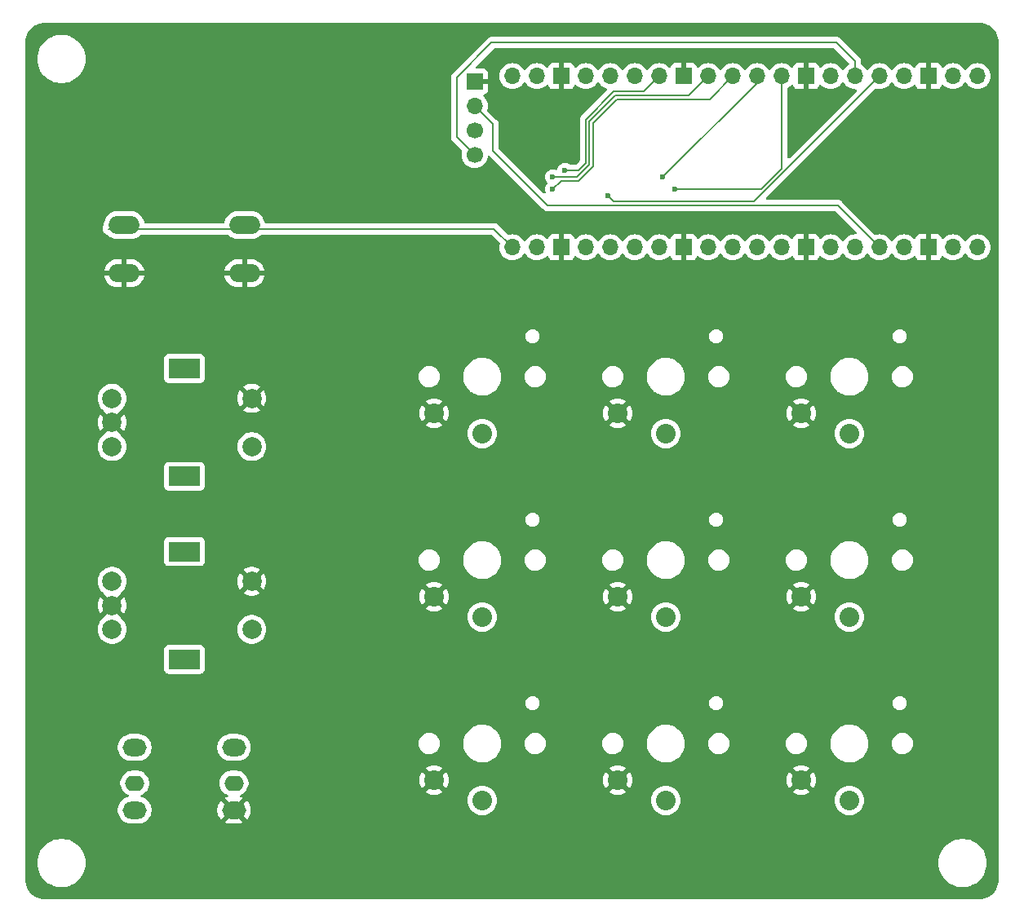
<source format=gbr>
%TF.GenerationSoftware,KiCad,Pcbnew,8.0.3*%
%TF.CreationDate,2024-07-24T11:50:32-04:00*%
%TF.ProjectId,macropad,6d616372-6f70-4616-942e-6b696361645f,1.0*%
%TF.SameCoordinates,Original*%
%TF.FileFunction,Copper,L2,Bot*%
%TF.FilePolarity,Positive*%
%FSLAX46Y46*%
G04 Gerber Fmt 4.6, Leading zero omitted, Abs format (unit mm)*
G04 Created by KiCad (PCBNEW 8.0.3) date 2024-07-24 11:50:32*
%MOMM*%
%LPD*%
G01*
G04 APERTURE LIST*
%TA.AperFunction,ComponentPad*%
%ADD10C,2.032000*%
%TD*%
%TA.AperFunction,ComponentPad*%
%ADD11C,2.000000*%
%TD*%
%TA.AperFunction,ComponentPad*%
%ADD12R,3.200000X2.000000*%
%TD*%
%TA.AperFunction,ComponentPad*%
%ADD13C,1.700000*%
%TD*%
%TA.AperFunction,ComponentPad*%
%ADD14O,1.700000X1.700000*%
%TD*%
%TA.AperFunction,ComponentPad*%
%ADD15R,1.700000X1.700000*%
%TD*%
%TA.AperFunction,ComponentPad*%
%ADD16O,3.200000X1.900000*%
%TD*%
%TA.AperFunction,ComponentPad*%
%ADD17O,2.499360X1.800860*%
%TD*%
%TA.AperFunction,ComponentPad*%
%ADD18O,1.998980X1.600200*%
%TD*%
%TA.AperFunction,ViaPad*%
%ADD19C,0.600000*%
%TD*%
%TA.AperFunction,Conductor*%
%ADD20C,0.200000*%
%TD*%
G04 APERTURE END LIST*
D10*
%TO.P,SW5,2*%
%TO.N,GND*%
X188500000Y-100600000D03*
%TO.P,SW5,1*%
%TO.N,Net-(U1-GPIO21)*%
X193500000Y-102700000D03*
%TD*%
%TO.P,SW9,2*%
%TO.N,GND*%
X207550000Y-119650000D03*
%TO.P,SW9,1*%
%TO.N,Net-(U1-GPIO28_ADC2)*%
X212550000Y-121750000D03*
%TD*%
%TO.P,SW8,2*%
%TO.N,GND*%
X207550000Y-100600000D03*
%TO.P,SW8,1*%
%TO.N,Net-(U1-GPIO22)*%
X212550000Y-102700000D03*
%TD*%
%TO.P,SW7,1*%
%TO.N,Net-(U1-GPIO19)*%
X212550000Y-83650000D03*
%TO.P,SW7,2*%
%TO.N,GND*%
X207550000Y-81550000D03*
%TD*%
%TO.P,SW6,2*%
%TO.N,GND*%
X188500000Y-119650000D03*
%TO.P,SW6,1*%
%TO.N,Net-(U1-GPIO27_ADC1)*%
X193500000Y-121750000D03*
%TD*%
%TO.P,SW3,2*%
%TO.N,GND*%
X169450000Y-119650000D03*
%TO.P,SW3,1*%
%TO.N,Net-(U1-GPIO26_ADC0)*%
X174450000Y-121750000D03*
%TD*%
%TO.P,SW2,2*%
%TO.N,GND*%
X169450000Y-100600000D03*
%TO.P,SW2,1*%
%TO.N,Net-(U1-GPIO20)*%
X174450000Y-102700000D03*
%TD*%
%TO.P,SW1,2*%
%TO.N,GND*%
X169450000Y-81550000D03*
%TO.P,SW1,1*%
%TO.N,Net-(U1-GPIO17)*%
X174450000Y-83650000D03*
%TD*%
D11*
%TO.P,SW11,A,A*%
%TO.N,Net-(U1-GPIO15)*%
X136040000Y-80000000D03*
%TO.P,SW11,B,B*%
%TO.N,Net-(U1-GPIO14)*%
X136040000Y-85000000D03*
%TO.P,SW11,C,C*%
%TO.N,GND*%
X136040000Y-82500000D03*
D12*
%TO.P,SW11,MP*%
%TO.N,N/C*%
X143540000Y-76900000D03*
X143540000Y-88100000D03*
D11*
%TO.P,SW11,S1,S1*%
%TO.N,Net-(U1-GPIO13)*%
X150540000Y-85000000D03*
%TO.P,SW11,S2,S2*%
%TO.N,GND*%
X150540000Y-80000000D03*
%TD*%
%TO.P,SW10,A,A*%
%TO.N,Net-(U1-GPIO12)*%
X136040000Y-99000000D03*
%TO.P,SW10,B,B*%
%TO.N,Net-(U1-GPIO11)*%
X136040000Y-104000000D03*
%TO.P,SW10,C,C*%
%TO.N,GND*%
X136040000Y-101500000D03*
D12*
%TO.P,SW10,MP*%
%TO.N,N/C*%
X143540000Y-95900000D03*
X143540000Y-107100000D03*
D11*
%TO.P,SW10,S1,S1*%
%TO.N,Net-(U1-GPIO10)*%
X150540000Y-104000000D03*
%TO.P,SW10,S2,S2*%
%TO.N,GND*%
X150540000Y-99000000D03*
%TD*%
D13*
%TO.P,J1,1,Pin_1*%
%TO.N,Net-(J1-Pin_1)*%
X173664936Y-54725958D03*
%TO.P,J1,2,Pin_2*%
%TO.N,Net-(J1-Pin_2)*%
X173664936Y-52185958D03*
D14*
%TO.P,J1,3,Pin_3*%
%TO.N,3v3*%
X173664936Y-49645958D03*
D15*
%TO.P,J1,4,Pin_4*%
%TO.N,GND*%
X173664936Y-47105958D03*
%TD*%
D16*
%TO.P,SW12,1,1*%
%TO.N,Net-(U1-GPIO16)*%
X137290000Y-62000000D03*
X149790000Y-62000000D03*
%TO.P,SW12,2,2*%
%TO.N,GND*%
X137290000Y-67000000D03*
X149790000Y-67000000D03*
%TD*%
D14*
%TO.P,U1,1,GPIO0*%
%TO.N,unconnected-(U1-GPIO0-Pad1)*%
X225842000Y-46527000D03*
%TO.P,U1,2,GPIO1*%
%TO.N,unconnected-(U1-GPIO1-Pad2)*%
X223302000Y-46527000D03*
D15*
%TO.P,U1,3,GND*%
%TO.N,GND*%
X220762000Y-46527000D03*
D14*
%TO.P,U1,4,GPIO2*%
%TO.N,unconnected-(U1-GPIO2-Pad4)*%
X218222000Y-46527000D03*
%TO.P,U1,5,GPIO3*%
%TO.N,Net-(U1-GPIO3)*%
X215682000Y-46527000D03*
%TO.P,U1,6,GPIO4*%
%TO.N,Net-(J1-Pin_1)*%
X213142000Y-46527000D03*
%TO.P,U1,7,GPIO5*%
%TO.N,Net-(J1-Pin_2)*%
X210602000Y-46527000D03*
D15*
%TO.P,U1,8,GND*%
%TO.N,GND*%
X208062000Y-46527000D03*
D14*
%TO.P,U1,9,GPIO6*%
%TO.N,Net-(U1-GPIO6)*%
X205522000Y-46527000D03*
%TO.P,U1,10,GPIO7*%
%TO.N,Net-(U1-GPIO7)*%
X202982000Y-46527000D03*
%TO.P,U1,11,GPIO8*%
%TO.N,Net-(U1-GPIO8)*%
X200442000Y-46527000D03*
%TO.P,U1,12,GPIO9*%
%TO.N,Net-(U1-GPIO9)*%
X197902000Y-46527000D03*
D15*
%TO.P,U1,13,GND*%
%TO.N,GND*%
X195362000Y-46527000D03*
D14*
%TO.P,U1,14,GPIO10*%
%TO.N,Net-(U1-GPIO10)*%
X192822000Y-46527000D03*
%TO.P,U1,15,GPIO11*%
%TO.N,Net-(U1-GPIO11)*%
X190282000Y-46527000D03*
%TO.P,U1,16,GPIO12*%
%TO.N,Net-(U1-GPIO12)*%
X187742000Y-46527000D03*
%TO.P,U1,17,GPIO13*%
%TO.N,Net-(U1-GPIO13)*%
X185202000Y-46527000D03*
D15*
%TO.P,U1,18,GND*%
%TO.N,GND*%
X182662000Y-46527000D03*
D14*
%TO.P,U1,19,GPIO14*%
%TO.N,Net-(U1-GPIO14)*%
X180122000Y-46527000D03*
%TO.P,U1,20,GPIO15*%
%TO.N,Net-(U1-GPIO15)*%
X177582000Y-46527000D03*
%TO.P,U1,21,GPIO16*%
%TO.N,Net-(U1-GPIO16)*%
X177582000Y-64307000D03*
%TO.P,U1,22,GPIO17*%
%TO.N,Net-(U1-GPIO17)*%
X180122000Y-64307000D03*
D15*
%TO.P,U1,23,GND*%
%TO.N,GND*%
X182662000Y-64307000D03*
D14*
%TO.P,U1,24,GPIO18*%
%TO.N,Net-(U1-GPIO18)*%
X185202000Y-64307000D03*
%TO.P,U1,25,GPIO19*%
%TO.N,Net-(U1-GPIO19)*%
X187742000Y-64307000D03*
%TO.P,U1,26,GPIO20*%
%TO.N,Net-(U1-GPIO20)*%
X190282000Y-64307000D03*
%TO.P,U1,27,GPIO21*%
%TO.N,Net-(U1-GPIO21)*%
X192822000Y-64307000D03*
D15*
%TO.P,U1,28,GND*%
%TO.N,GND*%
X195362000Y-64307000D03*
D14*
%TO.P,U1,29,GPIO22*%
%TO.N,Net-(U1-GPIO22)*%
X197902000Y-64307000D03*
%TO.P,U1,30,RUN*%
%TO.N,unconnected-(U1-RUN-Pad30)*%
X200442000Y-64307000D03*
%TO.P,U1,31,GPIO26_ADC0*%
%TO.N,Net-(U1-GPIO26_ADC0)*%
X202982000Y-64307000D03*
%TO.P,U1,32,GPIO27_ADC1*%
%TO.N,Net-(U1-GPIO27_ADC1)*%
X205522000Y-64307000D03*
D15*
%TO.P,U1,33,AGND*%
%TO.N,GND*%
X208062000Y-64307000D03*
D14*
%TO.P,U1,34,GPIO28_ADC2*%
%TO.N,Net-(U1-GPIO28_ADC2)*%
X210602000Y-64307000D03*
%TO.P,U1,35,ADC_VREF*%
%TO.N,unconnected-(U1-ADC_VREF-Pad35)*%
X213142000Y-64307000D03*
%TO.P,U1,36,3V3*%
%TO.N,3v3*%
X215682000Y-64307000D03*
%TO.P,U1,37,3V3_EN*%
%TO.N,unconnected-(U1-3V3_EN-Pad37)*%
X218222000Y-64307000D03*
D15*
%TO.P,U1,38,GND*%
%TO.N,GND*%
X220762000Y-64307000D03*
D14*
%TO.P,U1,39,VSYS*%
%TO.N,unconnected-(U1-VSYS-Pad39)*%
X223302000Y-64307000D03*
%TO.P,U1,40,VBUS*%
%TO.N,unconnected-(U1-VBUS-Pad40)*%
X225842000Y-64307000D03*
%TD*%
D17*
%TO.P,U2,1,A*%
%TO.N,Net-(U1-GPIO9)*%
X138388880Y-116248800D03*
D18*
%TO.P,U2,2,B*%
%TO.N,Net-(U1-GPIO8)*%
X138388880Y-119950000D03*
D17*
%TO.P,U2,3,C*%
%TO.N,Net-(U1-GPIO7)*%
X138388880Y-122751200D03*
%TO.P,U2,4,Com*%
%TO.N,GND*%
X148691120Y-122751200D03*
D18*
%TO.P,U2,5,D*%
%TO.N,Net-(U1-GPIO6)*%
X148691120Y-119950000D03*
D17*
%TO.P,U2,6,Center*%
%TO.N,Net-(U1-GPIO3)*%
X148691120Y-116248800D03*
%TD*%
D10*
%TO.P,SW4,2*%
%TO.N,GND*%
X188500000Y-81550000D03*
%TO.P,SW4,1*%
%TO.N,Net-(U1-GPIO18)*%
X193500000Y-83650000D03*
%TD*%
D19*
%TO.N,Net-(U1-GPIO9)*%
X181770000Y-57010000D03*
%TO.N,Net-(U1-GPIO7)*%
X193200000Y-57010000D03*
%TO.N,Net-(U1-GPIO8)*%
X181770000Y-58280000D03*
%TO.N,Net-(U1-GPIO6)*%
X194470000Y-58280000D03*
%TO.N,Net-(U1-GPIO3)*%
X187485000Y-58915000D03*
%TO.N,Net-(U1-GPIO10)*%
X183040000Y-56340000D03*
%TD*%
D20*
%TO.N,Net-(U1-GPIO9)*%
X185580000Y-51225686D02*
X188285686Y-48520000D01*
X195909000Y-48520000D02*
X197902000Y-46527000D01*
X185580000Y-55740000D02*
X185580000Y-51225686D01*
X181770000Y-57010000D02*
X184310000Y-57010000D01*
X188285686Y-48520000D02*
X195909000Y-48520000D01*
X184310000Y-57010000D02*
X185580000Y-55740000D01*
%TO.N,Net-(U1-GPIO7)*%
X202982000Y-47228000D02*
X202982000Y-46527000D01*
X193200000Y-57010000D02*
X202982000Y-47228000D01*
%TO.N,Net-(U1-GPIO8)*%
X185980000Y-55905685D02*
X185980000Y-51391372D01*
X188451372Y-48920000D02*
X198049000Y-48920000D01*
X182640000Y-57410000D02*
X184475686Y-57410000D01*
X185980000Y-51391372D02*
X188451372Y-48920000D01*
X181770000Y-58280000D02*
X182640000Y-57410000D01*
X198049000Y-48920000D02*
X200442000Y-46527000D01*
X184475686Y-57410000D02*
X185980000Y-55905685D01*
%TO.N,Net-(U1-GPIO6)*%
X203363314Y-58280000D02*
X205522000Y-56121314D01*
X194470000Y-58280000D02*
X203363314Y-58280000D01*
X205522000Y-56121314D02*
X205522000Y-46527000D01*
%TO.N,Net-(U1-GPIO3)*%
X202659000Y-59550000D02*
X215682000Y-46527000D01*
X187485000Y-58915000D02*
X188120000Y-59550000D01*
X188120000Y-59550000D02*
X202659000Y-59550000D01*
%TO.N,Net-(J1-Pin_1)*%
X213142000Y-46527000D02*
X213142000Y-44967000D01*
X175420000Y-43040000D02*
X171790000Y-46670000D01*
X211215000Y-43040000D02*
X175420000Y-43040000D01*
X171790000Y-46670000D02*
X171790000Y-52851022D01*
X213142000Y-44967000D02*
X211215000Y-43040000D01*
X171790000Y-52851022D02*
X173664936Y-54725958D01*
%TO.N,3v3*%
X173664936Y-49645958D02*
X175540000Y-51521022D01*
X175540000Y-54250000D02*
X181240000Y-59950000D01*
X211325000Y-59950000D02*
X215682000Y-64307000D01*
X181240000Y-59950000D02*
X211325000Y-59950000D01*
X175540000Y-51521022D02*
X175540000Y-54250000D01*
%TO.N,Net-(U1-GPIO10)*%
X191229000Y-48120000D02*
X192822000Y-46527000D01*
X183040000Y-56340000D02*
X184414314Y-56340000D01*
X184414314Y-56340000D02*
X185180000Y-55574314D01*
X188120000Y-48120000D02*
X191229000Y-48120000D01*
X185180000Y-55574314D02*
X185180000Y-51060000D01*
X185180000Y-51060000D02*
X188120000Y-48120000D01*
%TO.N,Net-(U1-GPIO16)*%
X148152000Y-62384000D02*
X175659000Y-62384000D01*
X148152000Y-62384000D02*
X135652000Y-62384000D01*
X175659000Y-62384000D02*
X177582000Y-64307000D01*
%TD*%
%TA.AperFunction,Conductor*%
%TO.N,GND*%
G36*
X210981942Y-43660185D02*
G01*
X211002584Y-43676819D01*
X212485927Y-45160162D01*
X212519412Y-45221485D01*
X212514428Y-45291177D01*
X212472556Y-45347110D01*
X212468537Y-45349763D01*
X212468605Y-45349860D01*
X212270597Y-45488505D01*
X212103505Y-45655597D01*
X211973575Y-45841158D01*
X211918998Y-45884783D01*
X211849500Y-45891977D01*
X211787145Y-45860454D01*
X211770425Y-45841158D01*
X211640494Y-45655597D01*
X211473402Y-45488506D01*
X211473395Y-45488501D01*
X211279834Y-45352967D01*
X211279830Y-45352965D01*
X211202499Y-45316905D01*
X211065663Y-45253097D01*
X211065659Y-45253096D01*
X211065655Y-45253094D01*
X210837413Y-45191938D01*
X210837403Y-45191936D01*
X210602001Y-45171341D01*
X210601999Y-45171341D01*
X210366596Y-45191936D01*
X210366586Y-45191938D01*
X210138344Y-45253094D01*
X210138335Y-45253098D01*
X209924171Y-45352964D01*
X209924169Y-45352965D01*
X209730600Y-45488503D01*
X209608284Y-45610819D01*
X209546961Y-45644303D01*
X209477269Y-45639319D01*
X209421336Y-45597447D01*
X209404421Y-45566470D01*
X209355354Y-45434913D01*
X209355350Y-45434906D01*
X209269190Y-45319812D01*
X209269187Y-45319809D01*
X209154093Y-45233649D01*
X209154086Y-45233645D01*
X209019379Y-45183403D01*
X209019372Y-45183401D01*
X208959844Y-45177000D01*
X208312000Y-45177000D01*
X208312000Y-46082439D01*
X208258853Y-46051755D01*
X208129143Y-46017000D01*
X207994857Y-46017000D01*
X207865147Y-46051755D01*
X207812000Y-46082439D01*
X207812000Y-45177000D01*
X207164155Y-45177000D01*
X207104627Y-45183401D01*
X207104620Y-45183403D01*
X206969913Y-45233645D01*
X206969906Y-45233649D01*
X206854812Y-45319809D01*
X206854809Y-45319812D01*
X206768649Y-45434906D01*
X206768645Y-45434913D01*
X206719578Y-45566470D01*
X206677707Y-45622404D01*
X206612242Y-45646821D01*
X206543969Y-45631969D01*
X206515715Y-45610819D01*
X206455651Y-45550755D01*
X206393401Y-45488505D01*
X206393397Y-45488502D01*
X206393396Y-45488501D01*
X206199834Y-45352967D01*
X206199830Y-45352965D01*
X206122499Y-45316905D01*
X205985663Y-45253097D01*
X205985659Y-45253096D01*
X205985655Y-45253094D01*
X205757413Y-45191938D01*
X205757403Y-45191936D01*
X205522001Y-45171341D01*
X205521999Y-45171341D01*
X205286596Y-45191936D01*
X205286586Y-45191938D01*
X205058344Y-45253094D01*
X205058335Y-45253098D01*
X204844171Y-45352964D01*
X204844169Y-45352965D01*
X204650597Y-45488505D01*
X204483505Y-45655597D01*
X204353575Y-45841158D01*
X204298998Y-45884783D01*
X204229500Y-45891977D01*
X204167145Y-45860454D01*
X204150425Y-45841158D01*
X204020494Y-45655597D01*
X203853402Y-45488506D01*
X203853395Y-45488501D01*
X203659834Y-45352967D01*
X203659830Y-45352965D01*
X203582499Y-45316905D01*
X203445663Y-45253097D01*
X203445659Y-45253096D01*
X203445655Y-45253094D01*
X203217413Y-45191938D01*
X203217403Y-45191936D01*
X202982001Y-45171341D01*
X202981999Y-45171341D01*
X202746596Y-45191936D01*
X202746586Y-45191938D01*
X202518344Y-45253094D01*
X202518335Y-45253098D01*
X202304171Y-45352964D01*
X202304169Y-45352965D01*
X202110597Y-45488505D01*
X201943505Y-45655597D01*
X201813575Y-45841158D01*
X201758998Y-45884783D01*
X201689500Y-45891977D01*
X201627145Y-45860454D01*
X201610425Y-45841158D01*
X201480494Y-45655597D01*
X201313402Y-45488506D01*
X201313395Y-45488501D01*
X201119834Y-45352967D01*
X201119830Y-45352965D01*
X201042499Y-45316905D01*
X200905663Y-45253097D01*
X200905659Y-45253096D01*
X200905655Y-45253094D01*
X200677413Y-45191938D01*
X200677403Y-45191936D01*
X200442001Y-45171341D01*
X200441999Y-45171341D01*
X200206596Y-45191936D01*
X200206586Y-45191938D01*
X199978344Y-45253094D01*
X199978335Y-45253098D01*
X199764171Y-45352964D01*
X199764169Y-45352965D01*
X199570597Y-45488505D01*
X199403505Y-45655597D01*
X199273575Y-45841158D01*
X199218998Y-45884783D01*
X199149500Y-45891977D01*
X199087145Y-45860454D01*
X199070425Y-45841158D01*
X198940494Y-45655597D01*
X198773402Y-45488506D01*
X198773395Y-45488501D01*
X198579834Y-45352967D01*
X198579830Y-45352965D01*
X198502499Y-45316905D01*
X198365663Y-45253097D01*
X198365659Y-45253096D01*
X198365655Y-45253094D01*
X198137413Y-45191938D01*
X198137403Y-45191936D01*
X197902001Y-45171341D01*
X197901999Y-45171341D01*
X197666596Y-45191936D01*
X197666586Y-45191938D01*
X197438344Y-45253094D01*
X197438335Y-45253098D01*
X197224171Y-45352964D01*
X197224169Y-45352965D01*
X197030600Y-45488503D01*
X196908284Y-45610819D01*
X196846961Y-45644303D01*
X196777269Y-45639319D01*
X196721336Y-45597447D01*
X196704421Y-45566470D01*
X196655354Y-45434913D01*
X196655350Y-45434906D01*
X196569190Y-45319812D01*
X196569187Y-45319809D01*
X196454093Y-45233649D01*
X196454086Y-45233645D01*
X196319379Y-45183403D01*
X196319372Y-45183401D01*
X196259844Y-45177000D01*
X195612000Y-45177000D01*
X195612000Y-46082439D01*
X195558853Y-46051755D01*
X195429143Y-46017000D01*
X195294857Y-46017000D01*
X195165147Y-46051755D01*
X195112000Y-46082439D01*
X195112000Y-45177000D01*
X194464155Y-45177000D01*
X194404627Y-45183401D01*
X194404620Y-45183403D01*
X194269913Y-45233645D01*
X194269906Y-45233649D01*
X194154812Y-45319809D01*
X194154809Y-45319812D01*
X194068649Y-45434906D01*
X194068645Y-45434913D01*
X194019578Y-45566470D01*
X193977707Y-45622404D01*
X193912242Y-45646821D01*
X193843969Y-45631969D01*
X193815715Y-45610819D01*
X193755651Y-45550755D01*
X193693401Y-45488505D01*
X193693397Y-45488502D01*
X193693396Y-45488501D01*
X193499834Y-45352967D01*
X193499830Y-45352965D01*
X193422499Y-45316905D01*
X193285663Y-45253097D01*
X193285659Y-45253096D01*
X193285655Y-45253094D01*
X193057413Y-45191938D01*
X193057403Y-45191936D01*
X192822001Y-45171341D01*
X192821999Y-45171341D01*
X192586596Y-45191936D01*
X192586586Y-45191938D01*
X192358344Y-45253094D01*
X192358335Y-45253098D01*
X192144171Y-45352964D01*
X192144169Y-45352965D01*
X191950597Y-45488505D01*
X191783505Y-45655597D01*
X191653575Y-45841158D01*
X191598998Y-45884783D01*
X191529500Y-45891977D01*
X191467145Y-45860454D01*
X191450425Y-45841158D01*
X191320494Y-45655597D01*
X191153402Y-45488506D01*
X191153395Y-45488501D01*
X190959834Y-45352967D01*
X190959830Y-45352965D01*
X190882499Y-45316905D01*
X190745663Y-45253097D01*
X190745659Y-45253096D01*
X190745655Y-45253094D01*
X190517413Y-45191938D01*
X190517403Y-45191936D01*
X190282001Y-45171341D01*
X190281999Y-45171341D01*
X190046596Y-45191936D01*
X190046586Y-45191938D01*
X189818344Y-45253094D01*
X189818335Y-45253098D01*
X189604171Y-45352964D01*
X189604169Y-45352965D01*
X189410597Y-45488505D01*
X189243505Y-45655597D01*
X189113575Y-45841158D01*
X189058998Y-45884783D01*
X188989500Y-45891977D01*
X188927145Y-45860454D01*
X188910425Y-45841158D01*
X188780494Y-45655597D01*
X188613402Y-45488506D01*
X188613395Y-45488501D01*
X188419834Y-45352967D01*
X188419830Y-45352965D01*
X188342499Y-45316905D01*
X188205663Y-45253097D01*
X188205659Y-45253096D01*
X188205655Y-45253094D01*
X187977413Y-45191938D01*
X187977403Y-45191936D01*
X187742001Y-45171341D01*
X187741999Y-45171341D01*
X187506596Y-45191936D01*
X187506586Y-45191938D01*
X187278344Y-45253094D01*
X187278335Y-45253098D01*
X187064171Y-45352964D01*
X187064169Y-45352965D01*
X186870597Y-45488505D01*
X186703505Y-45655597D01*
X186573575Y-45841158D01*
X186518998Y-45884783D01*
X186449500Y-45891977D01*
X186387145Y-45860454D01*
X186370425Y-45841158D01*
X186240494Y-45655597D01*
X186073402Y-45488506D01*
X186073395Y-45488501D01*
X185879834Y-45352967D01*
X185879830Y-45352965D01*
X185802499Y-45316905D01*
X185665663Y-45253097D01*
X185665659Y-45253096D01*
X185665655Y-45253094D01*
X185437413Y-45191938D01*
X185437403Y-45191936D01*
X185202001Y-45171341D01*
X185201999Y-45171341D01*
X184966596Y-45191936D01*
X184966586Y-45191938D01*
X184738344Y-45253094D01*
X184738335Y-45253098D01*
X184524171Y-45352964D01*
X184524169Y-45352965D01*
X184330600Y-45488503D01*
X184208284Y-45610819D01*
X184146961Y-45644303D01*
X184077269Y-45639319D01*
X184021336Y-45597447D01*
X184004421Y-45566470D01*
X183955354Y-45434913D01*
X183955350Y-45434906D01*
X183869190Y-45319812D01*
X183869187Y-45319809D01*
X183754093Y-45233649D01*
X183754086Y-45233645D01*
X183619379Y-45183403D01*
X183619372Y-45183401D01*
X183559844Y-45177000D01*
X182912000Y-45177000D01*
X182912000Y-46082439D01*
X182858853Y-46051755D01*
X182729143Y-46017000D01*
X182594857Y-46017000D01*
X182465147Y-46051755D01*
X182412000Y-46082439D01*
X182412000Y-45177000D01*
X181764155Y-45177000D01*
X181704627Y-45183401D01*
X181704620Y-45183403D01*
X181569913Y-45233645D01*
X181569906Y-45233649D01*
X181454812Y-45319809D01*
X181454809Y-45319812D01*
X181368649Y-45434906D01*
X181368645Y-45434913D01*
X181319578Y-45566470D01*
X181277707Y-45622404D01*
X181212242Y-45646821D01*
X181143969Y-45631969D01*
X181115715Y-45610819D01*
X181055651Y-45550755D01*
X180993401Y-45488505D01*
X180993397Y-45488502D01*
X180993396Y-45488501D01*
X180799834Y-45352967D01*
X180799830Y-45352965D01*
X180722499Y-45316905D01*
X180585663Y-45253097D01*
X180585659Y-45253096D01*
X180585655Y-45253094D01*
X180357413Y-45191938D01*
X180357403Y-45191936D01*
X180122001Y-45171341D01*
X180121999Y-45171341D01*
X179886596Y-45191936D01*
X179886586Y-45191938D01*
X179658344Y-45253094D01*
X179658335Y-45253098D01*
X179444171Y-45352964D01*
X179444169Y-45352965D01*
X179250597Y-45488505D01*
X179083505Y-45655597D01*
X178953575Y-45841158D01*
X178898998Y-45884783D01*
X178829500Y-45891977D01*
X178767145Y-45860454D01*
X178750425Y-45841158D01*
X178620494Y-45655597D01*
X178453402Y-45488506D01*
X178453395Y-45488501D01*
X178259834Y-45352967D01*
X178259830Y-45352965D01*
X178182499Y-45316905D01*
X178045663Y-45253097D01*
X178045659Y-45253096D01*
X178045655Y-45253094D01*
X177817413Y-45191938D01*
X177817403Y-45191936D01*
X177582001Y-45171341D01*
X177581999Y-45171341D01*
X177346596Y-45191936D01*
X177346586Y-45191938D01*
X177118344Y-45253094D01*
X177118335Y-45253098D01*
X176904171Y-45352964D01*
X176904169Y-45352965D01*
X176710597Y-45488505D01*
X176543505Y-45655597D01*
X176407965Y-45849169D01*
X176407964Y-45849171D01*
X176308098Y-46063335D01*
X176308094Y-46063344D01*
X176246938Y-46291586D01*
X176246936Y-46291596D01*
X176226341Y-46526999D01*
X176226341Y-46527000D01*
X176246936Y-46762403D01*
X176246938Y-46762413D01*
X176308094Y-46990655D01*
X176308096Y-46990659D01*
X176308097Y-46990663D01*
X176331165Y-47040132D01*
X176407965Y-47204830D01*
X176407967Y-47204834D01*
X176473869Y-47298951D01*
X176543505Y-47398401D01*
X176710599Y-47565495D01*
X176768386Y-47605958D01*
X176904165Y-47701032D01*
X176904167Y-47701033D01*
X176904170Y-47701035D01*
X177118337Y-47800903D01*
X177346592Y-47862063D01*
X177517319Y-47877000D01*
X177581999Y-47882659D01*
X177582000Y-47882659D01*
X177582001Y-47882659D01*
X177646681Y-47877000D01*
X177817408Y-47862063D01*
X178045663Y-47800903D01*
X178259830Y-47701035D01*
X178453401Y-47565495D01*
X178620495Y-47398401D01*
X178750425Y-47212842D01*
X178805002Y-47169217D01*
X178874500Y-47162023D01*
X178936855Y-47193546D01*
X178953575Y-47212842D01*
X179083500Y-47398395D01*
X179083505Y-47398401D01*
X179250599Y-47565495D01*
X179308386Y-47605958D01*
X179444165Y-47701032D01*
X179444167Y-47701033D01*
X179444170Y-47701035D01*
X179658337Y-47800903D01*
X179886592Y-47862063D01*
X180057319Y-47877000D01*
X180121999Y-47882659D01*
X180122000Y-47882659D01*
X180122001Y-47882659D01*
X180186681Y-47877000D01*
X180357408Y-47862063D01*
X180585663Y-47800903D01*
X180799830Y-47701035D01*
X180993401Y-47565495D01*
X181115717Y-47443178D01*
X181177036Y-47409696D01*
X181246728Y-47414680D01*
X181302662Y-47456551D01*
X181319577Y-47487528D01*
X181368646Y-47619088D01*
X181368649Y-47619093D01*
X181454809Y-47734187D01*
X181454812Y-47734190D01*
X181569906Y-47820350D01*
X181569913Y-47820354D01*
X181704620Y-47870596D01*
X181704627Y-47870598D01*
X181764155Y-47876999D01*
X181764172Y-47877000D01*
X182412000Y-47877000D01*
X182412000Y-46971560D01*
X182465147Y-47002245D01*
X182594857Y-47037000D01*
X182729143Y-47037000D01*
X182858853Y-47002245D01*
X182912000Y-46971560D01*
X182912000Y-47877000D01*
X183559828Y-47877000D01*
X183559844Y-47876999D01*
X183619372Y-47870598D01*
X183619379Y-47870596D01*
X183754086Y-47820354D01*
X183754093Y-47820350D01*
X183869187Y-47734190D01*
X183869190Y-47734187D01*
X183955350Y-47619093D01*
X183955354Y-47619086D01*
X184004422Y-47487529D01*
X184046293Y-47431595D01*
X184111757Y-47407178D01*
X184180030Y-47422030D01*
X184208285Y-47443181D01*
X184330599Y-47565495D01*
X184388386Y-47605958D01*
X184524165Y-47701032D01*
X184524167Y-47701033D01*
X184524170Y-47701035D01*
X184738337Y-47800903D01*
X184966592Y-47862063D01*
X185137319Y-47877000D01*
X185201999Y-47882659D01*
X185202000Y-47882659D01*
X185202001Y-47882659D01*
X185266681Y-47877000D01*
X185437408Y-47862063D01*
X185665663Y-47800903D01*
X185879830Y-47701035D01*
X186073401Y-47565495D01*
X186240495Y-47398401D01*
X186370425Y-47212842D01*
X186425002Y-47169217D01*
X186494500Y-47162023D01*
X186556855Y-47193546D01*
X186573575Y-47212842D01*
X186703500Y-47398395D01*
X186703505Y-47398401D01*
X186870599Y-47565495D01*
X186928386Y-47605958D01*
X187064165Y-47701032D01*
X187064167Y-47701033D01*
X187064170Y-47701035D01*
X187278337Y-47800903D01*
X187278343Y-47800904D01*
X187278344Y-47800905D01*
X187316571Y-47811148D01*
X187376232Y-47847513D01*
X187406761Y-47910360D01*
X187398466Y-47979735D01*
X187372159Y-48018604D01*
X184811286Y-50579478D01*
X184699481Y-50691282D01*
X184699479Y-50691285D01*
X184649361Y-50778094D01*
X184649359Y-50778096D01*
X184620425Y-50828209D01*
X184620424Y-50828210D01*
X184620423Y-50828215D01*
X184579499Y-50980943D01*
X184579499Y-50980945D01*
X184579499Y-51149046D01*
X184579500Y-51149059D01*
X184579500Y-55274216D01*
X184559815Y-55341255D01*
X184543181Y-55361897D01*
X184201898Y-55703181D01*
X184140575Y-55736666D01*
X184114217Y-55739500D01*
X183622412Y-55739500D01*
X183555373Y-55719815D01*
X183545097Y-55712445D01*
X183542263Y-55710185D01*
X183542262Y-55710184D01*
X183485496Y-55674515D01*
X183389523Y-55614211D01*
X183219254Y-55554631D01*
X183219249Y-55554630D01*
X183040004Y-55534435D01*
X183039996Y-55534435D01*
X182860750Y-55554630D01*
X182860745Y-55554631D01*
X182690476Y-55614211D01*
X182537737Y-55710184D01*
X182410184Y-55837737D01*
X182314211Y-55990476D01*
X182254631Y-56160745D01*
X182254631Y-56160748D01*
X182253532Y-56170501D01*
X182226463Y-56234914D01*
X182168867Y-56274468D01*
X182099030Y-56276603D01*
X182089357Y-56273655D01*
X181949262Y-56224633D01*
X181949249Y-56224630D01*
X181770004Y-56204435D01*
X181769996Y-56204435D01*
X181590750Y-56224630D01*
X181590745Y-56224631D01*
X181420476Y-56284211D01*
X181267737Y-56380184D01*
X181140184Y-56507737D01*
X181044211Y-56660476D01*
X180984631Y-56830745D01*
X180984630Y-56830750D01*
X180964435Y-57009996D01*
X180964435Y-57010003D01*
X180984630Y-57189249D01*
X180984631Y-57189254D01*
X181044211Y-57359523D01*
X181140184Y-57512262D01*
X181140185Y-57512263D01*
X181185241Y-57557320D01*
X181218725Y-57618643D01*
X181213740Y-57688335D01*
X181185241Y-57732680D01*
X181140184Y-57777737D01*
X181044211Y-57930476D01*
X180984631Y-58100745D01*
X180984630Y-58100750D01*
X180964435Y-58279996D01*
X180964435Y-58280003D01*
X180984630Y-58459249D01*
X180984631Y-58459254D01*
X181013043Y-58540449D01*
X181016604Y-58610228D01*
X180981875Y-58670856D01*
X180919882Y-58703083D01*
X180850307Y-58696678D01*
X180808320Y-58669085D01*
X176176819Y-54037584D01*
X176143334Y-53976261D01*
X176140500Y-53949903D01*
X176140500Y-51610081D01*
X176140501Y-51610068D01*
X176140501Y-51441967D01*
X176140501Y-51441965D01*
X176099577Y-51289237D01*
X176039660Y-51185458D01*
X176020520Y-51152306D01*
X175908716Y-51040502D01*
X175908715Y-51040501D01*
X175904385Y-51036171D01*
X175904374Y-51036161D01*
X174997702Y-50129489D01*
X174964217Y-50068166D01*
X174965608Y-50009715D01*
X174966799Y-50005267D01*
X174999999Y-49881366D01*
X175020595Y-49645958D01*
X174999999Y-49410550D01*
X174938839Y-49182295D01*
X174838971Y-48968129D01*
X174703431Y-48774557D01*
X174581115Y-48652241D01*
X174547632Y-48590921D01*
X174552616Y-48521229D01*
X174594487Y-48465295D01*
X174625465Y-48448380D01*
X174757022Y-48399312D01*
X174757029Y-48399308D01*
X174872123Y-48313148D01*
X174872126Y-48313145D01*
X174958286Y-48198051D01*
X174958290Y-48198044D01*
X175008532Y-48063337D01*
X175008534Y-48063330D01*
X175014935Y-48003802D01*
X175014936Y-48003785D01*
X175014936Y-47355958D01*
X174097948Y-47355958D01*
X174130861Y-47298951D01*
X174164936Y-47171784D01*
X174164936Y-47040132D01*
X174130861Y-46912965D01*
X174097948Y-46855958D01*
X175014936Y-46855958D01*
X175014936Y-46208130D01*
X175014935Y-46208113D01*
X175008534Y-46148585D01*
X175008532Y-46148578D01*
X174958290Y-46013871D01*
X174958286Y-46013864D01*
X174872126Y-45898770D01*
X174872123Y-45898767D01*
X174757029Y-45812607D01*
X174757022Y-45812603D01*
X174622315Y-45762361D01*
X174622308Y-45762359D01*
X174562780Y-45755958D01*
X173852639Y-45755958D01*
X173785600Y-45736273D01*
X173739845Y-45683469D01*
X173729901Y-45614311D01*
X173758926Y-45550755D01*
X173764958Y-45544277D01*
X175632416Y-43676819D01*
X175693739Y-43643334D01*
X175720097Y-43640500D01*
X210914903Y-43640500D01*
X210981942Y-43660185D01*
G37*
%TD.AperFunction*%
%TA.AperFunction,Conductor*%
G36*
X208312000Y-47877000D02*
G01*
X208959828Y-47877000D01*
X208959844Y-47876999D01*
X209019372Y-47870598D01*
X209019379Y-47870596D01*
X209154086Y-47820354D01*
X209154093Y-47820350D01*
X209269187Y-47734190D01*
X209269190Y-47734187D01*
X209355350Y-47619093D01*
X209355354Y-47619086D01*
X209404422Y-47487529D01*
X209446293Y-47431595D01*
X209511757Y-47407178D01*
X209580030Y-47422030D01*
X209608285Y-47443181D01*
X209730599Y-47565495D01*
X209788386Y-47605958D01*
X209924165Y-47701032D01*
X209924167Y-47701033D01*
X209924170Y-47701035D01*
X210138337Y-47800903D01*
X210366592Y-47862063D01*
X210537319Y-47877000D01*
X210601999Y-47882659D01*
X210602000Y-47882659D01*
X210602001Y-47882659D01*
X210666681Y-47877000D01*
X210837408Y-47862063D01*
X211065663Y-47800903D01*
X211279830Y-47701035D01*
X211473401Y-47565495D01*
X211640495Y-47398401D01*
X211770425Y-47212842D01*
X211825002Y-47169217D01*
X211894500Y-47162023D01*
X211956855Y-47193546D01*
X211973575Y-47212842D01*
X212103500Y-47398395D01*
X212103505Y-47398401D01*
X212270599Y-47565495D01*
X212328386Y-47605958D01*
X212464165Y-47701032D01*
X212464167Y-47701033D01*
X212464170Y-47701035D01*
X212678337Y-47800903D01*
X212906592Y-47862063D01*
X213077319Y-47877000D01*
X213141999Y-47882659D01*
X213142000Y-47882659D01*
X213142001Y-47882659D01*
X213156106Y-47881424D01*
X213169842Y-47880223D01*
X213238342Y-47893989D01*
X213288525Y-47942604D01*
X213304459Y-48010633D01*
X213281084Y-48076476D01*
X213268331Y-48091432D01*
X206334181Y-55025583D01*
X206272858Y-55059068D01*
X206203166Y-55054084D01*
X206147233Y-55012212D01*
X206122816Y-54946748D01*
X206122500Y-54937902D01*
X206122500Y-47816090D01*
X206142185Y-47749051D01*
X206194101Y-47703706D01*
X206199830Y-47701035D01*
X206393401Y-47565495D01*
X206515717Y-47443178D01*
X206577036Y-47409696D01*
X206646728Y-47414680D01*
X206702662Y-47456551D01*
X206719577Y-47487528D01*
X206768646Y-47619088D01*
X206768649Y-47619093D01*
X206854809Y-47734187D01*
X206854812Y-47734190D01*
X206969906Y-47820350D01*
X206969913Y-47820354D01*
X207104620Y-47870596D01*
X207104627Y-47870598D01*
X207164155Y-47876999D01*
X207164172Y-47877000D01*
X207812000Y-47877000D01*
X207812000Y-46971560D01*
X207865147Y-47002245D01*
X207994857Y-47037000D01*
X208129143Y-47037000D01*
X208258853Y-47002245D01*
X208312000Y-46971560D01*
X208312000Y-47877000D01*
G37*
%TD.AperFunction*%
%TA.AperFunction,Conductor*%
G36*
X226044043Y-41000765D02*
G01*
X226292895Y-41017075D01*
X226308953Y-41019190D01*
X226516105Y-41060395D01*
X226549535Y-41067045D01*
X226565202Y-41071243D01*
X226734947Y-41128863D01*
X226797481Y-41150091D01*
X226812458Y-41156294D01*
X227021799Y-41259529D01*
X227032460Y-41264787D01*
X227046508Y-41272897D01*
X227250464Y-41409177D01*
X227263328Y-41419048D01*
X227447749Y-41580781D01*
X227459218Y-41592250D01*
X227620951Y-41776671D01*
X227630825Y-41789539D01*
X227767102Y-41993492D01*
X227775212Y-42007539D01*
X227883702Y-42227534D01*
X227889909Y-42242520D01*
X227968756Y-42474797D01*
X227972954Y-42490464D01*
X228020807Y-42731035D01*
X228022925Y-42747116D01*
X228039235Y-42995956D01*
X228039500Y-43004066D01*
X228039500Y-129995933D01*
X228039235Y-130004043D01*
X228022925Y-130252883D01*
X228020807Y-130268964D01*
X227972954Y-130509535D01*
X227968756Y-130525202D01*
X227889909Y-130757479D01*
X227883702Y-130772465D01*
X227775212Y-130992460D01*
X227767102Y-131006507D01*
X227630825Y-131210460D01*
X227620951Y-131223328D01*
X227459218Y-131407749D01*
X227447749Y-131419218D01*
X227263328Y-131580951D01*
X227250460Y-131590825D01*
X227046507Y-131727102D01*
X227032460Y-131735212D01*
X226812465Y-131843702D01*
X226797479Y-131849909D01*
X226565202Y-131928756D01*
X226549535Y-131932954D01*
X226308964Y-131980807D01*
X226292883Y-131982925D01*
X226044043Y-131999235D01*
X226035933Y-131999500D01*
X129044067Y-131999500D01*
X129035957Y-131999235D01*
X128787116Y-131982925D01*
X128771035Y-131980807D01*
X128530464Y-131932954D01*
X128514797Y-131928756D01*
X128282520Y-131849909D01*
X128267534Y-131843702D01*
X128047539Y-131735212D01*
X128033492Y-131727102D01*
X127829539Y-131590825D01*
X127816671Y-131580951D01*
X127632250Y-131419218D01*
X127620781Y-131407749D01*
X127459048Y-131223328D01*
X127449174Y-131210460D01*
X127312897Y-131006507D01*
X127304787Y-130992460D01*
X127198855Y-130777652D01*
X127196294Y-130772458D01*
X127190090Y-130757479D01*
X127111243Y-130525202D01*
X127107045Y-130509535D01*
X127078378Y-130365416D01*
X127059190Y-130268953D01*
X127057075Y-130252895D01*
X127040765Y-130004043D01*
X127040500Y-129995933D01*
X127040500Y-128249994D01*
X128284556Y-128249994D01*
X128284556Y-128250005D01*
X128304310Y-128564004D01*
X128304311Y-128564011D01*
X128363270Y-128873083D01*
X128460497Y-129172316D01*
X128460499Y-129172321D01*
X128594461Y-129457003D01*
X128594464Y-129457009D01*
X128763051Y-129722661D01*
X128763054Y-129722665D01*
X128963606Y-129965090D01*
X128963608Y-129965092D01*
X129192968Y-130180476D01*
X129192978Y-130180484D01*
X129447504Y-130365408D01*
X129447509Y-130365410D01*
X129447516Y-130365416D01*
X129723234Y-130516994D01*
X129723239Y-130516996D01*
X129723241Y-130516997D01*
X129723242Y-130516998D01*
X130015771Y-130632818D01*
X130015774Y-130632819D01*
X130320523Y-130711065D01*
X130320527Y-130711066D01*
X130386010Y-130719338D01*
X130632670Y-130750499D01*
X130632679Y-130750499D01*
X130632682Y-130750500D01*
X130632684Y-130750500D01*
X130947316Y-130750500D01*
X130947318Y-130750500D01*
X130947321Y-130750499D01*
X130947329Y-130750499D01*
X131133593Y-130726968D01*
X131259473Y-130711066D01*
X131564225Y-130632819D01*
X131564228Y-130632818D01*
X131856757Y-130516998D01*
X131856758Y-130516997D01*
X131856756Y-130516997D01*
X131856766Y-130516994D01*
X132132484Y-130365416D01*
X132387030Y-130180478D01*
X132616390Y-129965094D01*
X132816947Y-129722663D01*
X132985537Y-129457007D01*
X133119503Y-129172315D01*
X133216731Y-128873079D01*
X133275688Y-128564015D01*
X133295444Y-128250000D01*
X133295444Y-128249994D01*
X221784556Y-128249994D01*
X221784556Y-128250005D01*
X221804310Y-128564004D01*
X221804311Y-128564011D01*
X221863270Y-128873083D01*
X221960497Y-129172316D01*
X221960499Y-129172321D01*
X222094461Y-129457003D01*
X222094464Y-129457009D01*
X222263051Y-129722661D01*
X222263054Y-129722665D01*
X222463606Y-129965090D01*
X222463608Y-129965092D01*
X222692968Y-130180476D01*
X222692978Y-130180484D01*
X222947504Y-130365408D01*
X222947509Y-130365410D01*
X222947516Y-130365416D01*
X223223234Y-130516994D01*
X223223239Y-130516996D01*
X223223241Y-130516997D01*
X223223242Y-130516998D01*
X223515771Y-130632818D01*
X223515774Y-130632819D01*
X223820523Y-130711065D01*
X223820527Y-130711066D01*
X223886010Y-130719338D01*
X224132670Y-130750499D01*
X224132679Y-130750499D01*
X224132682Y-130750500D01*
X224132684Y-130750500D01*
X224447316Y-130750500D01*
X224447318Y-130750500D01*
X224447321Y-130750499D01*
X224447329Y-130750499D01*
X224633593Y-130726968D01*
X224759473Y-130711066D01*
X225064225Y-130632819D01*
X225064228Y-130632818D01*
X225356757Y-130516998D01*
X225356758Y-130516997D01*
X225356756Y-130516997D01*
X225356766Y-130516994D01*
X225632484Y-130365416D01*
X225887030Y-130180478D01*
X226116390Y-129965094D01*
X226316947Y-129722663D01*
X226485537Y-129457007D01*
X226619503Y-129172315D01*
X226716731Y-128873079D01*
X226775688Y-128564015D01*
X226795444Y-128250000D01*
X226779916Y-128003190D01*
X226775689Y-127935995D01*
X226775688Y-127935988D01*
X226775688Y-127935985D01*
X226716731Y-127626921D01*
X226619503Y-127327685D01*
X226485537Y-127042993D01*
X226316947Y-126777337D01*
X226298983Y-126755622D01*
X226116393Y-126534909D01*
X226116391Y-126534907D01*
X225887031Y-126319523D01*
X225887021Y-126319515D01*
X225632495Y-126134591D01*
X225632488Y-126134586D01*
X225632484Y-126134584D01*
X225356766Y-125983006D01*
X225356763Y-125983004D01*
X225356758Y-125983002D01*
X225356757Y-125983001D01*
X225064228Y-125867181D01*
X225064225Y-125867180D01*
X224759476Y-125788934D01*
X224759463Y-125788932D01*
X224447329Y-125749500D01*
X224447318Y-125749500D01*
X224132682Y-125749500D01*
X224132670Y-125749500D01*
X223820536Y-125788932D01*
X223820523Y-125788934D01*
X223515774Y-125867180D01*
X223515771Y-125867181D01*
X223223242Y-125983001D01*
X223223241Y-125983002D01*
X222947516Y-126134584D01*
X222947504Y-126134591D01*
X222692978Y-126319515D01*
X222692968Y-126319523D01*
X222463608Y-126534907D01*
X222463606Y-126534909D01*
X222263054Y-126777334D01*
X222263051Y-126777338D01*
X222094464Y-127042990D01*
X222094461Y-127042996D01*
X221960499Y-127327678D01*
X221960497Y-127327683D01*
X221863270Y-127626916D01*
X221804311Y-127935988D01*
X221804310Y-127935995D01*
X221784556Y-128249994D01*
X133295444Y-128249994D01*
X133279916Y-128003190D01*
X133275689Y-127935995D01*
X133275688Y-127935988D01*
X133275688Y-127935985D01*
X133216731Y-127626921D01*
X133119503Y-127327685D01*
X132985537Y-127042993D01*
X132816947Y-126777337D01*
X132798983Y-126755622D01*
X132616393Y-126534909D01*
X132616391Y-126534907D01*
X132387031Y-126319523D01*
X132387021Y-126319515D01*
X132132495Y-126134591D01*
X132132488Y-126134586D01*
X132132484Y-126134584D01*
X131856766Y-125983006D01*
X131856763Y-125983004D01*
X131856758Y-125983002D01*
X131856757Y-125983001D01*
X131564228Y-125867181D01*
X131564225Y-125867180D01*
X131259476Y-125788934D01*
X131259463Y-125788932D01*
X130947329Y-125749500D01*
X130947318Y-125749500D01*
X130632682Y-125749500D01*
X130632670Y-125749500D01*
X130320536Y-125788932D01*
X130320523Y-125788934D01*
X130015774Y-125867180D01*
X130015771Y-125867181D01*
X129723242Y-125983001D01*
X129723241Y-125983002D01*
X129447516Y-126134584D01*
X129447504Y-126134591D01*
X129192978Y-126319515D01*
X129192968Y-126319523D01*
X128963608Y-126534907D01*
X128963606Y-126534909D01*
X128763054Y-126777334D01*
X128763051Y-126777338D01*
X128594464Y-127042990D01*
X128594461Y-127042996D01*
X128460499Y-127327678D01*
X128460497Y-127327683D01*
X128363270Y-127626916D01*
X128304311Y-127935988D01*
X128304310Y-127935995D01*
X128284556Y-128249994D01*
X127040500Y-128249994D01*
X127040500Y-122640944D01*
X136638700Y-122640944D01*
X136638700Y-122861455D01*
X136673196Y-123079253D01*
X136741335Y-123288967D01*
X136741336Y-123288970D01*
X136841449Y-123485450D01*
X136971054Y-123663838D01*
X136971058Y-123663843D01*
X137126986Y-123819771D01*
X137126991Y-123819775D01*
X137282590Y-123932823D01*
X137305383Y-123949383D01*
X137433821Y-124014825D01*
X137501859Y-124049493D01*
X137501862Y-124049494D01*
X137606719Y-124083563D01*
X137711578Y-124117634D01*
X137929374Y-124152130D01*
X137929375Y-124152130D01*
X138848385Y-124152130D01*
X138848386Y-124152130D01*
X139066182Y-124117634D01*
X139275900Y-124049493D01*
X139472377Y-123949383D01*
X139650775Y-123819770D01*
X139806700Y-123663845D01*
X139936313Y-123485447D01*
X140036423Y-123288970D01*
X140104564Y-123079252D01*
X140139060Y-122861456D01*
X140139060Y-122640984D01*
X146941440Y-122640984D01*
X146941440Y-122861415D01*
X146975924Y-123079136D01*
X146975924Y-123079139D01*
X147044039Y-123288775D01*
X147144115Y-123485185D01*
X147273684Y-123663521D01*
X147349465Y-123739302D01*
X148126964Y-122961802D01*
X148132530Y-122982575D01*
X148211448Y-123119265D01*
X148323055Y-123230872D01*
X148459745Y-123309790D01*
X148480517Y-123315355D01*
X147766235Y-124029637D01*
X147804294Y-124049030D01*
X148013932Y-124117145D01*
X148231655Y-124151630D01*
X149150585Y-124151630D01*
X149368305Y-124117146D01*
X149577949Y-124049027D01*
X149577953Y-124049026D01*
X149616004Y-124029637D01*
X148901723Y-123315355D01*
X148922495Y-123309790D01*
X149059185Y-123230872D01*
X149170792Y-123119265D01*
X149249710Y-122982575D01*
X149255275Y-122961802D01*
X150032775Y-123739302D01*
X150108555Y-123663521D01*
X150238124Y-123485185D01*
X150338200Y-123288775D01*
X150406315Y-123079139D01*
X150406315Y-123079136D01*
X150440800Y-122861415D01*
X150440800Y-122640984D01*
X150406315Y-122423263D01*
X150406315Y-122423260D01*
X150338200Y-122213624D01*
X150238124Y-122017214D01*
X150108555Y-121838878D01*
X150032775Y-121763098D01*
X149255275Y-122540597D01*
X149249710Y-122519825D01*
X149170792Y-122383135D01*
X149059185Y-122271528D01*
X148922495Y-122192610D01*
X148901722Y-122187044D01*
X149338765Y-121750000D01*
X172928811Y-121750000D01*
X172947538Y-121987963D01*
X173003261Y-122220068D01*
X173094608Y-122440600D01*
X173094610Y-122440604D01*
X173094611Y-122440605D01*
X173219332Y-122644132D01*
X173374357Y-122825643D01*
X173555868Y-122980668D01*
X173759395Y-123105389D01*
X173759397Y-123105389D01*
X173759399Y-123105391D01*
X173792894Y-123119265D01*
X173979927Y-123196737D01*
X174212034Y-123252461D01*
X174450000Y-123271189D01*
X174687966Y-123252461D01*
X174920073Y-123196737D01*
X175140605Y-123105389D01*
X175344132Y-122980668D01*
X175525643Y-122825643D01*
X175680668Y-122644132D01*
X175805389Y-122440605D01*
X175896737Y-122220073D01*
X175952461Y-121987966D01*
X175971189Y-121750000D01*
X191978811Y-121750000D01*
X191997538Y-121987963D01*
X192053261Y-122220068D01*
X192144608Y-122440600D01*
X192144610Y-122440604D01*
X192144611Y-122440605D01*
X192269332Y-122644132D01*
X192424357Y-122825643D01*
X192605868Y-122980668D01*
X192809395Y-123105389D01*
X192809397Y-123105389D01*
X192809399Y-123105391D01*
X192842894Y-123119265D01*
X193029927Y-123196737D01*
X193262034Y-123252461D01*
X193500000Y-123271189D01*
X193737966Y-123252461D01*
X193970073Y-123196737D01*
X194190605Y-123105389D01*
X194394132Y-122980668D01*
X194575643Y-122825643D01*
X194730668Y-122644132D01*
X194855389Y-122440605D01*
X194946737Y-122220073D01*
X195002461Y-121987966D01*
X195021189Y-121750000D01*
X211028811Y-121750000D01*
X211047538Y-121987963D01*
X211103261Y-122220068D01*
X211194608Y-122440600D01*
X211194610Y-122440604D01*
X211194611Y-122440605D01*
X211319332Y-122644132D01*
X211474357Y-122825643D01*
X211655868Y-122980668D01*
X211859395Y-123105389D01*
X211859397Y-123105389D01*
X211859399Y-123105391D01*
X211892894Y-123119265D01*
X212079927Y-123196737D01*
X212312034Y-123252461D01*
X212550000Y-123271189D01*
X212787966Y-123252461D01*
X213020073Y-123196737D01*
X213240605Y-123105389D01*
X213444132Y-122980668D01*
X213625643Y-122825643D01*
X213780668Y-122644132D01*
X213905389Y-122440605D01*
X213996737Y-122220073D01*
X214052461Y-121987966D01*
X214071189Y-121750000D01*
X214052461Y-121512034D01*
X213996737Y-121279927D01*
X213905389Y-121059395D01*
X213780668Y-120855868D01*
X213625643Y-120674357D01*
X213444132Y-120519332D01*
X213240605Y-120394611D01*
X213240604Y-120394610D01*
X213240600Y-120394608D01*
X213020068Y-120303261D01*
X212787962Y-120247538D01*
X212787963Y-120247538D01*
X212550000Y-120228811D01*
X212312036Y-120247538D01*
X212079931Y-120303261D01*
X211859399Y-120394608D01*
X211655867Y-120519332D01*
X211474357Y-120674357D01*
X211319332Y-120855867D01*
X211194608Y-121059399D01*
X211103261Y-121279931D01*
X211047538Y-121512036D01*
X211028811Y-121750000D01*
X195021189Y-121750000D01*
X195002461Y-121512034D01*
X194946737Y-121279927D01*
X194855389Y-121059395D01*
X194730668Y-120855868D01*
X194575643Y-120674357D01*
X194394132Y-120519332D01*
X194190605Y-120394611D01*
X194190604Y-120394610D01*
X194190600Y-120394608D01*
X193970068Y-120303261D01*
X193737962Y-120247538D01*
X193737963Y-120247538D01*
X193500000Y-120228811D01*
X193262036Y-120247538D01*
X193029931Y-120303261D01*
X192809399Y-120394608D01*
X192605867Y-120519332D01*
X192424357Y-120674357D01*
X192269332Y-120855867D01*
X192144608Y-121059399D01*
X192053261Y-121279931D01*
X191997538Y-121512036D01*
X191978811Y-121750000D01*
X175971189Y-121750000D01*
X175952461Y-121512034D01*
X175896737Y-121279927D01*
X175805389Y-121059395D01*
X175680668Y-120855868D01*
X175525643Y-120674357D01*
X175344132Y-120519332D01*
X175140605Y-120394611D01*
X175140604Y-120394610D01*
X175140600Y-120394608D01*
X174920068Y-120303261D01*
X174687962Y-120247538D01*
X174687963Y-120247538D01*
X174450000Y-120228811D01*
X174212036Y-120247538D01*
X173979931Y-120303261D01*
X173759399Y-120394608D01*
X173555867Y-120519332D01*
X173374357Y-120674357D01*
X173219332Y-120855867D01*
X173094608Y-121059399D01*
X173003261Y-121279931D01*
X172947538Y-121512036D01*
X172928811Y-121750000D01*
X149338765Y-121750000D01*
X149616004Y-121472761D01*
X149616004Y-121472760D01*
X149577947Y-121453370D01*
X149388150Y-121391701D01*
X149330474Y-121352263D01*
X149303276Y-121287905D01*
X149315191Y-121219058D01*
X149362435Y-121167583D01*
X149388161Y-121155835D01*
X149389767Y-121155314D01*
X149572173Y-121062373D01*
X149737794Y-120942042D01*
X149882552Y-120797284D01*
X150002883Y-120631663D01*
X150095824Y-120449257D01*
X150159085Y-120254558D01*
X150180409Y-120119925D01*
X150191110Y-120052364D01*
X150191110Y-119847635D01*
X150172479Y-119730008D01*
X150159807Y-119650000D01*
X167929312Y-119650000D01*
X167948033Y-119887883D01*
X168003742Y-120119925D01*
X168095056Y-120340378D01*
X168213229Y-120533217D01*
X168860439Y-119886007D01*
X168887271Y-119950785D01*
X168956764Y-120054789D01*
X169045211Y-120143236D01*
X169149215Y-120212729D01*
X169213991Y-120239560D01*
X168566781Y-120886769D01*
X168759621Y-121004943D01*
X168980075Y-121096257D01*
X168980072Y-121096257D01*
X169212116Y-121151966D01*
X169450000Y-121170687D01*
X169687883Y-121151966D01*
X169919925Y-121096257D01*
X170140378Y-121004943D01*
X170333217Y-120886770D01*
X170333217Y-120886769D01*
X169686008Y-120239560D01*
X169750785Y-120212729D01*
X169854789Y-120143236D01*
X169943236Y-120054789D01*
X170012729Y-119950785D01*
X170039560Y-119886008D01*
X170686769Y-120533217D01*
X170686770Y-120533217D01*
X170804943Y-120340378D01*
X170896257Y-120119925D01*
X170951966Y-119887883D01*
X170970687Y-119650000D01*
X186979312Y-119650000D01*
X186998033Y-119887883D01*
X187053742Y-120119925D01*
X187145056Y-120340378D01*
X187263229Y-120533217D01*
X187910439Y-119886007D01*
X187937271Y-119950785D01*
X188006764Y-120054789D01*
X188095211Y-120143236D01*
X188199215Y-120212729D01*
X188263991Y-120239560D01*
X187616781Y-120886769D01*
X187809621Y-121004943D01*
X188030075Y-121096257D01*
X188030072Y-121096257D01*
X188262116Y-121151966D01*
X188500000Y-121170687D01*
X188737883Y-121151966D01*
X188969925Y-121096257D01*
X189190378Y-121004943D01*
X189383217Y-120886770D01*
X189383217Y-120886769D01*
X188736008Y-120239560D01*
X188800785Y-120212729D01*
X188904789Y-120143236D01*
X188993236Y-120054789D01*
X189062729Y-119950785D01*
X189089560Y-119886008D01*
X189736769Y-120533217D01*
X189736770Y-120533217D01*
X189854943Y-120340378D01*
X189946257Y-120119925D01*
X190001966Y-119887883D01*
X190020687Y-119650000D01*
X206029312Y-119650000D01*
X206048033Y-119887883D01*
X206103742Y-120119925D01*
X206195056Y-120340378D01*
X206313229Y-120533217D01*
X206960439Y-119886007D01*
X206987271Y-119950785D01*
X207056764Y-120054789D01*
X207145211Y-120143236D01*
X207249215Y-120212729D01*
X207313991Y-120239560D01*
X206666781Y-120886769D01*
X206859621Y-121004943D01*
X207080075Y-121096257D01*
X207080072Y-121096257D01*
X207312116Y-121151966D01*
X207550000Y-121170687D01*
X207787883Y-121151966D01*
X208019925Y-121096257D01*
X208240378Y-121004943D01*
X208433217Y-120886770D01*
X208433217Y-120886769D01*
X207786008Y-120239560D01*
X207850785Y-120212729D01*
X207954789Y-120143236D01*
X208043236Y-120054789D01*
X208112729Y-119950785D01*
X208139560Y-119886008D01*
X208786769Y-120533217D01*
X208786770Y-120533217D01*
X208904943Y-120340378D01*
X208996257Y-120119925D01*
X209051966Y-119887883D01*
X209070687Y-119650000D01*
X209051966Y-119412116D01*
X208996257Y-119180074D01*
X208904943Y-118959621D01*
X208786769Y-118766781D01*
X208139560Y-119413991D01*
X208112729Y-119349215D01*
X208043236Y-119245211D01*
X207954789Y-119156764D01*
X207850785Y-119087271D01*
X207786008Y-119060439D01*
X208433217Y-118413229D01*
X208240378Y-118295056D01*
X208019924Y-118203742D01*
X208019927Y-118203742D01*
X207787883Y-118148033D01*
X207550000Y-118129312D01*
X207312116Y-118148033D01*
X207080074Y-118203742D01*
X206859621Y-118295056D01*
X206666781Y-118413229D01*
X207313991Y-119060439D01*
X207249215Y-119087271D01*
X207145211Y-119156764D01*
X207056764Y-119245211D01*
X206987271Y-119349215D01*
X206960439Y-119413991D01*
X206313229Y-118766781D01*
X206195056Y-118959621D01*
X206103742Y-119180074D01*
X206048033Y-119412116D01*
X206029312Y-119650000D01*
X190020687Y-119650000D01*
X190001966Y-119412116D01*
X189946257Y-119180074D01*
X189854943Y-118959621D01*
X189736769Y-118766781D01*
X189089560Y-119413991D01*
X189062729Y-119349215D01*
X188993236Y-119245211D01*
X188904789Y-119156764D01*
X188800785Y-119087271D01*
X188736008Y-119060439D01*
X189383217Y-118413229D01*
X189190378Y-118295056D01*
X188969924Y-118203742D01*
X188969927Y-118203742D01*
X188737883Y-118148033D01*
X188500000Y-118129312D01*
X188262116Y-118148033D01*
X188030074Y-118203742D01*
X187809621Y-118295056D01*
X187616781Y-118413229D01*
X188263991Y-119060439D01*
X188199215Y-119087271D01*
X188095211Y-119156764D01*
X188006764Y-119245211D01*
X187937271Y-119349215D01*
X187910439Y-119413991D01*
X187263229Y-118766781D01*
X187145056Y-118959621D01*
X187053742Y-119180074D01*
X186998033Y-119412116D01*
X186979312Y-119650000D01*
X170970687Y-119650000D01*
X170951966Y-119412116D01*
X170896257Y-119180074D01*
X170804943Y-118959621D01*
X170686769Y-118766781D01*
X170039560Y-119413991D01*
X170012729Y-119349215D01*
X169943236Y-119245211D01*
X169854789Y-119156764D01*
X169750785Y-119087271D01*
X169686008Y-119060439D01*
X170333217Y-118413229D01*
X170140378Y-118295056D01*
X169919924Y-118203742D01*
X169919927Y-118203742D01*
X169687883Y-118148033D01*
X169450000Y-118129312D01*
X169212116Y-118148033D01*
X168980074Y-118203742D01*
X168759621Y-118295056D01*
X168566781Y-118413229D01*
X169213991Y-119060439D01*
X169149215Y-119087271D01*
X169045211Y-119156764D01*
X168956764Y-119245211D01*
X168887271Y-119349215D01*
X168860439Y-119413991D01*
X168213229Y-118766781D01*
X168095056Y-118959621D01*
X168003742Y-119180074D01*
X167948033Y-119412116D01*
X167929312Y-119650000D01*
X150159807Y-119650000D01*
X150159085Y-119645442D01*
X150095824Y-119450743D01*
X150095824Y-119450742D01*
X150002882Y-119268336D01*
X149882552Y-119102716D01*
X149737794Y-118957958D01*
X149572173Y-118837627D01*
X149389767Y-118744685D01*
X149389764Y-118744684D01*
X149195069Y-118681425D01*
X148992874Y-118649400D01*
X148992869Y-118649400D01*
X148389371Y-118649400D01*
X148389366Y-118649400D01*
X148187170Y-118681425D01*
X147992475Y-118744684D01*
X147992472Y-118744685D01*
X147810066Y-118837627D01*
X147715573Y-118906280D01*
X147644446Y-118957958D01*
X147644444Y-118957960D01*
X147644443Y-118957960D01*
X147499690Y-119102713D01*
X147499690Y-119102714D01*
X147499688Y-119102716D01*
X147460420Y-119156764D01*
X147379357Y-119268336D01*
X147286415Y-119450742D01*
X147286414Y-119450745D01*
X147223155Y-119645440D01*
X147191130Y-119847635D01*
X147191130Y-120052364D01*
X147223155Y-120254559D01*
X147286414Y-120449254D01*
X147286415Y-120449257D01*
X147379357Y-120631663D01*
X147499688Y-120797284D01*
X147644446Y-120942042D01*
X147810067Y-121062373D01*
X147876568Y-121096257D01*
X147992472Y-121155314D01*
X147992475Y-121155315D01*
X147994082Y-121155837D01*
X147994614Y-121156201D01*
X147996973Y-121157178D01*
X147996767Y-121157673D01*
X148051760Y-121195271D01*
X148078962Y-121259628D01*
X148067052Y-121328475D01*
X148019811Y-121379953D01*
X147994090Y-121391701D01*
X147804293Y-121453370D01*
X147766234Y-121472761D01*
X148480517Y-122187044D01*
X148459745Y-122192610D01*
X148323055Y-122271528D01*
X148211448Y-122383135D01*
X148132530Y-122519825D01*
X148126964Y-122540597D01*
X147349465Y-121763098D01*
X147273684Y-121838878D01*
X147144115Y-122017214D01*
X147044039Y-122213624D01*
X146975924Y-122423260D01*
X146975924Y-122423263D01*
X146941440Y-122640984D01*
X140139060Y-122640984D01*
X140139060Y-122640944D01*
X140104564Y-122423148D01*
X140055300Y-122271528D01*
X140036424Y-122213432D01*
X140036423Y-122213429D01*
X140001755Y-122145391D01*
X139936313Y-122016953D01*
X139806935Y-121838878D01*
X139806705Y-121838561D01*
X139806701Y-121838556D01*
X139650773Y-121682628D01*
X139650768Y-121682624D01*
X139472380Y-121553019D01*
X139472379Y-121553018D01*
X139472377Y-121553017D01*
X139391947Y-121512036D01*
X139275900Y-121452906D01*
X139275897Y-121452905D01*
X139086719Y-121391438D01*
X139029043Y-121352001D01*
X139001845Y-121287642D01*
X139013760Y-121218796D01*
X139061004Y-121167320D01*
X139083056Y-121157250D01*
X139083027Y-121157178D01*
X139085045Y-121156342D01*
X139086728Y-121155573D01*
X139087527Y-121155314D01*
X139269933Y-121062373D01*
X139435554Y-120942042D01*
X139580312Y-120797284D01*
X139700643Y-120631663D01*
X139793584Y-120449257D01*
X139856845Y-120254558D01*
X139878169Y-120119925D01*
X139888870Y-120052364D01*
X139888870Y-119847635D01*
X139870239Y-119730008D01*
X139856845Y-119645442D01*
X139793584Y-119450743D01*
X139793584Y-119450742D01*
X139700642Y-119268336D01*
X139580312Y-119102716D01*
X139435554Y-118957958D01*
X139269933Y-118837627D01*
X139087527Y-118744685D01*
X139087524Y-118744684D01*
X138892829Y-118681425D01*
X138690634Y-118649400D01*
X138690629Y-118649400D01*
X138087131Y-118649400D01*
X138087126Y-118649400D01*
X137884930Y-118681425D01*
X137690235Y-118744684D01*
X137690232Y-118744685D01*
X137507826Y-118837627D01*
X137413333Y-118906280D01*
X137342206Y-118957958D01*
X137342204Y-118957960D01*
X137342203Y-118957960D01*
X137197450Y-119102713D01*
X137197450Y-119102714D01*
X137197448Y-119102716D01*
X137158180Y-119156764D01*
X137077117Y-119268336D01*
X136984175Y-119450742D01*
X136984174Y-119450745D01*
X136920915Y-119645440D01*
X136888890Y-119847635D01*
X136888890Y-120052364D01*
X136920915Y-120254559D01*
X136984174Y-120449254D01*
X136984175Y-120449257D01*
X137077117Y-120631663D01*
X137197448Y-120797284D01*
X137342206Y-120942042D01*
X137507827Y-121062373D01*
X137690233Y-121155314D01*
X137691030Y-121155573D01*
X137691295Y-121155754D01*
X137694733Y-121157178D01*
X137694434Y-121157899D01*
X137748708Y-121195004D01*
X137775912Y-121259361D01*
X137764005Y-121328208D01*
X137716765Y-121379688D01*
X137691040Y-121391438D01*
X137501862Y-121452905D01*
X137501859Y-121452906D01*
X137305379Y-121553019D01*
X137126991Y-121682624D01*
X137126986Y-121682628D01*
X136971058Y-121838556D01*
X136971054Y-121838561D01*
X136841449Y-122016949D01*
X136741336Y-122213429D01*
X136741335Y-122213432D01*
X136673196Y-122423146D01*
X136638700Y-122640944D01*
X127040500Y-122640944D01*
X127040500Y-116138544D01*
X136638700Y-116138544D01*
X136638700Y-116359055D01*
X136673196Y-116576853D01*
X136741335Y-116786567D01*
X136741336Y-116786570D01*
X136841449Y-116983050D01*
X136971054Y-117161438D01*
X136971058Y-117161443D01*
X137126986Y-117317371D01*
X137126991Y-117317375D01*
X137282590Y-117430423D01*
X137305383Y-117446983D01*
X137433821Y-117512425D01*
X137501859Y-117547093D01*
X137501862Y-117547094D01*
X137606719Y-117581163D01*
X137711578Y-117615234D01*
X137929374Y-117649730D01*
X137929375Y-117649730D01*
X138848385Y-117649730D01*
X138848386Y-117649730D01*
X139066182Y-117615234D01*
X139275900Y-117547093D01*
X139472377Y-117446983D01*
X139650775Y-117317370D01*
X139806700Y-117161445D01*
X139936313Y-116983047D01*
X140036423Y-116786570D01*
X140104564Y-116576852D01*
X140139060Y-116359056D01*
X140139060Y-116138544D01*
X146940940Y-116138544D01*
X146940940Y-116359055D01*
X146975436Y-116576853D01*
X147043575Y-116786567D01*
X147043576Y-116786570D01*
X147143689Y-116983050D01*
X147273294Y-117161438D01*
X147273298Y-117161443D01*
X147429226Y-117317371D01*
X147429231Y-117317375D01*
X147584830Y-117430423D01*
X147607623Y-117446983D01*
X147736061Y-117512425D01*
X147804099Y-117547093D01*
X147804102Y-117547094D01*
X147908959Y-117581163D01*
X148013818Y-117615234D01*
X148231614Y-117649730D01*
X148231615Y-117649730D01*
X149150625Y-117649730D01*
X149150626Y-117649730D01*
X149368422Y-117615234D01*
X149578140Y-117547093D01*
X149774617Y-117446983D01*
X149953015Y-117317370D01*
X150108940Y-117161445D01*
X150238553Y-116983047D01*
X150338663Y-116786570D01*
X150406804Y-116576852D01*
X150441300Y-116359056D01*
X150441300Y-116138544D01*
X150406804Y-115920748D01*
X150355652Y-115763318D01*
X150355650Y-115763312D01*
X167848600Y-115763312D01*
X167848600Y-115936687D01*
X167875720Y-116107913D01*
X167929290Y-116272788D01*
X167929291Y-116272791D01*
X167973246Y-116359056D01*
X168007998Y-116427260D01*
X168109899Y-116567514D01*
X168232486Y-116690101D01*
X168372740Y-116792002D01*
X168448502Y-116830604D01*
X168527208Y-116870708D01*
X168527211Y-116870709D01*
X168609648Y-116897494D01*
X168692088Y-116924280D01*
X168771391Y-116936840D01*
X168863313Y-116951400D01*
X168863318Y-116951400D01*
X169036687Y-116951400D01*
X169119695Y-116938252D01*
X169207912Y-116924280D01*
X169372791Y-116870708D01*
X169527260Y-116792002D01*
X169667514Y-116690101D01*
X169790101Y-116567514D01*
X169892002Y-116427260D01*
X169970708Y-116272791D01*
X170024280Y-116107912D01*
X170038252Y-116019695D01*
X170051400Y-115936687D01*
X170051400Y-115763312D01*
X170044729Y-115721199D01*
X172485000Y-115721199D01*
X172485000Y-115978800D01*
X172518622Y-116234174D01*
X172585289Y-116482982D01*
X172683859Y-116720952D01*
X172683867Y-116720969D01*
X172812652Y-116944030D01*
X172812663Y-116944046D01*
X172969463Y-117148392D01*
X172969469Y-117148399D01*
X173151600Y-117330530D01*
X173151606Y-117330535D01*
X173355962Y-117487343D01*
X173355969Y-117487347D01*
X173579030Y-117616132D01*
X173579035Y-117616134D01*
X173579038Y-117616136D01*
X173579042Y-117616137D01*
X173579047Y-117616140D01*
X173660141Y-117649730D01*
X173817016Y-117714710D01*
X174065825Y-117781378D01*
X174321207Y-117815000D01*
X174321214Y-117815000D01*
X174578786Y-117815000D01*
X174578793Y-117815000D01*
X174834175Y-117781378D01*
X175082984Y-117714710D01*
X175320962Y-117616136D01*
X175544038Y-117487343D01*
X175748394Y-117330535D01*
X175930535Y-117148394D01*
X176087343Y-116944038D01*
X176216136Y-116720962D01*
X176314710Y-116482984D01*
X176381378Y-116234175D01*
X176415000Y-115978793D01*
X176415000Y-115763312D01*
X178848600Y-115763312D01*
X178848600Y-115936687D01*
X178875720Y-116107913D01*
X178929290Y-116272788D01*
X178929291Y-116272791D01*
X178973246Y-116359056D01*
X179007998Y-116427260D01*
X179109899Y-116567514D01*
X179232486Y-116690101D01*
X179372740Y-116792002D01*
X179448502Y-116830604D01*
X179527208Y-116870708D01*
X179527211Y-116870709D01*
X179609648Y-116897494D01*
X179692088Y-116924280D01*
X179771391Y-116936840D01*
X179863313Y-116951400D01*
X179863318Y-116951400D01*
X180036687Y-116951400D01*
X180119695Y-116938252D01*
X180207912Y-116924280D01*
X180372791Y-116870708D01*
X180527260Y-116792002D01*
X180667514Y-116690101D01*
X180790101Y-116567514D01*
X180892002Y-116427260D01*
X180970708Y-116272791D01*
X181024280Y-116107912D01*
X181038252Y-116019695D01*
X181051400Y-115936687D01*
X181051400Y-115763312D01*
X186898600Y-115763312D01*
X186898600Y-115936687D01*
X186925720Y-116107913D01*
X186979290Y-116272788D01*
X186979291Y-116272791D01*
X187023246Y-116359056D01*
X187057998Y-116427260D01*
X187159899Y-116567514D01*
X187282486Y-116690101D01*
X187422740Y-116792002D01*
X187498502Y-116830604D01*
X187577208Y-116870708D01*
X187577211Y-116870709D01*
X187659648Y-116897494D01*
X187742088Y-116924280D01*
X187821391Y-116936840D01*
X187913313Y-116951400D01*
X187913318Y-116951400D01*
X188086687Y-116951400D01*
X188169695Y-116938252D01*
X188257912Y-116924280D01*
X188422791Y-116870708D01*
X188577260Y-116792002D01*
X188717514Y-116690101D01*
X188840101Y-116567514D01*
X188942002Y-116427260D01*
X189020708Y-116272791D01*
X189074280Y-116107912D01*
X189088252Y-116019695D01*
X189101400Y-115936687D01*
X189101400Y-115763312D01*
X189094729Y-115721199D01*
X191535000Y-115721199D01*
X191535000Y-115978800D01*
X191568622Y-116234174D01*
X191635289Y-116482982D01*
X191733859Y-116720952D01*
X191733867Y-116720969D01*
X191862652Y-116944030D01*
X191862663Y-116944046D01*
X192019463Y-117148392D01*
X192019469Y-117148399D01*
X192201600Y-117330530D01*
X192201606Y-117330535D01*
X192405962Y-117487343D01*
X192405969Y-117487347D01*
X192629030Y-117616132D01*
X192629035Y-117616134D01*
X192629038Y-117616136D01*
X192629042Y-117616137D01*
X192629047Y-117616140D01*
X192710141Y-117649730D01*
X192867016Y-117714710D01*
X193115825Y-117781378D01*
X193371207Y-117815000D01*
X193371214Y-117815000D01*
X193628786Y-117815000D01*
X193628793Y-117815000D01*
X193884175Y-117781378D01*
X194132984Y-117714710D01*
X194370962Y-117616136D01*
X194594038Y-117487343D01*
X194798394Y-117330535D01*
X194980535Y-117148394D01*
X195137343Y-116944038D01*
X195266136Y-116720962D01*
X195364710Y-116482984D01*
X195431378Y-116234175D01*
X195465000Y-115978793D01*
X195465000Y-115763312D01*
X197898600Y-115763312D01*
X197898600Y-115936687D01*
X197925720Y-116107913D01*
X197979290Y-116272788D01*
X197979291Y-116272791D01*
X198023246Y-116359056D01*
X198057998Y-116427260D01*
X198159899Y-116567514D01*
X198282486Y-116690101D01*
X198422740Y-116792002D01*
X198498502Y-116830604D01*
X198577208Y-116870708D01*
X198577211Y-116870709D01*
X198659648Y-116897494D01*
X198742088Y-116924280D01*
X198821391Y-116936840D01*
X198913313Y-116951400D01*
X198913318Y-116951400D01*
X199086687Y-116951400D01*
X199169695Y-116938252D01*
X199257912Y-116924280D01*
X199422791Y-116870708D01*
X199577260Y-116792002D01*
X199717514Y-116690101D01*
X199840101Y-116567514D01*
X199942002Y-116427260D01*
X200020708Y-116272791D01*
X200074280Y-116107912D01*
X200088252Y-116019695D01*
X200101400Y-115936687D01*
X200101400Y-115763312D01*
X205948600Y-115763312D01*
X205948600Y-115936687D01*
X205975720Y-116107913D01*
X206029290Y-116272788D01*
X206029291Y-116272791D01*
X206073246Y-116359056D01*
X206107998Y-116427260D01*
X206209899Y-116567514D01*
X206332486Y-116690101D01*
X206472740Y-116792002D01*
X206548502Y-116830604D01*
X206627208Y-116870708D01*
X206627211Y-116870709D01*
X206709648Y-116897494D01*
X206792088Y-116924280D01*
X206871391Y-116936840D01*
X206963313Y-116951400D01*
X206963318Y-116951400D01*
X207136687Y-116951400D01*
X207219695Y-116938252D01*
X207307912Y-116924280D01*
X207472791Y-116870708D01*
X207627260Y-116792002D01*
X207767514Y-116690101D01*
X207890101Y-116567514D01*
X207992002Y-116427260D01*
X208070708Y-116272791D01*
X208124280Y-116107912D01*
X208138252Y-116019695D01*
X208151400Y-115936687D01*
X208151400Y-115763312D01*
X208144729Y-115721199D01*
X210585000Y-115721199D01*
X210585000Y-115978800D01*
X210618622Y-116234174D01*
X210685289Y-116482982D01*
X210783859Y-116720952D01*
X210783867Y-116720969D01*
X210912652Y-116944030D01*
X210912663Y-116944046D01*
X211069463Y-117148392D01*
X211069469Y-117148399D01*
X211251600Y-117330530D01*
X211251606Y-117330535D01*
X211455962Y-117487343D01*
X211455969Y-117487347D01*
X211679030Y-117616132D01*
X211679035Y-117616134D01*
X211679038Y-117616136D01*
X211679042Y-117616137D01*
X211679047Y-117616140D01*
X211760141Y-117649730D01*
X211917016Y-117714710D01*
X212165825Y-117781378D01*
X212421207Y-117815000D01*
X212421214Y-117815000D01*
X212678786Y-117815000D01*
X212678793Y-117815000D01*
X212934175Y-117781378D01*
X213182984Y-117714710D01*
X213420962Y-117616136D01*
X213644038Y-117487343D01*
X213848394Y-117330535D01*
X214030535Y-117148394D01*
X214187343Y-116944038D01*
X214316136Y-116720962D01*
X214414710Y-116482984D01*
X214481378Y-116234175D01*
X214515000Y-115978793D01*
X214515000Y-115763312D01*
X216948600Y-115763312D01*
X216948600Y-115936687D01*
X216975720Y-116107913D01*
X217029290Y-116272788D01*
X217029291Y-116272791D01*
X217073246Y-116359056D01*
X217107998Y-116427260D01*
X217209899Y-116567514D01*
X217332486Y-116690101D01*
X217472740Y-116792002D01*
X217548502Y-116830604D01*
X217627208Y-116870708D01*
X217627211Y-116870709D01*
X217709648Y-116897494D01*
X217792088Y-116924280D01*
X217871391Y-116936840D01*
X217963313Y-116951400D01*
X217963318Y-116951400D01*
X218136687Y-116951400D01*
X218219695Y-116938252D01*
X218307912Y-116924280D01*
X218472791Y-116870708D01*
X218627260Y-116792002D01*
X218767514Y-116690101D01*
X218890101Y-116567514D01*
X218992002Y-116427260D01*
X219070708Y-116272791D01*
X219124280Y-116107912D01*
X219138252Y-116019695D01*
X219151400Y-115936687D01*
X219151400Y-115763312D01*
X219135622Y-115663702D01*
X219124280Y-115592088D01*
X219070708Y-115427209D01*
X219070708Y-115427208D01*
X218992001Y-115272739D01*
X218890101Y-115132486D01*
X218767514Y-115009899D01*
X218627260Y-114907998D01*
X218472791Y-114829291D01*
X218472788Y-114829290D01*
X218307913Y-114775720D01*
X218136687Y-114748600D01*
X218136682Y-114748600D01*
X217963318Y-114748600D01*
X217963313Y-114748600D01*
X217792086Y-114775720D01*
X217627211Y-114829290D01*
X217627208Y-114829291D01*
X217472739Y-114907998D01*
X217392719Y-114966136D01*
X217332486Y-115009899D01*
X217332484Y-115009901D01*
X217332483Y-115009901D01*
X217209901Y-115132483D01*
X217209901Y-115132484D01*
X217209899Y-115132486D01*
X217175215Y-115180224D01*
X217107998Y-115272739D01*
X217029291Y-115427208D01*
X217029290Y-115427211D01*
X216975720Y-115592086D01*
X216948600Y-115763312D01*
X214515000Y-115763312D01*
X214515000Y-115721207D01*
X214481378Y-115465825D01*
X214414710Y-115217016D01*
X214316136Y-114979038D01*
X214316134Y-114979035D01*
X214316132Y-114979030D01*
X214187347Y-114755969D01*
X214187343Y-114755962D01*
X214030535Y-114551606D01*
X214030530Y-114551600D01*
X213848399Y-114369469D01*
X213848392Y-114369463D01*
X213644046Y-114212663D01*
X213644044Y-114212661D01*
X213644038Y-114212657D01*
X213644033Y-114212654D01*
X213644030Y-114212652D01*
X213420969Y-114083867D01*
X213420952Y-114083859D01*
X213182982Y-113985289D01*
X213025243Y-113943023D01*
X212934175Y-113918622D01*
X212902252Y-113914419D01*
X212678800Y-113885000D01*
X212678793Y-113885000D01*
X212421207Y-113885000D01*
X212421199Y-113885000D01*
X212165825Y-113918622D01*
X211917017Y-113985289D01*
X211679047Y-114083859D01*
X211679030Y-114083867D01*
X211455969Y-114212652D01*
X211455953Y-114212663D01*
X211251607Y-114369463D01*
X211251600Y-114369469D01*
X211069469Y-114551600D01*
X211069463Y-114551607D01*
X210912663Y-114755953D01*
X210912652Y-114755969D01*
X210783867Y-114979030D01*
X210783859Y-114979047D01*
X210685289Y-115217017D01*
X210618622Y-115465825D01*
X210585000Y-115721199D01*
X208144729Y-115721199D01*
X208135622Y-115663702D01*
X208124280Y-115592088D01*
X208070708Y-115427209D01*
X208070708Y-115427208D01*
X207992001Y-115272739D01*
X207890101Y-115132486D01*
X207767514Y-115009899D01*
X207627260Y-114907998D01*
X207472791Y-114829291D01*
X207472788Y-114829290D01*
X207307913Y-114775720D01*
X207136687Y-114748600D01*
X207136682Y-114748600D01*
X206963318Y-114748600D01*
X206963313Y-114748600D01*
X206792086Y-114775720D01*
X206627211Y-114829290D01*
X206627208Y-114829291D01*
X206472739Y-114907998D01*
X206392719Y-114966136D01*
X206332486Y-115009899D01*
X206332484Y-115009901D01*
X206332483Y-115009901D01*
X206209901Y-115132483D01*
X206209901Y-115132484D01*
X206209899Y-115132486D01*
X206175215Y-115180224D01*
X206107998Y-115272739D01*
X206029291Y-115427208D01*
X206029290Y-115427211D01*
X205975720Y-115592086D01*
X205948600Y-115763312D01*
X200101400Y-115763312D01*
X200085622Y-115663702D01*
X200074280Y-115592088D01*
X200020708Y-115427209D01*
X200020708Y-115427208D01*
X199942001Y-115272739D01*
X199840101Y-115132486D01*
X199717514Y-115009899D01*
X199577260Y-114907998D01*
X199422791Y-114829291D01*
X199422788Y-114829290D01*
X199257913Y-114775720D01*
X199086687Y-114748600D01*
X199086682Y-114748600D01*
X198913318Y-114748600D01*
X198913313Y-114748600D01*
X198742086Y-114775720D01*
X198577211Y-114829290D01*
X198577208Y-114829291D01*
X198422739Y-114907998D01*
X198342719Y-114966136D01*
X198282486Y-115009899D01*
X198282484Y-115009901D01*
X198282483Y-115009901D01*
X198159901Y-115132483D01*
X198159901Y-115132484D01*
X198159899Y-115132486D01*
X198125215Y-115180224D01*
X198057998Y-115272739D01*
X197979291Y-115427208D01*
X197979290Y-115427211D01*
X197925720Y-115592086D01*
X197898600Y-115763312D01*
X195465000Y-115763312D01*
X195465000Y-115721207D01*
X195431378Y-115465825D01*
X195364710Y-115217016D01*
X195266136Y-114979038D01*
X195266134Y-114979035D01*
X195266132Y-114979030D01*
X195137347Y-114755969D01*
X195137343Y-114755962D01*
X194980535Y-114551606D01*
X194980530Y-114551600D01*
X194798399Y-114369469D01*
X194798392Y-114369463D01*
X194594046Y-114212663D01*
X194594044Y-114212661D01*
X194594038Y-114212657D01*
X194594033Y-114212654D01*
X194594030Y-114212652D01*
X194370969Y-114083867D01*
X194370952Y-114083859D01*
X194132982Y-113985289D01*
X193975243Y-113943023D01*
X193884175Y-113918622D01*
X193852252Y-113914419D01*
X193628800Y-113885000D01*
X193628793Y-113885000D01*
X193371207Y-113885000D01*
X193371199Y-113885000D01*
X193115825Y-113918622D01*
X192867017Y-113985289D01*
X192629047Y-114083859D01*
X192629030Y-114083867D01*
X192405969Y-114212652D01*
X192405953Y-114212663D01*
X192201607Y-114369463D01*
X192201600Y-114369469D01*
X192019469Y-114551600D01*
X192019463Y-114551607D01*
X191862663Y-114755953D01*
X191862652Y-114755969D01*
X191733867Y-114979030D01*
X191733859Y-114979047D01*
X191635289Y-115217017D01*
X191568622Y-115465825D01*
X191535000Y-115721199D01*
X189094729Y-115721199D01*
X189085622Y-115663702D01*
X189074280Y-115592088D01*
X189020708Y-115427209D01*
X189020708Y-115427208D01*
X188942001Y-115272739D01*
X188840101Y-115132486D01*
X188717514Y-115009899D01*
X188577260Y-114907998D01*
X188422791Y-114829291D01*
X188422788Y-114829290D01*
X188257913Y-114775720D01*
X188086687Y-114748600D01*
X188086682Y-114748600D01*
X187913318Y-114748600D01*
X187913313Y-114748600D01*
X187742086Y-114775720D01*
X187577211Y-114829290D01*
X187577208Y-114829291D01*
X187422739Y-114907998D01*
X187342719Y-114966136D01*
X187282486Y-115009899D01*
X187282484Y-115009901D01*
X187282483Y-115009901D01*
X187159901Y-115132483D01*
X187159901Y-115132484D01*
X187159899Y-115132486D01*
X187125215Y-115180224D01*
X187057998Y-115272739D01*
X186979291Y-115427208D01*
X186979290Y-115427211D01*
X186925720Y-115592086D01*
X186898600Y-115763312D01*
X181051400Y-115763312D01*
X181035622Y-115663702D01*
X181024280Y-115592088D01*
X180970708Y-115427209D01*
X180970708Y-115427208D01*
X180892001Y-115272739D01*
X180790101Y-115132486D01*
X180667514Y-115009899D01*
X180527260Y-114907998D01*
X180372791Y-114829291D01*
X180372788Y-114829290D01*
X180207913Y-114775720D01*
X180036687Y-114748600D01*
X180036682Y-114748600D01*
X179863318Y-114748600D01*
X179863313Y-114748600D01*
X179692086Y-114775720D01*
X179527211Y-114829290D01*
X179527208Y-114829291D01*
X179372739Y-114907998D01*
X179292719Y-114966136D01*
X179232486Y-115009899D01*
X179232484Y-115009901D01*
X179232483Y-115009901D01*
X179109901Y-115132483D01*
X179109901Y-115132484D01*
X179109899Y-115132486D01*
X179075215Y-115180224D01*
X179007998Y-115272739D01*
X178929291Y-115427208D01*
X178929290Y-115427211D01*
X178875720Y-115592086D01*
X178848600Y-115763312D01*
X176415000Y-115763312D01*
X176415000Y-115721207D01*
X176381378Y-115465825D01*
X176314710Y-115217016D01*
X176216136Y-114979038D01*
X176216134Y-114979035D01*
X176216132Y-114979030D01*
X176087347Y-114755969D01*
X176087343Y-114755962D01*
X175930535Y-114551606D01*
X175930530Y-114551600D01*
X175748399Y-114369469D01*
X175748392Y-114369463D01*
X175544046Y-114212663D01*
X175544044Y-114212661D01*
X175544038Y-114212657D01*
X175544033Y-114212654D01*
X175544030Y-114212652D01*
X175320969Y-114083867D01*
X175320952Y-114083859D01*
X175082982Y-113985289D01*
X174925243Y-113943023D01*
X174834175Y-113918622D01*
X174802252Y-113914419D01*
X174578800Y-113885000D01*
X174578793Y-113885000D01*
X174321207Y-113885000D01*
X174321199Y-113885000D01*
X174065825Y-113918622D01*
X173817017Y-113985289D01*
X173579047Y-114083859D01*
X173579030Y-114083867D01*
X173355969Y-114212652D01*
X173355953Y-114212663D01*
X173151607Y-114369463D01*
X173151600Y-114369469D01*
X172969469Y-114551600D01*
X172969463Y-114551607D01*
X172812663Y-114755953D01*
X172812652Y-114755969D01*
X172683867Y-114979030D01*
X172683859Y-114979047D01*
X172585289Y-115217017D01*
X172518622Y-115465825D01*
X172485000Y-115721199D01*
X170044729Y-115721199D01*
X170035622Y-115663702D01*
X170024280Y-115592088D01*
X169970708Y-115427209D01*
X169970708Y-115427208D01*
X169892001Y-115272739D01*
X169790101Y-115132486D01*
X169667514Y-115009899D01*
X169527260Y-114907998D01*
X169372791Y-114829291D01*
X169372788Y-114829290D01*
X169207913Y-114775720D01*
X169036687Y-114748600D01*
X169036682Y-114748600D01*
X168863318Y-114748600D01*
X168863313Y-114748600D01*
X168692086Y-114775720D01*
X168527211Y-114829290D01*
X168527208Y-114829291D01*
X168372739Y-114907998D01*
X168292719Y-114966136D01*
X168232486Y-115009899D01*
X168232484Y-115009901D01*
X168232483Y-115009901D01*
X168109901Y-115132483D01*
X168109901Y-115132484D01*
X168109899Y-115132486D01*
X168075215Y-115180224D01*
X168007998Y-115272739D01*
X167929291Y-115427208D01*
X167929290Y-115427211D01*
X167875720Y-115592086D01*
X167848600Y-115763312D01*
X150355650Y-115763312D01*
X150338664Y-115711032D01*
X150338663Y-115711029D01*
X150278058Y-115592086D01*
X150238553Y-115514553D01*
X150175094Y-115427208D01*
X150108945Y-115336161D01*
X150108941Y-115336156D01*
X149953013Y-115180228D01*
X149953008Y-115180224D01*
X149774620Y-115050619D01*
X149774619Y-115050618D01*
X149774617Y-115050617D01*
X149711670Y-115018544D01*
X149578140Y-114950506D01*
X149578137Y-114950505D01*
X149368423Y-114882366D01*
X149259524Y-114865118D01*
X149150626Y-114847870D01*
X148231614Y-114847870D01*
X148159015Y-114859368D01*
X148013816Y-114882366D01*
X147804102Y-114950505D01*
X147804099Y-114950506D01*
X147607619Y-115050619D01*
X147429231Y-115180224D01*
X147429226Y-115180228D01*
X147273298Y-115336156D01*
X147273294Y-115336161D01*
X147143689Y-115514549D01*
X147043576Y-115711029D01*
X147043575Y-115711032D01*
X146975436Y-115920746D01*
X146940940Y-116138544D01*
X140139060Y-116138544D01*
X140104564Y-115920748D01*
X140053412Y-115763318D01*
X140036424Y-115711032D01*
X140036423Y-115711029D01*
X139975818Y-115592086D01*
X139936313Y-115514553D01*
X139872854Y-115427208D01*
X139806705Y-115336161D01*
X139806701Y-115336156D01*
X139650773Y-115180228D01*
X139650768Y-115180224D01*
X139472380Y-115050619D01*
X139472379Y-115050618D01*
X139472377Y-115050617D01*
X139409430Y-115018544D01*
X139275900Y-114950506D01*
X139275897Y-114950505D01*
X139066183Y-114882366D01*
X138957284Y-114865118D01*
X138848386Y-114847870D01*
X137929374Y-114847870D01*
X137856775Y-114859368D01*
X137711576Y-114882366D01*
X137501862Y-114950505D01*
X137501859Y-114950506D01*
X137305379Y-115050619D01*
X137126991Y-115180224D01*
X137126986Y-115180228D01*
X136971058Y-115336156D01*
X136971054Y-115336161D01*
X136841449Y-115514549D01*
X136741336Y-115711029D01*
X136741335Y-115711032D01*
X136673196Y-115920746D01*
X136638700Y-116138544D01*
X127040500Y-116138544D01*
X127040500Y-111576540D01*
X178924200Y-111576540D01*
X178924200Y-111723459D01*
X178952858Y-111867534D01*
X178952861Y-111867544D01*
X179009078Y-112003266D01*
X179009083Y-112003275D01*
X179090698Y-112125419D01*
X179090701Y-112125423D01*
X179194576Y-112229298D01*
X179194580Y-112229301D01*
X179316724Y-112310916D01*
X179316730Y-112310919D01*
X179316731Y-112310920D01*
X179452458Y-112367140D01*
X179596540Y-112395799D01*
X179596544Y-112395800D01*
X179596545Y-112395800D01*
X179743456Y-112395800D01*
X179743457Y-112395799D01*
X179887542Y-112367140D01*
X180023269Y-112310920D01*
X180145420Y-112229301D01*
X180249301Y-112125420D01*
X180330920Y-112003269D01*
X180387140Y-111867542D01*
X180415800Y-111723455D01*
X180415800Y-111576545D01*
X180415799Y-111576540D01*
X197974200Y-111576540D01*
X197974200Y-111723459D01*
X198002858Y-111867534D01*
X198002861Y-111867544D01*
X198059078Y-112003266D01*
X198059083Y-112003275D01*
X198140698Y-112125419D01*
X198140701Y-112125423D01*
X198244576Y-112229298D01*
X198244580Y-112229301D01*
X198366724Y-112310916D01*
X198366730Y-112310919D01*
X198366731Y-112310920D01*
X198502458Y-112367140D01*
X198646540Y-112395799D01*
X198646544Y-112395800D01*
X198646545Y-112395800D01*
X198793456Y-112395800D01*
X198793457Y-112395799D01*
X198937542Y-112367140D01*
X199073269Y-112310920D01*
X199195420Y-112229301D01*
X199299301Y-112125420D01*
X199380920Y-112003269D01*
X199437140Y-111867542D01*
X199465800Y-111723455D01*
X199465800Y-111576545D01*
X199465799Y-111576540D01*
X217024200Y-111576540D01*
X217024200Y-111723459D01*
X217052858Y-111867534D01*
X217052861Y-111867544D01*
X217109078Y-112003266D01*
X217109083Y-112003275D01*
X217190698Y-112125419D01*
X217190701Y-112125423D01*
X217294576Y-112229298D01*
X217294580Y-112229301D01*
X217416724Y-112310916D01*
X217416730Y-112310919D01*
X217416731Y-112310920D01*
X217552458Y-112367140D01*
X217696540Y-112395799D01*
X217696544Y-112395800D01*
X217696545Y-112395800D01*
X217843456Y-112395800D01*
X217843457Y-112395799D01*
X217987542Y-112367140D01*
X218123269Y-112310920D01*
X218245420Y-112229301D01*
X218349301Y-112125420D01*
X218430920Y-112003269D01*
X218487140Y-111867542D01*
X218515800Y-111723455D01*
X218515800Y-111576545D01*
X218487140Y-111432458D01*
X218430920Y-111296731D01*
X218430919Y-111296730D01*
X218430916Y-111296724D01*
X218349301Y-111174580D01*
X218349298Y-111174576D01*
X218245423Y-111070701D01*
X218245419Y-111070698D01*
X218123275Y-110989083D01*
X218123266Y-110989078D01*
X217987544Y-110932861D01*
X217987545Y-110932861D01*
X217987542Y-110932860D01*
X217987538Y-110932859D01*
X217987534Y-110932858D01*
X217843459Y-110904200D01*
X217843455Y-110904200D01*
X217696545Y-110904200D01*
X217696540Y-110904200D01*
X217552465Y-110932858D01*
X217552455Y-110932861D01*
X217416733Y-110989078D01*
X217416724Y-110989083D01*
X217294580Y-111070698D01*
X217294576Y-111070701D01*
X217190701Y-111174576D01*
X217190698Y-111174580D01*
X217109083Y-111296724D01*
X217109078Y-111296733D01*
X217052861Y-111432455D01*
X217052858Y-111432465D01*
X217024200Y-111576540D01*
X199465799Y-111576540D01*
X199437140Y-111432458D01*
X199380920Y-111296731D01*
X199380919Y-111296730D01*
X199380916Y-111296724D01*
X199299301Y-111174580D01*
X199299298Y-111174576D01*
X199195423Y-111070701D01*
X199195419Y-111070698D01*
X199073275Y-110989083D01*
X199073266Y-110989078D01*
X198937544Y-110932861D01*
X198937545Y-110932861D01*
X198937542Y-110932860D01*
X198937538Y-110932859D01*
X198937534Y-110932858D01*
X198793459Y-110904200D01*
X198793455Y-110904200D01*
X198646545Y-110904200D01*
X198646540Y-110904200D01*
X198502465Y-110932858D01*
X198502455Y-110932861D01*
X198366733Y-110989078D01*
X198366724Y-110989083D01*
X198244580Y-111070698D01*
X198244576Y-111070701D01*
X198140701Y-111174576D01*
X198140698Y-111174580D01*
X198059083Y-111296724D01*
X198059078Y-111296733D01*
X198002861Y-111432455D01*
X198002858Y-111432465D01*
X197974200Y-111576540D01*
X180415799Y-111576540D01*
X180387140Y-111432458D01*
X180330920Y-111296731D01*
X180330919Y-111296730D01*
X180330916Y-111296724D01*
X180249301Y-111174580D01*
X180249298Y-111174576D01*
X180145423Y-111070701D01*
X180145419Y-111070698D01*
X180023275Y-110989083D01*
X180023266Y-110989078D01*
X179887544Y-110932861D01*
X179887545Y-110932861D01*
X179887542Y-110932860D01*
X179887538Y-110932859D01*
X179887534Y-110932858D01*
X179743459Y-110904200D01*
X179743455Y-110904200D01*
X179596545Y-110904200D01*
X179596540Y-110904200D01*
X179452465Y-110932858D01*
X179452455Y-110932861D01*
X179316733Y-110989078D01*
X179316724Y-110989083D01*
X179194580Y-111070698D01*
X179194576Y-111070701D01*
X179090701Y-111174576D01*
X179090698Y-111174580D01*
X179009083Y-111296724D01*
X179009078Y-111296733D01*
X178952861Y-111432455D01*
X178952858Y-111432465D01*
X178924200Y-111576540D01*
X127040500Y-111576540D01*
X127040500Y-106052135D01*
X141439500Y-106052135D01*
X141439500Y-108147870D01*
X141439501Y-108147876D01*
X141445908Y-108207483D01*
X141496202Y-108342328D01*
X141496206Y-108342335D01*
X141582452Y-108457544D01*
X141582455Y-108457547D01*
X141697664Y-108543793D01*
X141697671Y-108543797D01*
X141832517Y-108594091D01*
X141832516Y-108594091D01*
X141839444Y-108594835D01*
X141892127Y-108600500D01*
X145187872Y-108600499D01*
X145247483Y-108594091D01*
X145382331Y-108543796D01*
X145497546Y-108457546D01*
X145583796Y-108342331D01*
X145634091Y-108207483D01*
X145640500Y-108147873D01*
X145640499Y-106052128D01*
X145634091Y-105992517D01*
X145583796Y-105857669D01*
X145583795Y-105857668D01*
X145583793Y-105857664D01*
X145497547Y-105742455D01*
X145497544Y-105742452D01*
X145382335Y-105656206D01*
X145382328Y-105656202D01*
X145247482Y-105605908D01*
X145247483Y-105605908D01*
X145187883Y-105599501D01*
X145187881Y-105599500D01*
X145187873Y-105599500D01*
X145187864Y-105599500D01*
X141892129Y-105599500D01*
X141892123Y-105599501D01*
X141832516Y-105605908D01*
X141697671Y-105656202D01*
X141697664Y-105656206D01*
X141582455Y-105742452D01*
X141582452Y-105742455D01*
X141496206Y-105857664D01*
X141496202Y-105857671D01*
X141445908Y-105992517D01*
X141439501Y-106052116D01*
X141439501Y-106052123D01*
X141439500Y-106052135D01*
X127040500Y-106052135D01*
X127040500Y-98999994D01*
X134534357Y-98999994D01*
X134534357Y-99000005D01*
X134554890Y-99247812D01*
X134554892Y-99247824D01*
X134615936Y-99488881D01*
X134715826Y-99716606D01*
X134851833Y-99924782D01*
X134851836Y-99924785D01*
X135020256Y-100107738D01*
X135020259Y-100107740D01*
X135020262Y-100107743D01*
X135121374Y-100186442D01*
X135162187Y-100243152D01*
X135166300Y-100272748D01*
X135739624Y-100846072D01*
X135732993Y-100849901D01*
X135639901Y-100942993D01*
X135574075Y-101057007D01*
X135540000Y-101184174D01*
X135540000Y-101353552D01*
X134816564Y-100630116D01*
X134716267Y-100783632D01*
X134616412Y-101011282D01*
X134555387Y-101252261D01*
X134555385Y-101252270D01*
X134534859Y-101499994D01*
X134534859Y-101500005D01*
X134555385Y-101747729D01*
X134555387Y-101747738D01*
X134616412Y-101988717D01*
X134716266Y-102216364D01*
X134816564Y-102369882D01*
X135540000Y-101646446D01*
X135540000Y-101815826D01*
X135574075Y-101942993D01*
X135639901Y-102057007D01*
X135732993Y-102150099D01*
X135739624Y-102153927D01*
X135164100Y-102729450D01*
X135153482Y-102776148D01*
X135121376Y-102813556D01*
X135020255Y-102892262D01*
X134851833Y-103075217D01*
X134715826Y-103283393D01*
X134615936Y-103511118D01*
X134554892Y-103752175D01*
X134554890Y-103752187D01*
X134534357Y-103999994D01*
X134534357Y-104000005D01*
X134554890Y-104247812D01*
X134554892Y-104247824D01*
X134615936Y-104488881D01*
X134715826Y-104716606D01*
X134851833Y-104924782D01*
X134851836Y-104924785D01*
X135020256Y-105107738D01*
X135216491Y-105260474D01*
X135435190Y-105378828D01*
X135670386Y-105459571D01*
X135915665Y-105500500D01*
X136164335Y-105500500D01*
X136409614Y-105459571D01*
X136644810Y-105378828D01*
X136863509Y-105260474D01*
X137059744Y-105107738D01*
X137228164Y-104924785D01*
X137364173Y-104716607D01*
X137464063Y-104488881D01*
X137525108Y-104247821D01*
X137533484Y-104146737D01*
X137545643Y-104000005D01*
X137545643Y-103999994D01*
X149034357Y-103999994D01*
X149034357Y-104000005D01*
X149054890Y-104247812D01*
X149054892Y-104247824D01*
X149115936Y-104488881D01*
X149215826Y-104716606D01*
X149351833Y-104924782D01*
X149351836Y-104924785D01*
X149520256Y-105107738D01*
X149716491Y-105260474D01*
X149935190Y-105378828D01*
X150170386Y-105459571D01*
X150415665Y-105500500D01*
X150664335Y-105500500D01*
X150909614Y-105459571D01*
X151144810Y-105378828D01*
X151363509Y-105260474D01*
X151559744Y-105107738D01*
X151728164Y-104924785D01*
X151864173Y-104716607D01*
X151964063Y-104488881D01*
X152025108Y-104247821D01*
X152033484Y-104146737D01*
X152045643Y-104000005D01*
X152045643Y-103999994D01*
X152025109Y-103752187D01*
X152025107Y-103752175D01*
X151964063Y-103511118D01*
X151864173Y-103283393D01*
X151728166Y-103075217D01*
X151601817Y-102937966D01*
X151559744Y-102892262D01*
X151363509Y-102739526D01*
X151363507Y-102739525D01*
X151363506Y-102739524D01*
X151290472Y-102700000D01*
X172928811Y-102700000D01*
X172947538Y-102937963D01*
X173003261Y-103170068D01*
X173094608Y-103390600D01*
X173094610Y-103390604D01*
X173094611Y-103390605D01*
X173219332Y-103594132D01*
X173374357Y-103775643D01*
X173555868Y-103930668D01*
X173759395Y-104055389D01*
X173759397Y-104055389D01*
X173759399Y-104055391D01*
X173835071Y-104086735D01*
X173979927Y-104146737D01*
X174212034Y-104202461D01*
X174450000Y-104221189D01*
X174687966Y-104202461D01*
X174920073Y-104146737D01*
X175140605Y-104055389D01*
X175344132Y-103930668D01*
X175525643Y-103775643D01*
X175680668Y-103594132D01*
X175805389Y-103390605D01*
X175896737Y-103170073D01*
X175952461Y-102937966D01*
X175971189Y-102700000D01*
X191978811Y-102700000D01*
X191997538Y-102937963D01*
X192053261Y-103170068D01*
X192144608Y-103390600D01*
X192144610Y-103390604D01*
X192144611Y-103390605D01*
X192269332Y-103594132D01*
X192424357Y-103775643D01*
X192605868Y-103930668D01*
X192809395Y-104055389D01*
X192809397Y-104055389D01*
X192809399Y-104055391D01*
X192885071Y-104086735D01*
X193029927Y-104146737D01*
X193262034Y-104202461D01*
X193500000Y-104221189D01*
X193737966Y-104202461D01*
X193970073Y-104146737D01*
X194190605Y-104055389D01*
X194394132Y-103930668D01*
X194575643Y-103775643D01*
X194730668Y-103594132D01*
X194855389Y-103390605D01*
X194946737Y-103170073D01*
X195002461Y-102937966D01*
X195021189Y-102700000D01*
X211028811Y-102700000D01*
X211047538Y-102937963D01*
X211103261Y-103170068D01*
X211194608Y-103390600D01*
X211194610Y-103390604D01*
X211194611Y-103390605D01*
X211319332Y-103594132D01*
X211474357Y-103775643D01*
X211655868Y-103930668D01*
X211859395Y-104055389D01*
X211859397Y-104055389D01*
X211859399Y-104055391D01*
X211935071Y-104086735D01*
X212079927Y-104146737D01*
X212312034Y-104202461D01*
X212550000Y-104221189D01*
X212787966Y-104202461D01*
X213020073Y-104146737D01*
X213240605Y-104055389D01*
X213444132Y-103930668D01*
X213625643Y-103775643D01*
X213780668Y-103594132D01*
X213905389Y-103390605D01*
X213996737Y-103170073D01*
X214052461Y-102937966D01*
X214071189Y-102700000D01*
X214052461Y-102462034D01*
X213996737Y-102229927D01*
X213905389Y-102009395D01*
X213780668Y-101805868D01*
X213625643Y-101624357D01*
X213444132Y-101469332D01*
X213240605Y-101344611D01*
X213240604Y-101344610D01*
X213240600Y-101344608D01*
X213020068Y-101253261D01*
X212787962Y-101197538D01*
X212787963Y-101197538D01*
X212550000Y-101178811D01*
X212312036Y-101197538D01*
X212079931Y-101253261D01*
X211859399Y-101344608D01*
X211655867Y-101469332D01*
X211474357Y-101624357D01*
X211319332Y-101805867D01*
X211194608Y-102009399D01*
X211103261Y-102229931D01*
X211047538Y-102462036D01*
X211028811Y-102700000D01*
X195021189Y-102700000D01*
X195002461Y-102462034D01*
X194946737Y-102229927D01*
X194855389Y-102009395D01*
X194730668Y-101805868D01*
X194575643Y-101624357D01*
X194394132Y-101469332D01*
X194190605Y-101344611D01*
X194190604Y-101344610D01*
X194190600Y-101344608D01*
X193970068Y-101253261D01*
X193737962Y-101197538D01*
X193737963Y-101197538D01*
X193500000Y-101178811D01*
X193262036Y-101197538D01*
X193029931Y-101253261D01*
X192809399Y-101344608D01*
X192605867Y-101469332D01*
X192424357Y-101624357D01*
X192269332Y-101805867D01*
X192144608Y-102009399D01*
X192053261Y-102229931D01*
X191997538Y-102462036D01*
X191978811Y-102700000D01*
X175971189Y-102700000D01*
X175952461Y-102462034D01*
X175896737Y-102229927D01*
X175805389Y-102009395D01*
X175680668Y-101805868D01*
X175525643Y-101624357D01*
X175344132Y-101469332D01*
X175140605Y-101344611D01*
X175140604Y-101344610D01*
X175140600Y-101344608D01*
X174920068Y-101253261D01*
X174687962Y-101197538D01*
X174687963Y-101197538D01*
X174450000Y-101178811D01*
X174212036Y-101197538D01*
X173979931Y-101253261D01*
X173759399Y-101344608D01*
X173555867Y-101469332D01*
X173374357Y-101624357D01*
X173219332Y-101805867D01*
X173094608Y-102009399D01*
X173003261Y-102229931D01*
X172947538Y-102462036D01*
X172928811Y-102700000D01*
X151290472Y-102700000D01*
X151144811Y-102621172D01*
X151144802Y-102621169D01*
X150909616Y-102540429D01*
X150664335Y-102499500D01*
X150415665Y-102499500D01*
X150170383Y-102540429D01*
X149935197Y-102621169D01*
X149935188Y-102621172D01*
X149716493Y-102739524D01*
X149520257Y-102892261D01*
X149351833Y-103075217D01*
X149215826Y-103283393D01*
X149115936Y-103511118D01*
X149054892Y-103752175D01*
X149054890Y-103752187D01*
X149034357Y-103999994D01*
X137545643Y-103999994D01*
X137525109Y-103752187D01*
X137525107Y-103752175D01*
X137464063Y-103511118D01*
X137364173Y-103283393D01*
X137228166Y-103075217D01*
X137101817Y-102937966D01*
X137059744Y-102892262D01*
X136958623Y-102813556D01*
X136917810Y-102756846D01*
X136913697Y-102727249D01*
X136340375Y-102153927D01*
X136347007Y-102150099D01*
X136440099Y-102057007D01*
X136505925Y-101942993D01*
X136540000Y-101815826D01*
X136540000Y-101646448D01*
X137263434Y-102369882D01*
X137363731Y-102216369D01*
X137463587Y-101988717D01*
X137524612Y-101747738D01*
X137524614Y-101747729D01*
X137545141Y-101500005D01*
X137545141Y-101499994D01*
X137524614Y-101252270D01*
X137524612Y-101252261D01*
X137463587Y-101011282D01*
X137363731Y-100783630D01*
X137263434Y-100630116D01*
X136540000Y-101353551D01*
X136540000Y-101184174D01*
X136505925Y-101057007D01*
X136440099Y-100942993D01*
X136347007Y-100849901D01*
X136340375Y-100846072D01*
X136586447Y-100600000D01*
X167929312Y-100600000D01*
X167948033Y-100837883D01*
X168003742Y-101069925D01*
X168095056Y-101290378D01*
X168213229Y-101483217D01*
X168860439Y-100836007D01*
X168887271Y-100900785D01*
X168956764Y-101004789D01*
X169045211Y-101093236D01*
X169149215Y-101162729D01*
X169213991Y-101189560D01*
X168566781Y-101836769D01*
X168759621Y-101954943D01*
X168980075Y-102046257D01*
X168980072Y-102046257D01*
X169212116Y-102101966D01*
X169450000Y-102120687D01*
X169687883Y-102101966D01*
X169919925Y-102046257D01*
X170140378Y-101954943D01*
X170333217Y-101836770D01*
X170333217Y-101836769D01*
X169686008Y-101189560D01*
X169750785Y-101162729D01*
X169854789Y-101093236D01*
X169943236Y-101004789D01*
X170012729Y-100900785D01*
X170039560Y-100836008D01*
X170686769Y-101483217D01*
X170686770Y-101483217D01*
X170804943Y-101290378D01*
X170896257Y-101069925D01*
X170951966Y-100837883D01*
X170970687Y-100600000D01*
X186979312Y-100600000D01*
X186998033Y-100837883D01*
X187053742Y-101069925D01*
X187145056Y-101290378D01*
X187263229Y-101483217D01*
X187910439Y-100836007D01*
X187937271Y-100900785D01*
X188006764Y-101004789D01*
X188095211Y-101093236D01*
X188199215Y-101162729D01*
X188263991Y-101189560D01*
X187616781Y-101836769D01*
X187809621Y-101954943D01*
X188030075Y-102046257D01*
X188030072Y-102046257D01*
X188262116Y-102101966D01*
X188500000Y-102120687D01*
X188737883Y-102101966D01*
X188969925Y-102046257D01*
X189190378Y-101954943D01*
X189383217Y-101836770D01*
X189383217Y-101836769D01*
X188736008Y-101189560D01*
X188800785Y-101162729D01*
X188904789Y-101093236D01*
X188993236Y-101004789D01*
X189062729Y-100900785D01*
X189089560Y-100836008D01*
X189736769Y-101483217D01*
X189736770Y-101483217D01*
X189854943Y-101290378D01*
X189946257Y-101069925D01*
X190001966Y-100837883D01*
X190020687Y-100600000D01*
X206029312Y-100600000D01*
X206048033Y-100837883D01*
X206103742Y-101069925D01*
X206195056Y-101290378D01*
X206313229Y-101483217D01*
X206960439Y-100836007D01*
X206987271Y-100900785D01*
X207056764Y-101004789D01*
X207145211Y-101093236D01*
X207249215Y-101162729D01*
X207313991Y-101189560D01*
X206666781Y-101836769D01*
X206859621Y-101954943D01*
X207080075Y-102046257D01*
X207080072Y-102046257D01*
X207312116Y-102101966D01*
X207550000Y-102120687D01*
X207787883Y-102101966D01*
X208019925Y-102046257D01*
X208240378Y-101954943D01*
X208433217Y-101836770D01*
X208433217Y-101836769D01*
X207786008Y-101189560D01*
X207850785Y-101162729D01*
X207954789Y-101093236D01*
X208043236Y-101004789D01*
X208112729Y-100900785D01*
X208139560Y-100836008D01*
X208786769Y-101483217D01*
X208786770Y-101483217D01*
X208904943Y-101290378D01*
X208996257Y-101069925D01*
X209051966Y-100837883D01*
X209070687Y-100600000D01*
X209051966Y-100362116D01*
X208996257Y-100130074D01*
X208904943Y-99909621D01*
X208786769Y-99716781D01*
X208139560Y-100363991D01*
X208112729Y-100299215D01*
X208043236Y-100195211D01*
X207954789Y-100106764D01*
X207850785Y-100037271D01*
X207786008Y-100010439D01*
X208433217Y-99363229D01*
X208240378Y-99245056D01*
X208019924Y-99153742D01*
X208019927Y-99153742D01*
X207787883Y-99098033D01*
X207550000Y-99079312D01*
X207312116Y-99098033D01*
X207080074Y-99153742D01*
X206859621Y-99245056D01*
X206666781Y-99363229D01*
X207313991Y-100010439D01*
X207249215Y-100037271D01*
X207145211Y-100106764D01*
X207056764Y-100195211D01*
X206987271Y-100299215D01*
X206960439Y-100363991D01*
X206313229Y-99716781D01*
X206195056Y-99909621D01*
X206103742Y-100130074D01*
X206048033Y-100362116D01*
X206029312Y-100600000D01*
X190020687Y-100600000D01*
X190001966Y-100362116D01*
X189946257Y-100130074D01*
X189854943Y-99909621D01*
X189736769Y-99716781D01*
X189089560Y-100363991D01*
X189062729Y-100299215D01*
X188993236Y-100195211D01*
X188904789Y-100106764D01*
X188800785Y-100037271D01*
X188736008Y-100010439D01*
X189383217Y-99363229D01*
X189190378Y-99245056D01*
X188969924Y-99153742D01*
X188969927Y-99153742D01*
X188737883Y-99098033D01*
X188500000Y-99079312D01*
X188262116Y-99098033D01*
X188030074Y-99153742D01*
X187809621Y-99245056D01*
X187616781Y-99363229D01*
X188263991Y-100010439D01*
X188199215Y-100037271D01*
X188095211Y-100106764D01*
X188006764Y-100195211D01*
X187937271Y-100299215D01*
X187910439Y-100363991D01*
X187263229Y-99716781D01*
X187145056Y-99909621D01*
X187053742Y-100130074D01*
X186998033Y-100362116D01*
X186979312Y-100600000D01*
X170970687Y-100600000D01*
X170951966Y-100362116D01*
X170896257Y-100130074D01*
X170804943Y-99909621D01*
X170686769Y-99716781D01*
X170039560Y-100363991D01*
X170012729Y-100299215D01*
X169943236Y-100195211D01*
X169854789Y-100106764D01*
X169750785Y-100037271D01*
X169686008Y-100010439D01*
X170333217Y-99363229D01*
X170140378Y-99245056D01*
X169919924Y-99153742D01*
X169919927Y-99153742D01*
X169687883Y-99098033D01*
X169450000Y-99079312D01*
X169212116Y-99098033D01*
X168980074Y-99153742D01*
X168759621Y-99245056D01*
X168566781Y-99363229D01*
X169213991Y-100010439D01*
X169149215Y-100037271D01*
X169045211Y-100106764D01*
X168956764Y-100195211D01*
X168887271Y-100299215D01*
X168860439Y-100363991D01*
X168213229Y-99716781D01*
X168095056Y-99909621D01*
X168003742Y-100130074D01*
X167948033Y-100362116D01*
X167929312Y-100600000D01*
X136586447Y-100600000D01*
X136915898Y-100270548D01*
X136926515Y-100223852D01*
X136958621Y-100186444D01*
X137059744Y-100107738D01*
X137228164Y-99924785D01*
X137364173Y-99716607D01*
X137464063Y-99488881D01*
X137525108Y-99247821D01*
X137545643Y-99000000D01*
X137545643Y-98999994D01*
X149034859Y-98999994D01*
X149034859Y-99000005D01*
X149055385Y-99247729D01*
X149055387Y-99247738D01*
X149116412Y-99488717D01*
X149216266Y-99716364D01*
X149316564Y-99869882D01*
X150040000Y-99146446D01*
X150040000Y-99315826D01*
X150074075Y-99442993D01*
X150139901Y-99557007D01*
X150232993Y-99650099D01*
X150239624Y-99653927D01*
X149669942Y-100223609D01*
X149716768Y-100260055D01*
X149716770Y-100260056D01*
X149935385Y-100378364D01*
X149935396Y-100378369D01*
X150170506Y-100459083D01*
X150415707Y-100500000D01*
X150664293Y-100500000D01*
X150909493Y-100459083D01*
X151144603Y-100378369D01*
X151144614Y-100378364D01*
X151363228Y-100260057D01*
X151363231Y-100260055D01*
X151410056Y-100223609D01*
X150840374Y-99653927D01*
X150847007Y-99650099D01*
X150940099Y-99557007D01*
X151005925Y-99442993D01*
X151040000Y-99315826D01*
X151040000Y-99146448D01*
X151763434Y-99869882D01*
X151863731Y-99716369D01*
X151963587Y-99488717D01*
X152024612Y-99247738D01*
X152024614Y-99247729D01*
X152045141Y-99000005D01*
X152045141Y-98999994D01*
X152024614Y-98752270D01*
X152024612Y-98752261D01*
X151963587Y-98511282D01*
X151863731Y-98283630D01*
X151763434Y-98130116D01*
X151040000Y-98853551D01*
X151040000Y-98684174D01*
X151005925Y-98557007D01*
X150940099Y-98442993D01*
X150847007Y-98349901D01*
X150840375Y-98346072D01*
X151410057Y-97776390D01*
X151410056Y-97776389D01*
X151363229Y-97739943D01*
X151144614Y-97621635D01*
X151144603Y-97621630D01*
X150909493Y-97540916D01*
X150664293Y-97500000D01*
X150415707Y-97500000D01*
X150170506Y-97540916D01*
X149935396Y-97621630D01*
X149935390Y-97621632D01*
X149716761Y-97739949D01*
X149669942Y-97776388D01*
X149669942Y-97776390D01*
X150239624Y-98346072D01*
X150232993Y-98349901D01*
X150139901Y-98442993D01*
X150074075Y-98557007D01*
X150040000Y-98684174D01*
X150040000Y-98853552D01*
X149316564Y-98130116D01*
X149216267Y-98283632D01*
X149116412Y-98511282D01*
X149055387Y-98752261D01*
X149055385Y-98752270D01*
X149034859Y-98999994D01*
X137545643Y-98999994D01*
X137526170Y-98765000D01*
X137525109Y-98752187D01*
X137525107Y-98752175D01*
X137464063Y-98511118D01*
X137364173Y-98283393D01*
X137228166Y-98075217D01*
X137206557Y-98051744D01*
X137059744Y-97892262D01*
X136863509Y-97739526D01*
X136863507Y-97739525D01*
X136863506Y-97739524D01*
X136644811Y-97621172D01*
X136644802Y-97621169D01*
X136409616Y-97540429D01*
X136164335Y-97499500D01*
X135915665Y-97499500D01*
X135670383Y-97540429D01*
X135435197Y-97621169D01*
X135435188Y-97621172D01*
X135216493Y-97739524D01*
X135043359Y-97874280D01*
X135020256Y-97892262D01*
X135018621Y-97894038D01*
X134851833Y-98075217D01*
X134715826Y-98283393D01*
X134615936Y-98511118D01*
X134554892Y-98752175D01*
X134554890Y-98752187D01*
X134534357Y-98999994D01*
X127040500Y-98999994D01*
X127040500Y-94852135D01*
X141439500Y-94852135D01*
X141439500Y-96947870D01*
X141439501Y-96947876D01*
X141445908Y-97007483D01*
X141496202Y-97142328D01*
X141496206Y-97142335D01*
X141582452Y-97257544D01*
X141582455Y-97257547D01*
X141697664Y-97343793D01*
X141697671Y-97343797D01*
X141832517Y-97394091D01*
X141832516Y-97394091D01*
X141839444Y-97394835D01*
X141892127Y-97400500D01*
X145187872Y-97400499D01*
X145247483Y-97394091D01*
X145382331Y-97343796D01*
X145497546Y-97257546D01*
X145583796Y-97142331D01*
X145634091Y-97007483D01*
X145640500Y-96947873D01*
X145640500Y-96713312D01*
X167848600Y-96713312D01*
X167848600Y-96886687D01*
X167875720Y-97057913D01*
X167929290Y-97222788D01*
X167929291Y-97222791D01*
X167990947Y-97343796D01*
X168007998Y-97377260D01*
X168109899Y-97517514D01*
X168232486Y-97640101D01*
X168372740Y-97742002D01*
X168440226Y-97776388D01*
X168527208Y-97820708D01*
X168527211Y-97820709D01*
X168609648Y-97847494D01*
X168692088Y-97874280D01*
X168771391Y-97886840D01*
X168863313Y-97901400D01*
X168863318Y-97901400D01*
X169036687Y-97901400D01*
X169119695Y-97888252D01*
X169207912Y-97874280D01*
X169372791Y-97820708D01*
X169527260Y-97742002D01*
X169667514Y-97640101D01*
X169790101Y-97517514D01*
X169892002Y-97377260D01*
X169970708Y-97222791D01*
X170024280Y-97057912D01*
X170041708Y-96947876D01*
X170051400Y-96886687D01*
X170051400Y-96713312D01*
X170044729Y-96671199D01*
X172485000Y-96671199D01*
X172485000Y-96928800D01*
X172518622Y-97184174D01*
X172585289Y-97432982D01*
X172683859Y-97670952D01*
X172683867Y-97670969D01*
X172812652Y-97894030D01*
X172812663Y-97894046D01*
X172969463Y-98098392D01*
X172969469Y-98098399D01*
X173151600Y-98280530D01*
X173151607Y-98280536D01*
X173155639Y-98283630D01*
X173355962Y-98437343D01*
X173355969Y-98437347D01*
X173579030Y-98566132D01*
X173579035Y-98566134D01*
X173579038Y-98566136D01*
X173579042Y-98566137D01*
X173579047Y-98566140D01*
X173673386Y-98605216D01*
X173817016Y-98664710D01*
X174065825Y-98731378D01*
X174321207Y-98765000D01*
X174321214Y-98765000D01*
X174578786Y-98765000D01*
X174578793Y-98765000D01*
X174834175Y-98731378D01*
X175082984Y-98664710D01*
X175320962Y-98566136D01*
X175544038Y-98437343D01*
X175748394Y-98280535D01*
X175930535Y-98098394D01*
X176087343Y-97894038D01*
X176216136Y-97670962D01*
X176314710Y-97432984D01*
X176381378Y-97184175D01*
X176415000Y-96928793D01*
X176415000Y-96713312D01*
X178848600Y-96713312D01*
X178848600Y-96886687D01*
X178875720Y-97057913D01*
X178929290Y-97222788D01*
X178929291Y-97222791D01*
X178990947Y-97343796D01*
X179007998Y-97377260D01*
X179109899Y-97517514D01*
X179232486Y-97640101D01*
X179372740Y-97742002D01*
X179440226Y-97776388D01*
X179527208Y-97820708D01*
X179527211Y-97820709D01*
X179609648Y-97847494D01*
X179692088Y-97874280D01*
X179771391Y-97886840D01*
X179863313Y-97901400D01*
X179863318Y-97901400D01*
X180036687Y-97901400D01*
X180119695Y-97888252D01*
X180207912Y-97874280D01*
X180372791Y-97820708D01*
X180527260Y-97742002D01*
X180667514Y-97640101D01*
X180790101Y-97517514D01*
X180892002Y-97377260D01*
X180970708Y-97222791D01*
X181024280Y-97057912D01*
X181041708Y-96947876D01*
X181051400Y-96886687D01*
X181051400Y-96713312D01*
X186898600Y-96713312D01*
X186898600Y-96886687D01*
X186925720Y-97057913D01*
X186979290Y-97222788D01*
X186979291Y-97222791D01*
X187040947Y-97343796D01*
X187057998Y-97377260D01*
X187159899Y-97517514D01*
X187282486Y-97640101D01*
X187422740Y-97742002D01*
X187490226Y-97776388D01*
X187577208Y-97820708D01*
X187577211Y-97820709D01*
X187659648Y-97847494D01*
X187742088Y-97874280D01*
X187821391Y-97886840D01*
X187913313Y-97901400D01*
X187913318Y-97901400D01*
X188086687Y-97901400D01*
X188169695Y-97888252D01*
X188257912Y-97874280D01*
X188422791Y-97820708D01*
X188577260Y-97742002D01*
X188717514Y-97640101D01*
X188840101Y-97517514D01*
X188942002Y-97377260D01*
X189020708Y-97222791D01*
X189074280Y-97057912D01*
X189091708Y-96947876D01*
X189101400Y-96886687D01*
X189101400Y-96713312D01*
X189094729Y-96671199D01*
X191535000Y-96671199D01*
X191535000Y-96928800D01*
X191568622Y-97184174D01*
X191635289Y-97432982D01*
X191733859Y-97670952D01*
X191733867Y-97670969D01*
X191862652Y-97894030D01*
X191862663Y-97894046D01*
X192019463Y-98098392D01*
X192019469Y-98098399D01*
X192201600Y-98280530D01*
X192201607Y-98280536D01*
X192205639Y-98283630D01*
X192405962Y-98437343D01*
X192405969Y-98437347D01*
X192629030Y-98566132D01*
X192629035Y-98566134D01*
X192629038Y-98566136D01*
X192629042Y-98566137D01*
X192629047Y-98566140D01*
X192723386Y-98605216D01*
X192867016Y-98664710D01*
X193115825Y-98731378D01*
X193371207Y-98765000D01*
X193371214Y-98765000D01*
X193628786Y-98765000D01*
X193628793Y-98765000D01*
X193884175Y-98731378D01*
X194132984Y-98664710D01*
X194370962Y-98566136D01*
X194594038Y-98437343D01*
X194798394Y-98280535D01*
X194980535Y-98098394D01*
X195137343Y-97894038D01*
X195266136Y-97670962D01*
X195364710Y-97432984D01*
X195431378Y-97184175D01*
X195465000Y-96928793D01*
X195465000Y-96713312D01*
X197898600Y-96713312D01*
X197898600Y-96886687D01*
X197925720Y-97057913D01*
X197979290Y-97222788D01*
X197979291Y-97222791D01*
X198040947Y-97343796D01*
X198057998Y-97377260D01*
X198159899Y-97517514D01*
X198282486Y-97640101D01*
X198422740Y-97742002D01*
X198490226Y-97776388D01*
X198577208Y-97820708D01*
X198577211Y-97820709D01*
X198659648Y-97847494D01*
X198742088Y-97874280D01*
X198821391Y-97886840D01*
X198913313Y-97901400D01*
X198913318Y-97901400D01*
X199086687Y-97901400D01*
X199169695Y-97888252D01*
X199257912Y-97874280D01*
X199422791Y-97820708D01*
X199577260Y-97742002D01*
X199717514Y-97640101D01*
X199840101Y-97517514D01*
X199942002Y-97377260D01*
X200020708Y-97222791D01*
X200074280Y-97057912D01*
X200091708Y-96947876D01*
X200101400Y-96886687D01*
X200101400Y-96713312D01*
X205948600Y-96713312D01*
X205948600Y-96886687D01*
X205975720Y-97057913D01*
X206029290Y-97222788D01*
X206029291Y-97222791D01*
X206090947Y-97343796D01*
X206107998Y-97377260D01*
X206209899Y-97517514D01*
X206332486Y-97640101D01*
X206472740Y-97742002D01*
X206540226Y-97776388D01*
X206627208Y-97820708D01*
X206627211Y-97820709D01*
X206709648Y-97847494D01*
X206792088Y-97874280D01*
X206871391Y-97886840D01*
X206963313Y-97901400D01*
X206963318Y-97901400D01*
X207136687Y-97901400D01*
X207219695Y-97888252D01*
X207307912Y-97874280D01*
X207472791Y-97820708D01*
X207627260Y-97742002D01*
X207767514Y-97640101D01*
X207890101Y-97517514D01*
X207992002Y-97377260D01*
X208070708Y-97222791D01*
X208124280Y-97057912D01*
X208141708Y-96947876D01*
X208151400Y-96886687D01*
X208151400Y-96713312D01*
X208144729Y-96671199D01*
X210585000Y-96671199D01*
X210585000Y-96928800D01*
X210618622Y-97184174D01*
X210685289Y-97432982D01*
X210783859Y-97670952D01*
X210783867Y-97670969D01*
X210912652Y-97894030D01*
X210912663Y-97894046D01*
X211069463Y-98098392D01*
X211069469Y-98098399D01*
X211251600Y-98280530D01*
X211251607Y-98280536D01*
X211255639Y-98283630D01*
X211455962Y-98437343D01*
X211455969Y-98437347D01*
X211679030Y-98566132D01*
X211679035Y-98566134D01*
X211679038Y-98566136D01*
X211679042Y-98566137D01*
X211679047Y-98566140D01*
X211773386Y-98605216D01*
X211917016Y-98664710D01*
X212165825Y-98731378D01*
X212421207Y-98765000D01*
X212421214Y-98765000D01*
X212678786Y-98765000D01*
X212678793Y-98765000D01*
X212934175Y-98731378D01*
X213182984Y-98664710D01*
X213420962Y-98566136D01*
X213644038Y-98437343D01*
X213848394Y-98280535D01*
X214030535Y-98098394D01*
X214187343Y-97894038D01*
X214316136Y-97670962D01*
X214414710Y-97432984D01*
X214481378Y-97184175D01*
X214515000Y-96928793D01*
X214515000Y-96713312D01*
X216948600Y-96713312D01*
X216948600Y-96886687D01*
X216975720Y-97057913D01*
X217029290Y-97222788D01*
X217029291Y-97222791D01*
X217090947Y-97343796D01*
X217107998Y-97377260D01*
X217209899Y-97517514D01*
X217332486Y-97640101D01*
X217472740Y-97742002D01*
X217540226Y-97776388D01*
X217627208Y-97820708D01*
X217627211Y-97820709D01*
X217709648Y-97847494D01*
X217792088Y-97874280D01*
X217871391Y-97886840D01*
X217963313Y-97901400D01*
X217963318Y-97901400D01*
X218136687Y-97901400D01*
X218219695Y-97888252D01*
X218307912Y-97874280D01*
X218472791Y-97820708D01*
X218627260Y-97742002D01*
X218767514Y-97640101D01*
X218890101Y-97517514D01*
X218992002Y-97377260D01*
X219070708Y-97222791D01*
X219124280Y-97057912D01*
X219141708Y-96947876D01*
X219151400Y-96886687D01*
X219151400Y-96713312D01*
X219135622Y-96613702D01*
X219124280Y-96542088D01*
X219070708Y-96377209D01*
X219070708Y-96377208D01*
X218992001Y-96222739D01*
X218890101Y-96082486D01*
X218767514Y-95959899D01*
X218627260Y-95857998D01*
X218472791Y-95779291D01*
X218472788Y-95779290D01*
X218307913Y-95725720D01*
X218136687Y-95698600D01*
X218136682Y-95698600D01*
X217963318Y-95698600D01*
X217963313Y-95698600D01*
X217792086Y-95725720D01*
X217627211Y-95779290D01*
X217627208Y-95779291D01*
X217472739Y-95857998D01*
X217392719Y-95916136D01*
X217332486Y-95959899D01*
X217332484Y-95959901D01*
X217332483Y-95959901D01*
X217209901Y-96082483D01*
X217209901Y-96082484D01*
X217209899Y-96082486D01*
X217166136Y-96142719D01*
X217107998Y-96222739D01*
X217029291Y-96377208D01*
X217029290Y-96377211D01*
X216975720Y-96542086D01*
X216948600Y-96713312D01*
X214515000Y-96713312D01*
X214515000Y-96671207D01*
X214481378Y-96415825D01*
X214414710Y-96167016D01*
X214316136Y-95929038D01*
X214316134Y-95929035D01*
X214316132Y-95929030D01*
X214187347Y-95705969D01*
X214187343Y-95705962D01*
X214030535Y-95501606D01*
X214030530Y-95501600D01*
X213848399Y-95319469D01*
X213848392Y-95319463D01*
X213644046Y-95162663D01*
X213644044Y-95162661D01*
X213644038Y-95162657D01*
X213644033Y-95162654D01*
X213644030Y-95162652D01*
X213420969Y-95033867D01*
X213420952Y-95033859D01*
X213182982Y-94935289D01*
X213025243Y-94893023D01*
X212934175Y-94868622D01*
X212902252Y-94864419D01*
X212678800Y-94835000D01*
X212678793Y-94835000D01*
X212421207Y-94835000D01*
X212421199Y-94835000D01*
X212165825Y-94868622D01*
X211917017Y-94935289D01*
X211679047Y-95033859D01*
X211679030Y-95033867D01*
X211455969Y-95162652D01*
X211455953Y-95162663D01*
X211251607Y-95319463D01*
X211251600Y-95319469D01*
X211069469Y-95501600D01*
X211069463Y-95501607D01*
X210912663Y-95705953D01*
X210912652Y-95705969D01*
X210783867Y-95929030D01*
X210783859Y-95929047D01*
X210685289Y-96167017D01*
X210618622Y-96415825D01*
X210585000Y-96671199D01*
X208144729Y-96671199D01*
X208135622Y-96613702D01*
X208124280Y-96542088D01*
X208070708Y-96377209D01*
X208070708Y-96377208D01*
X207992001Y-96222739D01*
X207890101Y-96082486D01*
X207767514Y-95959899D01*
X207627260Y-95857998D01*
X207472791Y-95779291D01*
X207472788Y-95779290D01*
X207307913Y-95725720D01*
X207136687Y-95698600D01*
X207136682Y-95698600D01*
X206963318Y-95698600D01*
X206963313Y-95698600D01*
X206792086Y-95725720D01*
X206627211Y-95779290D01*
X206627208Y-95779291D01*
X206472739Y-95857998D01*
X206392719Y-95916136D01*
X206332486Y-95959899D01*
X206332484Y-95959901D01*
X206332483Y-95959901D01*
X206209901Y-96082483D01*
X206209901Y-96082484D01*
X206209899Y-96082486D01*
X206166136Y-96142719D01*
X206107998Y-96222739D01*
X206029291Y-96377208D01*
X206029290Y-96377211D01*
X205975720Y-96542086D01*
X205948600Y-96713312D01*
X200101400Y-96713312D01*
X200085622Y-96613702D01*
X200074280Y-96542088D01*
X200020708Y-96377209D01*
X200020708Y-96377208D01*
X199942001Y-96222739D01*
X199840101Y-96082486D01*
X199717514Y-95959899D01*
X199577260Y-95857998D01*
X199422791Y-95779291D01*
X199422788Y-95779290D01*
X199257913Y-95725720D01*
X199086687Y-95698600D01*
X199086682Y-95698600D01*
X198913318Y-95698600D01*
X198913313Y-95698600D01*
X198742086Y-95725720D01*
X198577211Y-95779290D01*
X198577208Y-95779291D01*
X198422739Y-95857998D01*
X198342719Y-95916136D01*
X198282486Y-95959899D01*
X198282484Y-95959901D01*
X198282483Y-95959901D01*
X198159901Y-96082483D01*
X198159901Y-96082484D01*
X198159899Y-96082486D01*
X198116136Y-96142719D01*
X198057998Y-96222739D01*
X197979291Y-96377208D01*
X197979290Y-96377211D01*
X197925720Y-96542086D01*
X197898600Y-96713312D01*
X195465000Y-96713312D01*
X195465000Y-96671207D01*
X195431378Y-96415825D01*
X195364710Y-96167016D01*
X195266136Y-95929038D01*
X195266134Y-95929035D01*
X195266132Y-95929030D01*
X195137347Y-95705969D01*
X195137343Y-95705962D01*
X194980535Y-95501606D01*
X194980530Y-95501600D01*
X194798399Y-95319469D01*
X194798392Y-95319463D01*
X194594046Y-95162663D01*
X194594044Y-95162661D01*
X194594038Y-95162657D01*
X194594033Y-95162654D01*
X194594030Y-95162652D01*
X194370969Y-95033867D01*
X194370952Y-95033859D01*
X194132982Y-94935289D01*
X193975243Y-94893023D01*
X193884175Y-94868622D01*
X193852252Y-94864419D01*
X193628800Y-94835000D01*
X193628793Y-94835000D01*
X193371207Y-94835000D01*
X193371199Y-94835000D01*
X193115825Y-94868622D01*
X192867017Y-94935289D01*
X192629047Y-95033859D01*
X192629030Y-95033867D01*
X192405969Y-95162652D01*
X192405953Y-95162663D01*
X192201607Y-95319463D01*
X192201600Y-95319469D01*
X192019469Y-95501600D01*
X192019463Y-95501607D01*
X191862663Y-95705953D01*
X191862652Y-95705969D01*
X191733867Y-95929030D01*
X191733859Y-95929047D01*
X191635289Y-96167017D01*
X191568622Y-96415825D01*
X191535000Y-96671199D01*
X189094729Y-96671199D01*
X189085622Y-96613702D01*
X189074280Y-96542088D01*
X189020708Y-96377209D01*
X189020708Y-96377208D01*
X188942001Y-96222739D01*
X188840101Y-96082486D01*
X188717514Y-95959899D01*
X188577260Y-95857998D01*
X188422791Y-95779291D01*
X188422788Y-95779290D01*
X188257913Y-95725720D01*
X188086687Y-95698600D01*
X188086682Y-95698600D01*
X187913318Y-95698600D01*
X187913313Y-95698600D01*
X187742086Y-95725720D01*
X187577211Y-95779290D01*
X187577208Y-95779291D01*
X187422739Y-95857998D01*
X187342719Y-95916136D01*
X187282486Y-95959899D01*
X187282484Y-95959901D01*
X187282483Y-95959901D01*
X187159901Y-96082483D01*
X187159901Y-96082484D01*
X187159899Y-96082486D01*
X187116136Y-96142719D01*
X187057998Y-96222739D01*
X186979291Y-96377208D01*
X186979290Y-96377211D01*
X186925720Y-96542086D01*
X186898600Y-96713312D01*
X181051400Y-96713312D01*
X181035622Y-96613702D01*
X181024280Y-96542088D01*
X180970708Y-96377209D01*
X180970708Y-96377208D01*
X180892001Y-96222739D01*
X180790101Y-96082486D01*
X180667514Y-95959899D01*
X180527260Y-95857998D01*
X180372791Y-95779291D01*
X180372788Y-95779290D01*
X180207913Y-95725720D01*
X180036687Y-95698600D01*
X180036682Y-95698600D01*
X179863318Y-95698600D01*
X179863313Y-95698600D01*
X179692086Y-95725720D01*
X179527211Y-95779290D01*
X179527208Y-95779291D01*
X179372739Y-95857998D01*
X179292719Y-95916136D01*
X179232486Y-95959899D01*
X179232484Y-95959901D01*
X179232483Y-95959901D01*
X179109901Y-96082483D01*
X179109901Y-96082484D01*
X179109899Y-96082486D01*
X179066136Y-96142719D01*
X179007998Y-96222739D01*
X178929291Y-96377208D01*
X178929290Y-96377211D01*
X178875720Y-96542086D01*
X178848600Y-96713312D01*
X176415000Y-96713312D01*
X176415000Y-96671207D01*
X176381378Y-96415825D01*
X176314710Y-96167016D01*
X176216136Y-95929038D01*
X176216134Y-95929035D01*
X176216132Y-95929030D01*
X176087347Y-95705969D01*
X176087343Y-95705962D01*
X175930535Y-95501606D01*
X175930530Y-95501600D01*
X175748399Y-95319469D01*
X175748392Y-95319463D01*
X175544046Y-95162663D01*
X175544044Y-95162661D01*
X175544038Y-95162657D01*
X175544033Y-95162654D01*
X175544030Y-95162652D01*
X175320969Y-95033867D01*
X175320952Y-95033859D01*
X175082982Y-94935289D01*
X174925243Y-94893023D01*
X174834175Y-94868622D01*
X174802252Y-94864419D01*
X174578800Y-94835000D01*
X174578793Y-94835000D01*
X174321207Y-94835000D01*
X174321199Y-94835000D01*
X174065825Y-94868622D01*
X173817017Y-94935289D01*
X173579047Y-95033859D01*
X173579030Y-95033867D01*
X173355969Y-95162652D01*
X173355953Y-95162663D01*
X173151607Y-95319463D01*
X173151600Y-95319469D01*
X172969469Y-95501600D01*
X172969463Y-95501607D01*
X172812663Y-95705953D01*
X172812652Y-95705969D01*
X172683867Y-95929030D01*
X172683859Y-95929047D01*
X172585289Y-96167017D01*
X172518622Y-96415825D01*
X172485000Y-96671199D01*
X170044729Y-96671199D01*
X170035622Y-96613702D01*
X170024280Y-96542088D01*
X169970708Y-96377209D01*
X169970708Y-96377208D01*
X169892001Y-96222739D01*
X169790101Y-96082486D01*
X169667514Y-95959899D01*
X169527260Y-95857998D01*
X169372791Y-95779291D01*
X169372788Y-95779290D01*
X169207913Y-95725720D01*
X169036687Y-95698600D01*
X169036682Y-95698600D01*
X168863318Y-95698600D01*
X168863313Y-95698600D01*
X168692086Y-95725720D01*
X168527211Y-95779290D01*
X168527208Y-95779291D01*
X168372739Y-95857998D01*
X168292719Y-95916136D01*
X168232486Y-95959899D01*
X168232484Y-95959901D01*
X168232483Y-95959901D01*
X168109901Y-96082483D01*
X168109901Y-96082484D01*
X168109899Y-96082486D01*
X168066136Y-96142719D01*
X168007998Y-96222739D01*
X167929291Y-96377208D01*
X167929290Y-96377211D01*
X167875720Y-96542086D01*
X167848600Y-96713312D01*
X145640500Y-96713312D01*
X145640499Y-94852128D01*
X145634091Y-94792517D01*
X145583796Y-94657669D01*
X145583795Y-94657668D01*
X145583793Y-94657664D01*
X145497547Y-94542455D01*
X145497544Y-94542452D01*
X145382335Y-94456206D01*
X145382328Y-94456202D01*
X145247482Y-94405908D01*
X145247483Y-94405908D01*
X145187883Y-94399501D01*
X145187881Y-94399500D01*
X145187873Y-94399500D01*
X145187864Y-94399500D01*
X141892129Y-94399500D01*
X141892123Y-94399501D01*
X141832516Y-94405908D01*
X141697671Y-94456202D01*
X141697664Y-94456206D01*
X141582455Y-94542452D01*
X141582452Y-94542455D01*
X141496206Y-94657664D01*
X141496202Y-94657671D01*
X141445908Y-94792517D01*
X141441341Y-94835000D01*
X141439501Y-94852123D01*
X141439500Y-94852135D01*
X127040500Y-94852135D01*
X127040500Y-92526540D01*
X178924200Y-92526540D01*
X178924200Y-92673459D01*
X178952858Y-92817534D01*
X178952861Y-92817544D01*
X179009078Y-92953266D01*
X179009083Y-92953275D01*
X179090698Y-93075419D01*
X179090701Y-93075423D01*
X179194576Y-93179298D01*
X179194580Y-93179301D01*
X179316724Y-93260916D01*
X179316730Y-93260919D01*
X179316731Y-93260920D01*
X179452458Y-93317140D01*
X179596540Y-93345799D01*
X179596544Y-93345800D01*
X179596545Y-93345800D01*
X179743456Y-93345800D01*
X179743457Y-93345799D01*
X179887542Y-93317140D01*
X180023269Y-93260920D01*
X180145420Y-93179301D01*
X180249301Y-93075420D01*
X180330920Y-92953269D01*
X180387140Y-92817542D01*
X180415800Y-92673455D01*
X180415800Y-92526545D01*
X180415799Y-92526540D01*
X197974200Y-92526540D01*
X197974200Y-92673459D01*
X198002858Y-92817534D01*
X198002861Y-92817544D01*
X198059078Y-92953266D01*
X198059083Y-92953275D01*
X198140698Y-93075419D01*
X198140701Y-93075423D01*
X198244576Y-93179298D01*
X198244580Y-93179301D01*
X198366724Y-93260916D01*
X198366730Y-93260919D01*
X198366731Y-93260920D01*
X198502458Y-93317140D01*
X198646540Y-93345799D01*
X198646544Y-93345800D01*
X198646545Y-93345800D01*
X198793456Y-93345800D01*
X198793457Y-93345799D01*
X198937542Y-93317140D01*
X199073269Y-93260920D01*
X199195420Y-93179301D01*
X199299301Y-93075420D01*
X199380920Y-92953269D01*
X199437140Y-92817542D01*
X199465800Y-92673455D01*
X199465800Y-92526545D01*
X199465799Y-92526540D01*
X217024200Y-92526540D01*
X217024200Y-92673459D01*
X217052858Y-92817534D01*
X217052861Y-92817544D01*
X217109078Y-92953266D01*
X217109083Y-92953275D01*
X217190698Y-93075419D01*
X217190701Y-93075423D01*
X217294576Y-93179298D01*
X217294580Y-93179301D01*
X217416724Y-93260916D01*
X217416730Y-93260919D01*
X217416731Y-93260920D01*
X217552458Y-93317140D01*
X217696540Y-93345799D01*
X217696544Y-93345800D01*
X217696545Y-93345800D01*
X217843456Y-93345800D01*
X217843457Y-93345799D01*
X217987542Y-93317140D01*
X218123269Y-93260920D01*
X218245420Y-93179301D01*
X218349301Y-93075420D01*
X218430920Y-92953269D01*
X218487140Y-92817542D01*
X218515800Y-92673455D01*
X218515800Y-92526545D01*
X218487140Y-92382458D01*
X218430920Y-92246731D01*
X218430919Y-92246730D01*
X218430916Y-92246724D01*
X218349301Y-92124580D01*
X218349298Y-92124576D01*
X218245423Y-92020701D01*
X218245419Y-92020698D01*
X218123275Y-91939083D01*
X218123266Y-91939078D01*
X217987544Y-91882861D01*
X217987545Y-91882861D01*
X217987542Y-91882860D01*
X217987538Y-91882859D01*
X217987534Y-91882858D01*
X217843459Y-91854200D01*
X217843455Y-91854200D01*
X217696545Y-91854200D01*
X217696540Y-91854200D01*
X217552465Y-91882858D01*
X217552455Y-91882861D01*
X217416733Y-91939078D01*
X217416724Y-91939083D01*
X217294580Y-92020698D01*
X217294576Y-92020701D01*
X217190701Y-92124576D01*
X217190698Y-92124580D01*
X217109083Y-92246724D01*
X217109078Y-92246733D01*
X217052861Y-92382455D01*
X217052858Y-92382465D01*
X217024200Y-92526540D01*
X199465799Y-92526540D01*
X199437140Y-92382458D01*
X199380920Y-92246731D01*
X199380919Y-92246730D01*
X199380916Y-92246724D01*
X199299301Y-92124580D01*
X199299298Y-92124576D01*
X199195423Y-92020701D01*
X199195419Y-92020698D01*
X199073275Y-91939083D01*
X199073266Y-91939078D01*
X198937544Y-91882861D01*
X198937545Y-91882861D01*
X198937542Y-91882860D01*
X198937538Y-91882859D01*
X198937534Y-91882858D01*
X198793459Y-91854200D01*
X198793455Y-91854200D01*
X198646545Y-91854200D01*
X198646540Y-91854200D01*
X198502465Y-91882858D01*
X198502455Y-91882861D01*
X198366733Y-91939078D01*
X198366724Y-91939083D01*
X198244580Y-92020698D01*
X198244576Y-92020701D01*
X198140701Y-92124576D01*
X198140698Y-92124580D01*
X198059083Y-92246724D01*
X198059078Y-92246733D01*
X198002861Y-92382455D01*
X198002858Y-92382465D01*
X197974200Y-92526540D01*
X180415799Y-92526540D01*
X180387140Y-92382458D01*
X180330920Y-92246731D01*
X180330919Y-92246730D01*
X180330916Y-92246724D01*
X180249301Y-92124580D01*
X180249298Y-92124576D01*
X180145423Y-92020701D01*
X180145419Y-92020698D01*
X180023275Y-91939083D01*
X180023266Y-91939078D01*
X179887544Y-91882861D01*
X179887545Y-91882861D01*
X179887542Y-91882860D01*
X179887538Y-91882859D01*
X179887534Y-91882858D01*
X179743459Y-91854200D01*
X179743455Y-91854200D01*
X179596545Y-91854200D01*
X179596540Y-91854200D01*
X179452465Y-91882858D01*
X179452455Y-91882861D01*
X179316733Y-91939078D01*
X179316724Y-91939083D01*
X179194580Y-92020698D01*
X179194576Y-92020701D01*
X179090701Y-92124576D01*
X179090698Y-92124580D01*
X179009083Y-92246724D01*
X179009078Y-92246733D01*
X178952861Y-92382455D01*
X178952858Y-92382465D01*
X178924200Y-92526540D01*
X127040500Y-92526540D01*
X127040500Y-87052135D01*
X141439500Y-87052135D01*
X141439500Y-89147870D01*
X141439501Y-89147876D01*
X141445908Y-89207483D01*
X141496202Y-89342328D01*
X141496206Y-89342335D01*
X141582452Y-89457544D01*
X141582455Y-89457547D01*
X141697664Y-89543793D01*
X141697671Y-89543797D01*
X141832517Y-89594091D01*
X141832516Y-89594091D01*
X141839444Y-89594835D01*
X141892127Y-89600500D01*
X145187872Y-89600499D01*
X145247483Y-89594091D01*
X145382331Y-89543796D01*
X145497546Y-89457546D01*
X145583796Y-89342331D01*
X145634091Y-89207483D01*
X145640500Y-89147873D01*
X145640499Y-87052128D01*
X145634091Y-86992517D01*
X145583796Y-86857669D01*
X145583795Y-86857668D01*
X145583793Y-86857664D01*
X145497547Y-86742455D01*
X145497544Y-86742452D01*
X145382335Y-86656206D01*
X145382328Y-86656202D01*
X145247482Y-86605908D01*
X145247483Y-86605908D01*
X145187883Y-86599501D01*
X145187881Y-86599500D01*
X145187873Y-86599500D01*
X145187864Y-86599500D01*
X141892129Y-86599500D01*
X141892123Y-86599501D01*
X141832516Y-86605908D01*
X141697671Y-86656202D01*
X141697664Y-86656206D01*
X141582455Y-86742452D01*
X141582452Y-86742455D01*
X141496206Y-86857664D01*
X141496202Y-86857671D01*
X141445908Y-86992517D01*
X141439501Y-87052116D01*
X141439501Y-87052123D01*
X141439500Y-87052135D01*
X127040500Y-87052135D01*
X127040500Y-79999994D01*
X134534357Y-79999994D01*
X134534357Y-80000005D01*
X134554890Y-80247812D01*
X134554892Y-80247824D01*
X134615936Y-80488881D01*
X134715826Y-80716606D01*
X134851833Y-80924782D01*
X134851836Y-80924785D01*
X135020256Y-81107738D01*
X135020259Y-81107740D01*
X135020262Y-81107743D01*
X135121374Y-81186442D01*
X135162187Y-81243152D01*
X135166300Y-81272748D01*
X135739624Y-81846072D01*
X135732993Y-81849901D01*
X135639901Y-81942993D01*
X135574075Y-82057007D01*
X135540000Y-82184174D01*
X135540000Y-82353552D01*
X134816564Y-81630116D01*
X134716267Y-81783632D01*
X134616412Y-82011282D01*
X134555387Y-82252261D01*
X134555385Y-82252270D01*
X134534859Y-82499994D01*
X134534859Y-82500005D01*
X134555385Y-82747729D01*
X134555387Y-82747738D01*
X134616412Y-82988717D01*
X134716266Y-83216364D01*
X134816564Y-83369882D01*
X135540000Y-82646446D01*
X135540000Y-82815826D01*
X135574075Y-82942993D01*
X135639901Y-83057007D01*
X135732993Y-83150099D01*
X135739624Y-83153927D01*
X135164100Y-83729450D01*
X135153482Y-83776148D01*
X135121376Y-83813556D01*
X135020255Y-83892262D01*
X134851833Y-84075217D01*
X134715826Y-84283393D01*
X134615936Y-84511118D01*
X134554892Y-84752175D01*
X134554890Y-84752187D01*
X134534357Y-84999994D01*
X134534357Y-85000005D01*
X134554890Y-85247812D01*
X134554892Y-85247824D01*
X134615936Y-85488881D01*
X134715826Y-85716606D01*
X134851833Y-85924782D01*
X134851836Y-85924785D01*
X135020256Y-86107738D01*
X135216491Y-86260474D01*
X135435190Y-86378828D01*
X135670386Y-86459571D01*
X135915665Y-86500500D01*
X136164335Y-86500500D01*
X136409614Y-86459571D01*
X136644810Y-86378828D01*
X136863509Y-86260474D01*
X137059744Y-86107738D01*
X137228164Y-85924785D01*
X137364173Y-85716607D01*
X137464063Y-85488881D01*
X137525108Y-85247821D01*
X137537627Y-85096738D01*
X137545643Y-85000005D01*
X137545643Y-84999994D01*
X149034357Y-84999994D01*
X149034357Y-85000005D01*
X149054890Y-85247812D01*
X149054892Y-85247824D01*
X149115936Y-85488881D01*
X149215826Y-85716606D01*
X149351833Y-85924782D01*
X149351836Y-85924785D01*
X149520256Y-86107738D01*
X149716491Y-86260474D01*
X149935190Y-86378828D01*
X150170386Y-86459571D01*
X150415665Y-86500500D01*
X150664335Y-86500500D01*
X150909614Y-86459571D01*
X151144810Y-86378828D01*
X151363509Y-86260474D01*
X151559744Y-86107738D01*
X151728164Y-85924785D01*
X151864173Y-85716607D01*
X151964063Y-85488881D01*
X152025108Y-85247821D01*
X152037627Y-85096738D01*
X152045643Y-85000005D01*
X152045643Y-84999994D01*
X152025109Y-84752187D01*
X152025107Y-84752175D01*
X151964063Y-84511118D01*
X151864173Y-84283393D01*
X151728166Y-84075217D01*
X151706557Y-84051744D01*
X151559744Y-83892262D01*
X151363509Y-83739526D01*
X151363507Y-83739525D01*
X151363506Y-83739524D01*
X151198080Y-83650000D01*
X172928811Y-83650000D01*
X172947538Y-83887963D01*
X173003261Y-84120068D01*
X173094608Y-84340600D01*
X173094610Y-84340604D01*
X173094611Y-84340605D01*
X173219332Y-84544132D01*
X173374357Y-84725643D01*
X173555868Y-84880668D01*
X173759395Y-85005389D01*
X173759397Y-85005389D01*
X173759399Y-85005391D01*
X173835071Y-85036735D01*
X173979927Y-85096737D01*
X174212034Y-85152461D01*
X174450000Y-85171189D01*
X174687966Y-85152461D01*
X174920073Y-85096737D01*
X175140605Y-85005389D01*
X175344132Y-84880668D01*
X175525643Y-84725643D01*
X175680668Y-84544132D01*
X175805389Y-84340605D01*
X175896737Y-84120073D01*
X175952461Y-83887966D01*
X175971189Y-83650000D01*
X191978811Y-83650000D01*
X191997538Y-83887963D01*
X192053261Y-84120068D01*
X192144608Y-84340600D01*
X192144610Y-84340604D01*
X192144611Y-84340605D01*
X192269332Y-84544132D01*
X192424357Y-84725643D01*
X192605868Y-84880668D01*
X192809395Y-85005389D01*
X192809397Y-85005389D01*
X192809399Y-85005391D01*
X192885071Y-85036735D01*
X193029927Y-85096737D01*
X193262034Y-85152461D01*
X193500000Y-85171189D01*
X193737966Y-85152461D01*
X193970073Y-85096737D01*
X194190605Y-85005389D01*
X194394132Y-84880668D01*
X194575643Y-84725643D01*
X194730668Y-84544132D01*
X194855389Y-84340605D01*
X194946737Y-84120073D01*
X195002461Y-83887966D01*
X195021189Y-83650000D01*
X211028811Y-83650000D01*
X211047538Y-83887963D01*
X211103261Y-84120068D01*
X211194608Y-84340600D01*
X211194610Y-84340604D01*
X211194611Y-84340605D01*
X211319332Y-84544132D01*
X211474357Y-84725643D01*
X211655868Y-84880668D01*
X211859395Y-85005389D01*
X211859397Y-85005389D01*
X211859399Y-85005391D01*
X211935071Y-85036735D01*
X212079927Y-85096737D01*
X212312034Y-85152461D01*
X212550000Y-85171189D01*
X212787966Y-85152461D01*
X213020073Y-85096737D01*
X213240605Y-85005389D01*
X213444132Y-84880668D01*
X213625643Y-84725643D01*
X213780668Y-84544132D01*
X213905389Y-84340605D01*
X213996737Y-84120073D01*
X214052461Y-83887966D01*
X214071189Y-83650000D01*
X214052461Y-83412034D01*
X213996737Y-83179927D01*
X213905389Y-82959395D01*
X213780668Y-82755868D01*
X213625643Y-82574357D01*
X213444132Y-82419332D01*
X213240605Y-82294611D01*
X213240604Y-82294610D01*
X213240600Y-82294608D01*
X213020068Y-82203261D01*
X212787962Y-82147538D01*
X212787963Y-82147538D01*
X212550000Y-82128811D01*
X212312036Y-82147538D01*
X212079931Y-82203261D01*
X211859399Y-82294608D01*
X211655867Y-82419332D01*
X211474357Y-82574357D01*
X211319332Y-82755867D01*
X211194608Y-82959399D01*
X211103261Y-83179931D01*
X211047538Y-83412036D01*
X211028811Y-83650000D01*
X195021189Y-83650000D01*
X195002461Y-83412034D01*
X194946737Y-83179927D01*
X194855389Y-82959395D01*
X194730668Y-82755868D01*
X194575643Y-82574357D01*
X194394132Y-82419332D01*
X194190605Y-82294611D01*
X194190604Y-82294610D01*
X194190600Y-82294608D01*
X193970068Y-82203261D01*
X193737962Y-82147538D01*
X193737963Y-82147538D01*
X193500000Y-82128811D01*
X193262036Y-82147538D01*
X193029931Y-82203261D01*
X192809399Y-82294608D01*
X192605867Y-82419332D01*
X192424357Y-82574357D01*
X192269332Y-82755867D01*
X192144608Y-82959399D01*
X192053261Y-83179931D01*
X191997538Y-83412036D01*
X191978811Y-83650000D01*
X175971189Y-83650000D01*
X175952461Y-83412034D01*
X175896737Y-83179927D01*
X175805389Y-82959395D01*
X175680668Y-82755868D01*
X175525643Y-82574357D01*
X175344132Y-82419332D01*
X175140605Y-82294611D01*
X175140604Y-82294610D01*
X175140600Y-82294608D01*
X174920068Y-82203261D01*
X174687962Y-82147538D01*
X174687963Y-82147538D01*
X174450000Y-82128811D01*
X174212036Y-82147538D01*
X173979931Y-82203261D01*
X173759399Y-82294608D01*
X173555867Y-82419332D01*
X173374357Y-82574357D01*
X173219332Y-82755867D01*
X173094608Y-82959399D01*
X173003261Y-83179931D01*
X172947538Y-83412036D01*
X172928811Y-83650000D01*
X151198080Y-83650000D01*
X151144811Y-83621172D01*
X151144802Y-83621169D01*
X150909616Y-83540429D01*
X150664335Y-83499500D01*
X150415665Y-83499500D01*
X150170383Y-83540429D01*
X149935197Y-83621169D01*
X149935188Y-83621172D01*
X149716493Y-83739524D01*
X149520257Y-83892261D01*
X149351833Y-84075217D01*
X149215826Y-84283393D01*
X149115936Y-84511118D01*
X149054892Y-84752175D01*
X149054890Y-84752187D01*
X149034357Y-84999994D01*
X137545643Y-84999994D01*
X137525109Y-84752187D01*
X137525107Y-84752175D01*
X137464063Y-84511118D01*
X137364173Y-84283393D01*
X137228166Y-84075217D01*
X137207860Y-84053159D01*
X137059744Y-83892262D01*
X136958623Y-83813556D01*
X136917810Y-83756846D01*
X136913697Y-83727249D01*
X136340375Y-83153927D01*
X136347007Y-83150099D01*
X136440099Y-83057007D01*
X136505925Y-82942993D01*
X136540000Y-82815826D01*
X136540000Y-82646448D01*
X137263434Y-83369882D01*
X137363731Y-83216369D01*
X137463587Y-82988717D01*
X137524612Y-82747738D01*
X137524614Y-82747729D01*
X137545141Y-82500005D01*
X137545141Y-82499994D01*
X137524614Y-82252270D01*
X137524612Y-82252261D01*
X137463587Y-82011282D01*
X137363731Y-81783630D01*
X137263434Y-81630116D01*
X136540000Y-82353551D01*
X136540000Y-82184174D01*
X136505925Y-82057007D01*
X136440099Y-81942993D01*
X136347007Y-81849901D01*
X136340375Y-81846072D01*
X136636446Y-81550000D01*
X167929312Y-81550000D01*
X167948033Y-81787883D01*
X168003742Y-82019925D01*
X168095056Y-82240378D01*
X168213229Y-82433217D01*
X168860439Y-81786007D01*
X168887271Y-81850785D01*
X168956764Y-81954789D01*
X169045211Y-82043236D01*
X169149215Y-82112729D01*
X169213991Y-82139560D01*
X168566781Y-82786769D01*
X168759621Y-82904943D01*
X168980075Y-82996257D01*
X168980072Y-82996257D01*
X169212116Y-83051966D01*
X169450000Y-83070687D01*
X169687883Y-83051966D01*
X169919925Y-82996257D01*
X170140378Y-82904943D01*
X170333217Y-82786770D01*
X170333217Y-82786769D01*
X169686008Y-82139560D01*
X169750785Y-82112729D01*
X169854789Y-82043236D01*
X169943236Y-81954789D01*
X170012729Y-81850785D01*
X170039560Y-81786008D01*
X170686769Y-82433217D01*
X170686770Y-82433217D01*
X170804943Y-82240378D01*
X170896257Y-82019925D01*
X170951966Y-81787883D01*
X170970687Y-81550000D01*
X186979312Y-81550000D01*
X186998033Y-81787883D01*
X187053742Y-82019925D01*
X187145056Y-82240378D01*
X187263229Y-82433217D01*
X187910439Y-81786007D01*
X187937271Y-81850785D01*
X188006764Y-81954789D01*
X188095211Y-82043236D01*
X188199215Y-82112729D01*
X188263991Y-82139560D01*
X187616781Y-82786769D01*
X187809621Y-82904943D01*
X188030075Y-82996257D01*
X188030072Y-82996257D01*
X188262116Y-83051966D01*
X188500000Y-83070687D01*
X188737883Y-83051966D01*
X188969925Y-82996257D01*
X189190378Y-82904943D01*
X189383217Y-82786770D01*
X189383217Y-82786769D01*
X188736008Y-82139560D01*
X188800785Y-82112729D01*
X188904789Y-82043236D01*
X188993236Y-81954789D01*
X189062729Y-81850785D01*
X189089560Y-81786008D01*
X189736769Y-82433217D01*
X189736770Y-82433217D01*
X189854943Y-82240378D01*
X189946257Y-82019925D01*
X190001966Y-81787883D01*
X190020687Y-81550000D01*
X206029312Y-81550000D01*
X206048033Y-81787883D01*
X206103742Y-82019925D01*
X206195056Y-82240378D01*
X206313229Y-82433217D01*
X206960439Y-81786007D01*
X206987271Y-81850785D01*
X207056764Y-81954789D01*
X207145211Y-82043236D01*
X207249215Y-82112729D01*
X207313991Y-82139560D01*
X206666781Y-82786769D01*
X206859621Y-82904943D01*
X207080075Y-82996257D01*
X207080072Y-82996257D01*
X207312116Y-83051966D01*
X207550000Y-83070687D01*
X207787883Y-83051966D01*
X208019925Y-82996257D01*
X208240378Y-82904943D01*
X208433217Y-82786770D01*
X208433217Y-82786769D01*
X207786008Y-82139560D01*
X207850785Y-82112729D01*
X207954789Y-82043236D01*
X208043236Y-81954789D01*
X208112729Y-81850785D01*
X208139560Y-81786008D01*
X208786769Y-82433217D01*
X208786770Y-82433217D01*
X208904943Y-82240378D01*
X208996257Y-82019925D01*
X209051966Y-81787883D01*
X209070687Y-81550000D01*
X209051966Y-81312116D01*
X208996257Y-81080074D01*
X208904943Y-80859621D01*
X208786769Y-80666781D01*
X208139560Y-81313991D01*
X208112729Y-81249215D01*
X208043236Y-81145211D01*
X207954789Y-81056764D01*
X207850785Y-80987271D01*
X207786008Y-80960439D01*
X208433217Y-80313229D01*
X208240378Y-80195056D01*
X208019924Y-80103742D01*
X208019927Y-80103742D01*
X207787883Y-80048033D01*
X207550000Y-80029312D01*
X207312116Y-80048033D01*
X207080074Y-80103742D01*
X206859621Y-80195056D01*
X206666781Y-80313229D01*
X207313991Y-80960439D01*
X207249215Y-80987271D01*
X207145211Y-81056764D01*
X207056764Y-81145211D01*
X206987271Y-81249215D01*
X206960439Y-81313991D01*
X206313229Y-80666781D01*
X206195056Y-80859621D01*
X206103742Y-81080074D01*
X206048033Y-81312116D01*
X206029312Y-81550000D01*
X190020687Y-81550000D01*
X190001966Y-81312116D01*
X189946257Y-81080074D01*
X189854943Y-80859621D01*
X189736769Y-80666781D01*
X189089560Y-81313991D01*
X189062729Y-81249215D01*
X188993236Y-81145211D01*
X188904789Y-81056764D01*
X188800785Y-80987271D01*
X188736008Y-80960439D01*
X189383217Y-80313229D01*
X189190378Y-80195056D01*
X188969924Y-80103742D01*
X188969927Y-80103742D01*
X188737883Y-80048033D01*
X188500000Y-80029312D01*
X188262116Y-80048033D01*
X188030074Y-80103742D01*
X187809621Y-80195056D01*
X187616781Y-80313229D01*
X188263991Y-80960439D01*
X188199215Y-80987271D01*
X188095211Y-81056764D01*
X188006764Y-81145211D01*
X187937271Y-81249215D01*
X187910439Y-81313991D01*
X187263229Y-80666781D01*
X187145056Y-80859621D01*
X187053742Y-81080074D01*
X186998033Y-81312116D01*
X186979312Y-81550000D01*
X170970687Y-81550000D01*
X170951966Y-81312116D01*
X170896257Y-81080074D01*
X170804943Y-80859621D01*
X170686769Y-80666781D01*
X170039560Y-81313991D01*
X170012729Y-81249215D01*
X169943236Y-81145211D01*
X169854789Y-81056764D01*
X169750785Y-80987271D01*
X169686008Y-80960439D01*
X170333217Y-80313229D01*
X170140378Y-80195056D01*
X169919924Y-80103742D01*
X169919927Y-80103742D01*
X169687883Y-80048033D01*
X169450000Y-80029312D01*
X169212116Y-80048033D01*
X168980074Y-80103742D01*
X168759621Y-80195056D01*
X168566781Y-80313229D01*
X169213991Y-80960439D01*
X169149215Y-80987271D01*
X169045211Y-81056764D01*
X168956764Y-81145211D01*
X168887271Y-81249215D01*
X168860439Y-81313991D01*
X168213229Y-80666781D01*
X168095056Y-80859621D01*
X168003742Y-81080074D01*
X167948033Y-81312116D01*
X167929312Y-81550000D01*
X136636446Y-81550000D01*
X136915898Y-81270548D01*
X136926515Y-81223852D01*
X136958621Y-81186444D01*
X137059744Y-81107738D01*
X137228164Y-80924785D01*
X137364173Y-80716607D01*
X137464063Y-80488881D01*
X137525108Y-80247821D01*
X137525116Y-80247729D01*
X137545643Y-80000005D01*
X137545643Y-79999994D01*
X149034859Y-79999994D01*
X149034859Y-80000005D01*
X149055385Y-80247729D01*
X149055387Y-80247738D01*
X149116412Y-80488717D01*
X149216266Y-80716364D01*
X149316564Y-80869882D01*
X150040000Y-80146446D01*
X150040000Y-80315826D01*
X150074075Y-80442993D01*
X150139901Y-80557007D01*
X150232993Y-80650099D01*
X150239624Y-80653927D01*
X149669942Y-81223609D01*
X149716768Y-81260055D01*
X149716770Y-81260056D01*
X149935385Y-81378364D01*
X149935396Y-81378369D01*
X150170506Y-81459083D01*
X150415707Y-81500000D01*
X150664293Y-81500000D01*
X150909493Y-81459083D01*
X151144603Y-81378369D01*
X151144614Y-81378364D01*
X151363228Y-81260057D01*
X151363231Y-81260055D01*
X151410056Y-81223609D01*
X150840374Y-80653927D01*
X150847007Y-80650099D01*
X150940099Y-80557007D01*
X151005925Y-80442993D01*
X151040000Y-80315826D01*
X151040000Y-80146448D01*
X151763434Y-80869882D01*
X151863731Y-80716369D01*
X151963587Y-80488717D01*
X152024612Y-80247738D01*
X152024614Y-80247729D01*
X152045141Y-80000005D01*
X152045141Y-79999994D01*
X152024614Y-79752270D01*
X152024612Y-79752261D01*
X151963587Y-79511282D01*
X151863731Y-79283630D01*
X151763434Y-79130116D01*
X151040000Y-79853551D01*
X151040000Y-79684174D01*
X151005925Y-79557007D01*
X150940099Y-79442993D01*
X150847007Y-79349901D01*
X150840375Y-79346072D01*
X151410057Y-78776390D01*
X151410056Y-78776389D01*
X151363229Y-78739943D01*
X151144614Y-78621635D01*
X151144603Y-78621630D01*
X150909493Y-78540916D01*
X150664293Y-78500000D01*
X150415707Y-78500000D01*
X150170506Y-78540916D01*
X149935396Y-78621630D01*
X149935390Y-78621632D01*
X149716761Y-78739949D01*
X149669942Y-78776388D01*
X149669942Y-78776390D01*
X150239624Y-79346072D01*
X150232993Y-79349901D01*
X150139901Y-79442993D01*
X150074075Y-79557007D01*
X150040000Y-79684174D01*
X150040000Y-79853552D01*
X149316564Y-79130116D01*
X149216267Y-79283632D01*
X149116412Y-79511282D01*
X149055387Y-79752261D01*
X149055385Y-79752270D01*
X149034859Y-79999994D01*
X137545643Y-79999994D01*
X137525109Y-79752187D01*
X137525107Y-79752175D01*
X137464063Y-79511118D01*
X137364173Y-79283393D01*
X137228166Y-79075217D01*
X137203472Y-79048392D01*
X137059744Y-78892262D01*
X136863509Y-78739526D01*
X136863507Y-78739525D01*
X136863506Y-78739524D01*
X136644811Y-78621172D01*
X136644802Y-78621169D01*
X136409616Y-78540429D01*
X136164335Y-78499500D01*
X135915665Y-78499500D01*
X135670383Y-78540429D01*
X135435197Y-78621169D01*
X135435188Y-78621172D01*
X135216493Y-78739524D01*
X135020257Y-78892261D01*
X134851833Y-79075217D01*
X134715826Y-79283393D01*
X134615936Y-79511118D01*
X134554892Y-79752175D01*
X134554890Y-79752187D01*
X134534357Y-79999994D01*
X127040500Y-79999994D01*
X127040500Y-75852135D01*
X141439500Y-75852135D01*
X141439500Y-77947870D01*
X141439501Y-77947876D01*
X141445908Y-78007483D01*
X141496202Y-78142328D01*
X141496206Y-78142335D01*
X141582452Y-78257544D01*
X141582455Y-78257547D01*
X141697664Y-78343793D01*
X141697671Y-78343797D01*
X141832517Y-78394091D01*
X141832516Y-78394091D01*
X141839444Y-78394835D01*
X141892127Y-78400500D01*
X145187872Y-78400499D01*
X145247483Y-78394091D01*
X145382331Y-78343796D01*
X145497546Y-78257546D01*
X145583796Y-78142331D01*
X145634091Y-78007483D01*
X145640500Y-77947873D01*
X145640500Y-77663312D01*
X167848600Y-77663312D01*
X167848600Y-77836687D01*
X167875720Y-78007913D01*
X167929290Y-78172788D01*
X167929291Y-78172791D01*
X167972477Y-78257547D01*
X168007998Y-78327260D01*
X168109899Y-78467514D01*
X168232486Y-78590101D01*
X168372740Y-78692002D01*
X168448502Y-78730604D01*
X168527208Y-78770708D01*
X168527211Y-78770709D01*
X168609648Y-78797494D01*
X168692088Y-78824280D01*
X168771391Y-78836840D01*
X168863313Y-78851400D01*
X168863318Y-78851400D01*
X169036687Y-78851400D01*
X169119695Y-78838252D01*
X169207912Y-78824280D01*
X169372791Y-78770708D01*
X169527260Y-78692002D01*
X169667514Y-78590101D01*
X169790101Y-78467514D01*
X169892002Y-78327260D01*
X169970708Y-78172791D01*
X170024280Y-78007912D01*
X170038252Y-77919695D01*
X170051400Y-77836687D01*
X170051400Y-77663312D01*
X170044729Y-77621199D01*
X172485000Y-77621199D01*
X172485000Y-77878800D01*
X172501999Y-78007912D01*
X172518622Y-78134175D01*
X172528968Y-78172788D01*
X172585289Y-78382982D01*
X172683859Y-78620952D01*
X172683867Y-78620969D01*
X172812652Y-78844030D01*
X172812663Y-78844046D01*
X172969463Y-79048392D01*
X172969469Y-79048399D01*
X173151600Y-79230530D01*
X173151607Y-79230536D01*
X173297129Y-79342199D01*
X173355962Y-79387343D01*
X173355969Y-79387347D01*
X173579030Y-79516132D01*
X173579035Y-79516134D01*
X173579038Y-79516136D01*
X173579042Y-79516137D01*
X173579047Y-79516140D01*
X173673386Y-79555216D01*
X173817016Y-79614710D01*
X174065825Y-79681378D01*
X174321207Y-79715000D01*
X174321214Y-79715000D01*
X174578786Y-79715000D01*
X174578793Y-79715000D01*
X174834175Y-79681378D01*
X175082984Y-79614710D01*
X175320962Y-79516136D01*
X175544038Y-79387343D01*
X175748394Y-79230535D01*
X175930535Y-79048394D01*
X176087343Y-78844038D01*
X176216015Y-78621172D01*
X176216132Y-78620969D01*
X176216132Y-78620968D01*
X176216136Y-78620962D01*
X176314710Y-78382984D01*
X176381378Y-78134175D01*
X176415000Y-77878793D01*
X176415000Y-77663312D01*
X178848600Y-77663312D01*
X178848600Y-77836687D01*
X178875720Y-78007913D01*
X178929290Y-78172788D01*
X178929291Y-78172791D01*
X178972477Y-78257547D01*
X179007998Y-78327260D01*
X179109899Y-78467514D01*
X179232486Y-78590101D01*
X179372740Y-78692002D01*
X179448502Y-78730604D01*
X179527208Y-78770708D01*
X179527211Y-78770709D01*
X179609648Y-78797494D01*
X179692088Y-78824280D01*
X179771391Y-78836840D01*
X179863313Y-78851400D01*
X179863318Y-78851400D01*
X180036687Y-78851400D01*
X180119695Y-78838252D01*
X180207912Y-78824280D01*
X180372791Y-78770708D01*
X180527260Y-78692002D01*
X180667514Y-78590101D01*
X180790101Y-78467514D01*
X180892002Y-78327260D01*
X180970708Y-78172791D01*
X181024280Y-78007912D01*
X181038252Y-77919695D01*
X181051400Y-77836687D01*
X181051400Y-77663312D01*
X186898600Y-77663312D01*
X186898600Y-77836687D01*
X186925720Y-78007913D01*
X186979290Y-78172788D01*
X186979291Y-78172791D01*
X187022477Y-78257547D01*
X187057998Y-78327260D01*
X187159899Y-78467514D01*
X187282486Y-78590101D01*
X187422740Y-78692002D01*
X187498502Y-78730604D01*
X187577208Y-78770708D01*
X187577211Y-78770709D01*
X187659648Y-78797494D01*
X187742088Y-78824280D01*
X187821391Y-78836840D01*
X187913313Y-78851400D01*
X187913318Y-78851400D01*
X188086687Y-78851400D01*
X188169695Y-78838252D01*
X188257912Y-78824280D01*
X188422791Y-78770708D01*
X188577260Y-78692002D01*
X188717514Y-78590101D01*
X188840101Y-78467514D01*
X188942002Y-78327260D01*
X189020708Y-78172791D01*
X189074280Y-78007912D01*
X189088252Y-77919695D01*
X189101400Y-77836687D01*
X189101400Y-77663312D01*
X189094729Y-77621199D01*
X191535000Y-77621199D01*
X191535000Y-77878800D01*
X191551999Y-78007912D01*
X191568622Y-78134175D01*
X191578968Y-78172788D01*
X191635289Y-78382982D01*
X191733859Y-78620952D01*
X191733867Y-78620969D01*
X191862652Y-78844030D01*
X191862663Y-78844046D01*
X192019463Y-79048392D01*
X192019469Y-79048399D01*
X192201600Y-79230530D01*
X192201607Y-79230536D01*
X192347129Y-79342199D01*
X192405962Y-79387343D01*
X192405969Y-79387347D01*
X192629030Y-79516132D01*
X192629035Y-79516134D01*
X192629038Y-79516136D01*
X192629042Y-79516137D01*
X192629047Y-79516140D01*
X192723386Y-79555216D01*
X192867016Y-79614710D01*
X193115825Y-79681378D01*
X193371207Y-79715000D01*
X193371214Y-79715000D01*
X193628786Y-79715000D01*
X193628793Y-79715000D01*
X193884175Y-79681378D01*
X194132984Y-79614710D01*
X194370962Y-79516136D01*
X194594038Y-79387343D01*
X194798394Y-79230535D01*
X194980535Y-79048394D01*
X195137343Y-78844038D01*
X195266015Y-78621172D01*
X195266132Y-78620969D01*
X195266132Y-78620968D01*
X195266136Y-78620962D01*
X195364710Y-78382984D01*
X195431378Y-78134175D01*
X195465000Y-77878793D01*
X195465000Y-77663312D01*
X197898600Y-77663312D01*
X197898600Y-77836687D01*
X197925720Y-78007913D01*
X197979290Y-78172788D01*
X197979291Y-78172791D01*
X198022477Y-78257547D01*
X198057998Y-78327260D01*
X198159899Y-78467514D01*
X198282486Y-78590101D01*
X198422740Y-78692002D01*
X198498502Y-78730604D01*
X198577208Y-78770708D01*
X198577211Y-78770709D01*
X198659648Y-78797494D01*
X198742088Y-78824280D01*
X198821391Y-78836840D01*
X198913313Y-78851400D01*
X198913318Y-78851400D01*
X199086687Y-78851400D01*
X199169695Y-78838252D01*
X199257912Y-78824280D01*
X199422791Y-78770708D01*
X199577260Y-78692002D01*
X199717514Y-78590101D01*
X199840101Y-78467514D01*
X199942002Y-78327260D01*
X200020708Y-78172791D01*
X200074280Y-78007912D01*
X200088252Y-77919695D01*
X200101400Y-77836687D01*
X200101400Y-77663312D01*
X205948600Y-77663312D01*
X205948600Y-77836687D01*
X205975720Y-78007913D01*
X206029290Y-78172788D01*
X206029291Y-78172791D01*
X206072477Y-78257547D01*
X206107998Y-78327260D01*
X206209899Y-78467514D01*
X206332486Y-78590101D01*
X206472740Y-78692002D01*
X206548502Y-78730604D01*
X206627208Y-78770708D01*
X206627211Y-78770709D01*
X206709648Y-78797494D01*
X206792088Y-78824280D01*
X206871391Y-78836840D01*
X206963313Y-78851400D01*
X206963318Y-78851400D01*
X207136687Y-78851400D01*
X207219695Y-78838252D01*
X207307912Y-78824280D01*
X207472791Y-78770708D01*
X207627260Y-78692002D01*
X207767514Y-78590101D01*
X207890101Y-78467514D01*
X207992002Y-78327260D01*
X208070708Y-78172791D01*
X208124280Y-78007912D01*
X208138252Y-77919695D01*
X208151400Y-77836687D01*
X208151400Y-77663312D01*
X208144729Y-77621199D01*
X210585000Y-77621199D01*
X210585000Y-77878800D01*
X210601999Y-78007912D01*
X210618622Y-78134175D01*
X210628968Y-78172788D01*
X210685289Y-78382982D01*
X210783859Y-78620952D01*
X210783867Y-78620969D01*
X210912652Y-78844030D01*
X210912663Y-78844046D01*
X211069463Y-79048392D01*
X211069469Y-79048399D01*
X211251600Y-79230530D01*
X211251607Y-79230536D01*
X211397129Y-79342199D01*
X211455962Y-79387343D01*
X211455969Y-79387347D01*
X211679030Y-79516132D01*
X211679035Y-79516134D01*
X211679038Y-79516136D01*
X211679042Y-79516137D01*
X211679047Y-79516140D01*
X211773386Y-79555216D01*
X211917016Y-79614710D01*
X212165825Y-79681378D01*
X212421207Y-79715000D01*
X212421214Y-79715000D01*
X212678786Y-79715000D01*
X212678793Y-79715000D01*
X212934175Y-79681378D01*
X213182984Y-79614710D01*
X213420962Y-79516136D01*
X213644038Y-79387343D01*
X213848394Y-79230535D01*
X214030535Y-79048394D01*
X214187343Y-78844038D01*
X214316015Y-78621172D01*
X214316132Y-78620969D01*
X214316132Y-78620968D01*
X214316136Y-78620962D01*
X214414710Y-78382984D01*
X214481378Y-78134175D01*
X214515000Y-77878793D01*
X214515000Y-77663312D01*
X216948600Y-77663312D01*
X216948600Y-77836687D01*
X216975720Y-78007913D01*
X217029290Y-78172788D01*
X217029291Y-78172791D01*
X217072477Y-78257547D01*
X217107998Y-78327260D01*
X217209899Y-78467514D01*
X217332486Y-78590101D01*
X217472740Y-78692002D01*
X217548502Y-78730604D01*
X217627208Y-78770708D01*
X217627211Y-78770709D01*
X217709648Y-78797494D01*
X217792088Y-78824280D01*
X217871391Y-78836840D01*
X217963313Y-78851400D01*
X217963318Y-78851400D01*
X218136687Y-78851400D01*
X218219695Y-78838252D01*
X218307912Y-78824280D01*
X218472791Y-78770708D01*
X218627260Y-78692002D01*
X218767514Y-78590101D01*
X218890101Y-78467514D01*
X218992002Y-78327260D01*
X219070708Y-78172791D01*
X219124280Y-78007912D01*
X219138252Y-77919695D01*
X219151400Y-77836687D01*
X219151400Y-77663312D01*
X219135622Y-77563702D01*
X219124280Y-77492088D01*
X219070708Y-77327209D01*
X219070708Y-77327208D01*
X218992001Y-77172739D01*
X218890101Y-77032486D01*
X218767514Y-76909899D01*
X218627260Y-76807998D01*
X218472791Y-76729291D01*
X218472788Y-76729290D01*
X218307913Y-76675720D01*
X218136687Y-76648600D01*
X218136682Y-76648600D01*
X217963318Y-76648600D01*
X217963313Y-76648600D01*
X217792086Y-76675720D01*
X217627211Y-76729290D01*
X217627208Y-76729291D01*
X217472739Y-76807998D01*
X217392719Y-76866136D01*
X217332486Y-76909899D01*
X217332484Y-76909901D01*
X217332483Y-76909901D01*
X217209901Y-77032483D01*
X217209901Y-77032484D01*
X217209899Y-77032486D01*
X217166136Y-77092719D01*
X217107998Y-77172739D01*
X217029291Y-77327208D01*
X217029290Y-77327211D01*
X216975720Y-77492086D01*
X216948600Y-77663312D01*
X214515000Y-77663312D01*
X214515000Y-77621207D01*
X214481378Y-77365825D01*
X214414710Y-77117016D01*
X214316136Y-76879038D01*
X214316134Y-76879035D01*
X214316132Y-76879030D01*
X214187347Y-76655969D01*
X214187343Y-76655962D01*
X214030535Y-76451606D01*
X214030530Y-76451600D01*
X213848399Y-76269469D01*
X213848392Y-76269463D01*
X213644046Y-76112663D01*
X213644044Y-76112661D01*
X213644038Y-76112657D01*
X213644033Y-76112654D01*
X213644030Y-76112652D01*
X213420969Y-75983867D01*
X213420952Y-75983859D01*
X213182982Y-75885289D01*
X213025243Y-75843023D01*
X212934175Y-75818622D01*
X212902252Y-75814419D01*
X212678800Y-75785000D01*
X212678793Y-75785000D01*
X212421207Y-75785000D01*
X212421199Y-75785000D01*
X212165825Y-75818622D01*
X211917017Y-75885289D01*
X211679047Y-75983859D01*
X211679030Y-75983867D01*
X211455969Y-76112652D01*
X211455953Y-76112663D01*
X211251607Y-76269463D01*
X211251600Y-76269469D01*
X211069469Y-76451600D01*
X211069463Y-76451607D01*
X210912663Y-76655953D01*
X210912652Y-76655969D01*
X210783867Y-76879030D01*
X210783859Y-76879047D01*
X210685289Y-77117017D01*
X210618622Y-77365825D01*
X210585000Y-77621199D01*
X208144729Y-77621199D01*
X208135622Y-77563702D01*
X208124280Y-77492088D01*
X208070708Y-77327209D01*
X208070708Y-77327208D01*
X207992001Y-77172739D01*
X207890101Y-77032486D01*
X207767514Y-76909899D01*
X207627260Y-76807998D01*
X207472791Y-76729291D01*
X207472788Y-76729290D01*
X207307913Y-76675720D01*
X207136687Y-76648600D01*
X207136682Y-76648600D01*
X206963318Y-76648600D01*
X206963313Y-76648600D01*
X206792086Y-76675720D01*
X206627211Y-76729290D01*
X206627208Y-76729291D01*
X206472739Y-76807998D01*
X206392719Y-76866136D01*
X206332486Y-76909899D01*
X206332484Y-76909901D01*
X206332483Y-76909901D01*
X206209901Y-77032483D01*
X206209901Y-77032484D01*
X206209899Y-77032486D01*
X206166136Y-77092719D01*
X206107998Y-77172739D01*
X206029291Y-77327208D01*
X206029290Y-77327211D01*
X205975720Y-77492086D01*
X205948600Y-77663312D01*
X200101400Y-77663312D01*
X200085622Y-77563702D01*
X200074280Y-77492088D01*
X200020708Y-77327209D01*
X200020708Y-77327208D01*
X199942001Y-77172739D01*
X199840101Y-77032486D01*
X199717514Y-76909899D01*
X199577260Y-76807998D01*
X199422791Y-76729291D01*
X199422788Y-76729290D01*
X199257913Y-76675720D01*
X199086687Y-76648600D01*
X199086682Y-76648600D01*
X198913318Y-76648600D01*
X198913313Y-76648600D01*
X198742086Y-76675720D01*
X198577211Y-76729290D01*
X198577208Y-76729291D01*
X198422739Y-76807998D01*
X198342719Y-76866136D01*
X198282486Y-76909899D01*
X198282484Y-76909901D01*
X198282483Y-76909901D01*
X198159901Y-77032483D01*
X198159901Y-77032484D01*
X198159899Y-77032486D01*
X198116136Y-77092719D01*
X198057998Y-77172739D01*
X197979291Y-77327208D01*
X197979290Y-77327211D01*
X197925720Y-77492086D01*
X197898600Y-77663312D01*
X195465000Y-77663312D01*
X195465000Y-77621207D01*
X195431378Y-77365825D01*
X195364710Y-77117016D01*
X195266136Y-76879038D01*
X195266134Y-76879035D01*
X195266132Y-76879030D01*
X195137347Y-76655969D01*
X195137343Y-76655962D01*
X194980535Y-76451606D01*
X194980530Y-76451600D01*
X194798399Y-76269469D01*
X194798392Y-76269463D01*
X194594046Y-76112663D01*
X194594044Y-76112661D01*
X194594038Y-76112657D01*
X194594033Y-76112654D01*
X194594030Y-76112652D01*
X194370969Y-75983867D01*
X194370952Y-75983859D01*
X194132982Y-75885289D01*
X193975243Y-75843023D01*
X193884175Y-75818622D01*
X193852252Y-75814419D01*
X193628800Y-75785000D01*
X193628793Y-75785000D01*
X193371207Y-75785000D01*
X193371199Y-75785000D01*
X193115825Y-75818622D01*
X192867017Y-75885289D01*
X192629047Y-75983859D01*
X192629030Y-75983867D01*
X192405969Y-76112652D01*
X192405953Y-76112663D01*
X192201607Y-76269463D01*
X192201600Y-76269469D01*
X192019469Y-76451600D01*
X192019463Y-76451607D01*
X191862663Y-76655953D01*
X191862652Y-76655969D01*
X191733867Y-76879030D01*
X191733859Y-76879047D01*
X191635289Y-77117017D01*
X191568622Y-77365825D01*
X191535000Y-77621199D01*
X189094729Y-77621199D01*
X189085622Y-77563702D01*
X189074280Y-77492088D01*
X189020708Y-77327209D01*
X189020708Y-77327208D01*
X188942001Y-77172739D01*
X188840101Y-77032486D01*
X188717514Y-76909899D01*
X188577260Y-76807998D01*
X188422791Y-76729291D01*
X188422788Y-76729290D01*
X188257913Y-76675720D01*
X188086687Y-76648600D01*
X188086682Y-76648600D01*
X187913318Y-76648600D01*
X187913313Y-76648600D01*
X187742086Y-76675720D01*
X187577211Y-76729290D01*
X187577208Y-76729291D01*
X187422739Y-76807998D01*
X187342719Y-76866136D01*
X187282486Y-76909899D01*
X187282484Y-76909901D01*
X187282483Y-76909901D01*
X187159901Y-77032483D01*
X187159901Y-77032484D01*
X187159899Y-77032486D01*
X187116136Y-77092719D01*
X187057998Y-77172739D01*
X186979291Y-77327208D01*
X186979290Y-77327211D01*
X186925720Y-77492086D01*
X186898600Y-77663312D01*
X181051400Y-77663312D01*
X181035622Y-77563702D01*
X181024280Y-77492088D01*
X180970708Y-77327209D01*
X180970708Y-77327208D01*
X180892001Y-77172739D01*
X180790101Y-77032486D01*
X180667514Y-76909899D01*
X180527260Y-76807998D01*
X180372791Y-76729291D01*
X180372788Y-76729290D01*
X180207913Y-76675720D01*
X180036687Y-76648600D01*
X180036682Y-76648600D01*
X179863318Y-76648600D01*
X179863313Y-76648600D01*
X179692086Y-76675720D01*
X179527211Y-76729290D01*
X179527208Y-76729291D01*
X179372739Y-76807998D01*
X179292719Y-76866136D01*
X179232486Y-76909899D01*
X179232484Y-76909901D01*
X179232483Y-76909901D01*
X179109901Y-77032483D01*
X179109901Y-77032484D01*
X179109899Y-77032486D01*
X179066136Y-77092719D01*
X179007998Y-77172739D01*
X178929291Y-77327208D01*
X178929290Y-77327211D01*
X178875720Y-77492086D01*
X178848600Y-77663312D01*
X176415000Y-77663312D01*
X176415000Y-77621207D01*
X176381378Y-77365825D01*
X176314710Y-77117016D01*
X176216136Y-76879038D01*
X176216134Y-76879035D01*
X176216132Y-76879030D01*
X176087347Y-76655969D01*
X176087343Y-76655962D01*
X175930535Y-76451606D01*
X175930530Y-76451600D01*
X175748399Y-76269469D01*
X175748392Y-76269463D01*
X175544046Y-76112663D01*
X175544044Y-76112661D01*
X175544038Y-76112657D01*
X175544033Y-76112654D01*
X175544030Y-76112652D01*
X175320969Y-75983867D01*
X175320952Y-75983859D01*
X175082982Y-75885289D01*
X174925243Y-75843023D01*
X174834175Y-75818622D01*
X174802252Y-75814419D01*
X174578800Y-75785000D01*
X174578793Y-75785000D01*
X174321207Y-75785000D01*
X174321199Y-75785000D01*
X174065825Y-75818622D01*
X173817017Y-75885289D01*
X173579047Y-75983859D01*
X173579030Y-75983867D01*
X173355969Y-76112652D01*
X173355953Y-76112663D01*
X173151607Y-76269463D01*
X173151600Y-76269469D01*
X172969469Y-76451600D01*
X172969463Y-76451607D01*
X172812663Y-76655953D01*
X172812652Y-76655969D01*
X172683867Y-76879030D01*
X172683859Y-76879047D01*
X172585289Y-77117017D01*
X172518622Y-77365825D01*
X172485000Y-77621199D01*
X170044729Y-77621199D01*
X170035622Y-77563702D01*
X170024280Y-77492088D01*
X169970708Y-77327209D01*
X169970708Y-77327208D01*
X169892001Y-77172739D01*
X169790101Y-77032486D01*
X169667514Y-76909899D01*
X169527260Y-76807998D01*
X169372791Y-76729291D01*
X169372788Y-76729290D01*
X169207913Y-76675720D01*
X169036687Y-76648600D01*
X169036682Y-76648600D01*
X168863318Y-76648600D01*
X168863313Y-76648600D01*
X168692086Y-76675720D01*
X168527211Y-76729290D01*
X168527208Y-76729291D01*
X168372739Y-76807998D01*
X168292719Y-76866136D01*
X168232486Y-76909899D01*
X168232484Y-76909901D01*
X168232483Y-76909901D01*
X168109901Y-77032483D01*
X168109901Y-77032484D01*
X168109899Y-77032486D01*
X168066136Y-77092719D01*
X168007998Y-77172739D01*
X167929291Y-77327208D01*
X167929290Y-77327211D01*
X167875720Y-77492086D01*
X167848600Y-77663312D01*
X145640500Y-77663312D01*
X145640499Y-75852128D01*
X145634091Y-75792517D01*
X145631287Y-75785000D01*
X145583797Y-75657671D01*
X145583793Y-75657664D01*
X145497547Y-75542455D01*
X145497544Y-75542452D01*
X145382335Y-75456206D01*
X145382328Y-75456202D01*
X145247482Y-75405908D01*
X145247483Y-75405908D01*
X145187883Y-75399501D01*
X145187881Y-75399500D01*
X145187873Y-75399500D01*
X145187864Y-75399500D01*
X141892129Y-75399500D01*
X141892123Y-75399501D01*
X141832516Y-75405908D01*
X141697671Y-75456202D01*
X141697664Y-75456206D01*
X141582455Y-75542452D01*
X141582452Y-75542455D01*
X141496206Y-75657664D01*
X141496202Y-75657671D01*
X141445908Y-75792517D01*
X141443102Y-75818622D01*
X141439501Y-75852123D01*
X141439500Y-75852135D01*
X127040500Y-75852135D01*
X127040500Y-73476540D01*
X178924200Y-73476540D01*
X178924200Y-73623459D01*
X178952858Y-73767534D01*
X178952861Y-73767544D01*
X179009078Y-73903266D01*
X179009083Y-73903275D01*
X179090698Y-74025419D01*
X179090701Y-74025423D01*
X179194576Y-74129298D01*
X179194580Y-74129301D01*
X179316724Y-74210916D01*
X179316730Y-74210919D01*
X179316731Y-74210920D01*
X179452458Y-74267140D01*
X179596540Y-74295799D01*
X179596544Y-74295800D01*
X179596545Y-74295800D01*
X179743456Y-74295800D01*
X179743457Y-74295799D01*
X179887542Y-74267140D01*
X180023269Y-74210920D01*
X180145420Y-74129301D01*
X180249301Y-74025420D01*
X180330920Y-73903269D01*
X180387140Y-73767542D01*
X180415800Y-73623455D01*
X180415800Y-73476545D01*
X180415799Y-73476540D01*
X197974200Y-73476540D01*
X197974200Y-73623459D01*
X198002858Y-73767534D01*
X198002861Y-73767544D01*
X198059078Y-73903266D01*
X198059083Y-73903275D01*
X198140698Y-74025419D01*
X198140701Y-74025423D01*
X198244576Y-74129298D01*
X198244580Y-74129301D01*
X198366724Y-74210916D01*
X198366730Y-74210919D01*
X198366731Y-74210920D01*
X198502458Y-74267140D01*
X198646540Y-74295799D01*
X198646544Y-74295800D01*
X198646545Y-74295800D01*
X198793456Y-74295800D01*
X198793457Y-74295799D01*
X198937542Y-74267140D01*
X199073269Y-74210920D01*
X199195420Y-74129301D01*
X199299301Y-74025420D01*
X199380920Y-73903269D01*
X199437140Y-73767542D01*
X199465800Y-73623455D01*
X199465800Y-73476545D01*
X199465799Y-73476540D01*
X217024200Y-73476540D01*
X217024200Y-73623459D01*
X217052858Y-73767534D01*
X217052861Y-73767544D01*
X217109078Y-73903266D01*
X217109083Y-73903275D01*
X217190698Y-74025419D01*
X217190701Y-74025423D01*
X217294576Y-74129298D01*
X217294580Y-74129301D01*
X217416724Y-74210916D01*
X217416730Y-74210919D01*
X217416731Y-74210920D01*
X217552458Y-74267140D01*
X217696540Y-74295799D01*
X217696544Y-74295800D01*
X217696545Y-74295800D01*
X217843456Y-74295800D01*
X217843457Y-74295799D01*
X217987542Y-74267140D01*
X218123269Y-74210920D01*
X218245420Y-74129301D01*
X218349301Y-74025420D01*
X218430920Y-73903269D01*
X218487140Y-73767542D01*
X218515800Y-73623455D01*
X218515800Y-73476545D01*
X218487140Y-73332458D01*
X218430920Y-73196731D01*
X218430919Y-73196730D01*
X218430916Y-73196724D01*
X218349301Y-73074580D01*
X218349298Y-73074576D01*
X218245423Y-72970701D01*
X218245419Y-72970698D01*
X218123275Y-72889083D01*
X218123266Y-72889078D01*
X217987544Y-72832861D01*
X217987545Y-72832861D01*
X217987542Y-72832860D01*
X217987538Y-72832859D01*
X217987534Y-72832858D01*
X217843459Y-72804200D01*
X217843455Y-72804200D01*
X217696545Y-72804200D01*
X217696540Y-72804200D01*
X217552465Y-72832858D01*
X217552455Y-72832861D01*
X217416733Y-72889078D01*
X217416724Y-72889083D01*
X217294580Y-72970698D01*
X217294576Y-72970701D01*
X217190701Y-73074576D01*
X217190698Y-73074580D01*
X217109083Y-73196724D01*
X217109078Y-73196733D01*
X217052861Y-73332455D01*
X217052858Y-73332465D01*
X217024200Y-73476540D01*
X199465799Y-73476540D01*
X199437140Y-73332458D01*
X199380920Y-73196731D01*
X199380919Y-73196730D01*
X199380916Y-73196724D01*
X199299301Y-73074580D01*
X199299298Y-73074576D01*
X199195423Y-72970701D01*
X199195419Y-72970698D01*
X199073275Y-72889083D01*
X199073266Y-72889078D01*
X198937544Y-72832861D01*
X198937545Y-72832861D01*
X198937542Y-72832860D01*
X198937538Y-72832859D01*
X198937534Y-72832858D01*
X198793459Y-72804200D01*
X198793455Y-72804200D01*
X198646545Y-72804200D01*
X198646540Y-72804200D01*
X198502465Y-72832858D01*
X198502455Y-72832861D01*
X198366733Y-72889078D01*
X198366724Y-72889083D01*
X198244580Y-72970698D01*
X198244576Y-72970701D01*
X198140701Y-73074576D01*
X198140698Y-73074580D01*
X198059083Y-73196724D01*
X198059078Y-73196733D01*
X198002861Y-73332455D01*
X198002858Y-73332465D01*
X197974200Y-73476540D01*
X180415799Y-73476540D01*
X180387140Y-73332458D01*
X180330920Y-73196731D01*
X180330919Y-73196730D01*
X180330916Y-73196724D01*
X180249301Y-73074580D01*
X180249298Y-73074576D01*
X180145423Y-72970701D01*
X180145419Y-72970698D01*
X180023275Y-72889083D01*
X180023266Y-72889078D01*
X179887544Y-72832861D01*
X179887545Y-72832861D01*
X179887542Y-72832860D01*
X179887538Y-72832859D01*
X179887534Y-72832858D01*
X179743459Y-72804200D01*
X179743455Y-72804200D01*
X179596545Y-72804200D01*
X179596540Y-72804200D01*
X179452465Y-72832858D01*
X179452455Y-72832861D01*
X179316733Y-72889078D01*
X179316724Y-72889083D01*
X179194580Y-72970698D01*
X179194576Y-72970701D01*
X179090701Y-73074576D01*
X179090698Y-73074580D01*
X179009083Y-73196724D01*
X179009078Y-73196733D01*
X178952861Y-73332455D01*
X178952858Y-73332465D01*
X178924200Y-73476540D01*
X127040500Y-73476540D01*
X127040500Y-66750000D01*
X135211522Y-66750000D01*
X136689999Y-66750000D01*
X136664979Y-66810402D01*
X136640000Y-66935981D01*
X136640000Y-67064019D01*
X136664979Y-67189598D01*
X136689999Y-67250000D01*
X135211522Y-67250000D01*
X135225704Y-67339544D01*
X135296230Y-67556604D01*
X135399849Y-67759966D01*
X135534004Y-67944614D01*
X135695385Y-68105995D01*
X135880033Y-68240150D01*
X136083395Y-68343769D01*
X136300455Y-68414295D01*
X136525884Y-68450000D01*
X137040000Y-68450000D01*
X137040000Y-67600001D01*
X137100402Y-67625021D01*
X137225981Y-67650000D01*
X137354019Y-67650000D01*
X137479598Y-67625021D01*
X137540000Y-67600001D01*
X137540000Y-68450000D01*
X138054116Y-68450000D01*
X138279544Y-68414295D01*
X138496604Y-68343769D01*
X138699966Y-68240150D01*
X138884614Y-68105995D01*
X139045995Y-67944614D01*
X139180150Y-67759966D01*
X139283769Y-67556604D01*
X139354295Y-67339544D01*
X139368478Y-67250000D01*
X137890001Y-67250000D01*
X137915021Y-67189598D01*
X137940000Y-67064019D01*
X137940000Y-66935981D01*
X137915021Y-66810402D01*
X137890001Y-66750000D01*
X139368478Y-66750000D01*
X147711522Y-66750000D01*
X149189999Y-66750000D01*
X149164979Y-66810402D01*
X149140000Y-66935981D01*
X149140000Y-67064019D01*
X149164979Y-67189598D01*
X149189999Y-67250000D01*
X147711522Y-67250000D01*
X147725704Y-67339544D01*
X147796230Y-67556604D01*
X147899849Y-67759966D01*
X148034004Y-67944614D01*
X148195385Y-68105995D01*
X148380033Y-68240150D01*
X148583395Y-68343769D01*
X148800455Y-68414295D01*
X149025884Y-68450000D01*
X149540000Y-68450000D01*
X149540000Y-67600001D01*
X149600402Y-67625021D01*
X149725981Y-67650000D01*
X149854019Y-67650000D01*
X149979598Y-67625021D01*
X150040000Y-67600001D01*
X150040000Y-68450000D01*
X150554116Y-68450000D01*
X150779544Y-68414295D01*
X150996604Y-68343769D01*
X151199966Y-68240150D01*
X151384614Y-68105995D01*
X151545995Y-67944614D01*
X151680150Y-67759966D01*
X151783769Y-67556604D01*
X151854295Y-67339544D01*
X151868478Y-67250000D01*
X150390001Y-67250000D01*
X150415021Y-67189598D01*
X150440000Y-67064019D01*
X150440000Y-66935981D01*
X150415021Y-66810402D01*
X150390001Y-66750000D01*
X151868478Y-66750000D01*
X151854295Y-66660455D01*
X151783769Y-66443395D01*
X151680150Y-66240033D01*
X151545995Y-66055385D01*
X151384614Y-65894004D01*
X151199966Y-65759849D01*
X150996604Y-65656230D01*
X150779544Y-65585704D01*
X150554116Y-65550000D01*
X150040000Y-65550000D01*
X150040000Y-66399998D01*
X149979598Y-66374979D01*
X149854019Y-66350000D01*
X149725981Y-66350000D01*
X149600402Y-66374979D01*
X149540000Y-66399998D01*
X149540000Y-65550000D01*
X149025884Y-65550000D01*
X148800455Y-65585704D01*
X148583395Y-65656230D01*
X148380033Y-65759849D01*
X148195385Y-65894004D01*
X148034004Y-66055385D01*
X147899849Y-66240033D01*
X147796230Y-66443395D01*
X147725704Y-66660455D01*
X147711522Y-66750000D01*
X139368478Y-66750000D01*
X139354295Y-66660455D01*
X139283769Y-66443395D01*
X139180150Y-66240033D01*
X139045995Y-66055385D01*
X138884614Y-65894004D01*
X138699966Y-65759849D01*
X138496604Y-65656230D01*
X138279544Y-65585704D01*
X138054116Y-65550000D01*
X137540000Y-65550000D01*
X137540000Y-66399998D01*
X137479598Y-66374979D01*
X137354019Y-66350000D01*
X137225981Y-66350000D01*
X137100402Y-66374979D01*
X137040000Y-66399998D01*
X137040000Y-65550000D01*
X136525884Y-65550000D01*
X136300455Y-65585704D01*
X136083395Y-65656230D01*
X135880033Y-65759849D01*
X135695385Y-65894004D01*
X135534004Y-66055385D01*
X135399849Y-66240033D01*
X135296230Y-66443395D01*
X135225704Y-66660455D01*
X135211522Y-66750000D01*
X127040500Y-66750000D01*
X127040500Y-62304943D01*
X135051500Y-62304943D01*
X135051500Y-62463056D01*
X135092423Y-62615783D01*
X135092426Y-62615790D01*
X135171475Y-62752709D01*
X135171479Y-62752714D01*
X135171480Y-62752716D01*
X135283284Y-62864520D01*
X135283286Y-62864521D01*
X135283290Y-62864524D01*
X135395861Y-62929516D01*
X135420216Y-62943577D01*
X135541179Y-62975989D01*
X135596766Y-63008082D01*
X135695063Y-63106379D01*
X135879772Y-63240579D01*
X135934576Y-63268503D01*
X136083196Y-63344229D01*
X136083198Y-63344229D01*
X136083201Y-63344231D01*
X136185429Y-63377447D01*
X136300339Y-63414784D01*
X136525838Y-63450500D01*
X136525843Y-63450500D01*
X138054162Y-63450500D01*
X138279660Y-63414784D01*
X138288324Y-63411969D01*
X138496799Y-63344231D01*
X138700228Y-63240579D01*
X138884937Y-63106379D01*
X138970497Y-63020819D01*
X139031820Y-62987334D01*
X139058178Y-62984500D01*
X148021822Y-62984500D01*
X148088861Y-63004185D01*
X148109503Y-63020819D01*
X148195063Y-63106379D01*
X148379772Y-63240579D01*
X148434576Y-63268503D01*
X148583196Y-63344229D01*
X148583198Y-63344229D01*
X148583201Y-63344231D01*
X148685429Y-63377447D01*
X148800339Y-63414784D01*
X149025838Y-63450500D01*
X149025843Y-63450500D01*
X150554162Y-63450500D01*
X150779660Y-63414784D01*
X150788324Y-63411969D01*
X150996799Y-63344231D01*
X151200228Y-63240579D01*
X151384937Y-63106379D01*
X151470497Y-63020819D01*
X151531820Y-62987334D01*
X151558178Y-62984500D01*
X175358903Y-62984500D01*
X175425942Y-63004185D01*
X175446584Y-63020819D01*
X176249233Y-63823468D01*
X176282718Y-63884791D01*
X176281327Y-63943241D01*
X176246939Y-64071583D01*
X176246936Y-64071596D01*
X176226341Y-64306999D01*
X176226341Y-64307000D01*
X176246936Y-64542403D01*
X176246938Y-64542413D01*
X176308094Y-64770655D01*
X176308096Y-64770659D01*
X176308097Y-64770663D01*
X176388004Y-64942023D01*
X176407965Y-64984830D01*
X176407967Y-64984834D01*
X176516281Y-65139521D01*
X176543505Y-65178401D01*
X176710599Y-65345495D01*
X176787135Y-65399086D01*
X176904165Y-65481032D01*
X176904167Y-65481033D01*
X176904170Y-65481035D01*
X177118337Y-65580903D01*
X177118343Y-65580904D01*
X177118344Y-65580905D01*
X177173285Y-65595626D01*
X177346592Y-65642063D01*
X177517319Y-65657000D01*
X177581999Y-65662659D01*
X177582000Y-65662659D01*
X177582001Y-65662659D01*
X177646681Y-65657000D01*
X177817408Y-65642063D01*
X178045663Y-65580903D01*
X178259830Y-65481035D01*
X178453401Y-65345495D01*
X178620495Y-65178401D01*
X178750425Y-64992842D01*
X178805002Y-64949217D01*
X178874500Y-64942023D01*
X178936855Y-64973546D01*
X178953575Y-64992842D01*
X179083500Y-65178395D01*
X179083505Y-65178401D01*
X179250599Y-65345495D01*
X179327135Y-65399086D01*
X179444165Y-65481032D01*
X179444167Y-65481033D01*
X179444170Y-65481035D01*
X179658337Y-65580903D01*
X179658343Y-65580904D01*
X179658344Y-65580905D01*
X179713285Y-65595626D01*
X179886592Y-65642063D01*
X180057319Y-65657000D01*
X180121999Y-65662659D01*
X180122000Y-65662659D01*
X180122001Y-65662659D01*
X180186681Y-65657000D01*
X180357408Y-65642063D01*
X180585663Y-65580903D01*
X180799830Y-65481035D01*
X180993401Y-65345495D01*
X181115717Y-65223178D01*
X181177036Y-65189696D01*
X181246728Y-65194680D01*
X181302662Y-65236551D01*
X181319577Y-65267528D01*
X181368646Y-65399088D01*
X181368649Y-65399093D01*
X181454809Y-65514187D01*
X181454812Y-65514190D01*
X181569906Y-65600350D01*
X181569913Y-65600354D01*
X181704620Y-65650596D01*
X181704627Y-65650598D01*
X181764155Y-65656999D01*
X181764172Y-65657000D01*
X182412000Y-65657000D01*
X182412000Y-64751560D01*
X182465147Y-64782245D01*
X182594857Y-64817000D01*
X182729143Y-64817000D01*
X182858853Y-64782245D01*
X182912000Y-64751560D01*
X182912000Y-65657000D01*
X183559828Y-65657000D01*
X183559844Y-65656999D01*
X183619372Y-65650598D01*
X183619379Y-65650596D01*
X183754086Y-65600354D01*
X183754093Y-65600350D01*
X183869187Y-65514190D01*
X183869190Y-65514187D01*
X183955350Y-65399093D01*
X183955354Y-65399086D01*
X184004422Y-65267529D01*
X184046293Y-65211595D01*
X184111757Y-65187178D01*
X184180030Y-65202030D01*
X184208285Y-65223181D01*
X184330599Y-65345495D01*
X184407135Y-65399086D01*
X184524165Y-65481032D01*
X184524167Y-65481033D01*
X184524170Y-65481035D01*
X184738337Y-65580903D01*
X184738343Y-65580904D01*
X184738344Y-65580905D01*
X184793285Y-65595626D01*
X184966592Y-65642063D01*
X185137319Y-65657000D01*
X185201999Y-65662659D01*
X185202000Y-65662659D01*
X185202001Y-65662659D01*
X185266681Y-65657000D01*
X185437408Y-65642063D01*
X185665663Y-65580903D01*
X185879830Y-65481035D01*
X186073401Y-65345495D01*
X186240495Y-65178401D01*
X186370425Y-64992842D01*
X186425002Y-64949217D01*
X186494500Y-64942023D01*
X186556855Y-64973546D01*
X186573575Y-64992842D01*
X186703500Y-65178395D01*
X186703505Y-65178401D01*
X186870599Y-65345495D01*
X186947135Y-65399086D01*
X187064165Y-65481032D01*
X187064167Y-65481033D01*
X187064170Y-65481035D01*
X187278337Y-65580903D01*
X187278343Y-65580904D01*
X187278344Y-65580905D01*
X187333285Y-65595626D01*
X187506592Y-65642063D01*
X187677319Y-65657000D01*
X187741999Y-65662659D01*
X187742000Y-65662659D01*
X187742001Y-65662659D01*
X187806681Y-65657000D01*
X187977408Y-65642063D01*
X188205663Y-65580903D01*
X188419830Y-65481035D01*
X188613401Y-65345495D01*
X188780495Y-65178401D01*
X188910425Y-64992842D01*
X188965002Y-64949217D01*
X189034500Y-64942023D01*
X189096855Y-64973546D01*
X189113575Y-64992842D01*
X189243500Y-65178395D01*
X189243505Y-65178401D01*
X189410599Y-65345495D01*
X189487135Y-65399086D01*
X189604165Y-65481032D01*
X189604167Y-65481033D01*
X189604170Y-65481035D01*
X189818337Y-65580903D01*
X189818343Y-65580904D01*
X189818344Y-65580905D01*
X189873285Y-65595626D01*
X190046592Y-65642063D01*
X190217319Y-65657000D01*
X190281999Y-65662659D01*
X190282000Y-65662659D01*
X190282001Y-65662659D01*
X190346681Y-65657000D01*
X190517408Y-65642063D01*
X190745663Y-65580903D01*
X190959830Y-65481035D01*
X191153401Y-65345495D01*
X191320495Y-65178401D01*
X191450425Y-64992842D01*
X191505002Y-64949217D01*
X191574500Y-64942023D01*
X191636855Y-64973546D01*
X191653575Y-64992842D01*
X191783500Y-65178395D01*
X191783505Y-65178401D01*
X191950599Y-65345495D01*
X192027135Y-65399086D01*
X192144165Y-65481032D01*
X192144167Y-65481033D01*
X192144170Y-65481035D01*
X192358337Y-65580903D01*
X192358343Y-65580904D01*
X192358344Y-65580905D01*
X192413285Y-65595626D01*
X192586592Y-65642063D01*
X192757319Y-65657000D01*
X192821999Y-65662659D01*
X192822000Y-65662659D01*
X192822001Y-65662659D01*
X192886681Y-65657000D01*
X193057408Y-65642063D01*
X193285663Y-65580903D01*
X193499830Y-65481035D01*
X193693401Y-65345495D01*
X193815717Y-65223178D01*
X193877036Y-65189696D01*
X193946728Y-65194680D01*
X194002662Y-65236551D01*
X194019577Y-65267528D01*
X194068646Y-65399088D01*
X194068649Y-65399093D01*
X194154809Y-65514187D01*
X194154812Y-65514190D01*
X194269906Y-65600350D01*
X194269913Y-65600354D01*
X194404620Y-65650596D01*
X194404627Y-65650598D01*
X194464155Y-65656999D01*
X194464172Y-65657000D01*
X195112000Y-65657000D01*
X195112000Y-64751560D01*
X195165147Y-64782245D01*
X195294857Y-64817000D01*
X195429143Y-64817000D01*
X195558853Y-64782245D01*
X195612000Y-64751560D01*
X195612000Y-65657000D01*
X196259828Y-65657000D01*
X196259844Y-65656999D01*
X196319372Y-65650598D01*
X196319379Y-65650596D01*
X196454086Y-65600354D01*
X196454093Y-65600350D01*
X196569187Y-65514190D01*
X196569190Y-65514187D01*
X196655350Y-65399093D01*
X196655354Y-65399086D01*
X196704422Y-65267529D01*
X196746293Y-65211595D01*
X196811757Y-65187178D01*
X196880030Y-65202030D01*
X196908285Y-65223181D01*
X197030599Y-65345495D01*
X197107135Y-65399086D01*
X197224165Y-65481032D01*
X197224167Y-65481033D01*
X197224170Y-65481035D01*
X197438337Y-65580903D01*
X197438343Y-65580904D01*
X197438344Y-65580905D01*
X197493285Y-65595626D01*
X197666592Y-65642063D01*
X197837319Y-65657000D01*
X197901999Y-65662659D01*
X197902000Y-65662659D01*
X197902001Y-65662659D01*
X197966681Y-65657000D01*
X198137408Y-65642063D01*
X198365663Y-65580903D01*
X198579830Y-65481035D01*
X198773401Y-65345495D01*
X198940495Y-65178401D01*
X199070425Y-64992842D01*
X199125002Y-64949217D01*
X199194500Y-64942023D01*
X199256855Y-64973546D01*
X199273575Y-64992842D01*
X199403500Y-65178395D01*
X199403505Y-65178401D01*
X199570599Y-65345495D01*
X199647135Y-65399086D01*
X199764165Y-65481032D01*
X199764167Y-65481033D01*
X199764170Y-65481035D01*
X199978337Y-65580903D01*
X199978343Y-65580904D01*
X199978344Y-65580905D01*
X200033285Y-65595626D01*
X200206592Y-65642063D01*
X200377319Y-65657000D01*
X200441999Y-65662659D01*
X200442000Y-65662659D01*
X200442001Y-65662659D01*
X200506681Y-65657000D01*
X200677408Y-65642063D01*
X200905663Y-65580903D01*
X201119830Y-65481035D01*
X201313401Y-65345495D01*
X201480495Y-65178401D01*
X201610425Y-64992842D01*
X201665002Y-64949217D01*
X201734500Y-64942023D01*
X201796855Y-64973546D01*
X201813575Y-64992842D01*
X201943500Y-65178395D01*
X201943505Y-65178401D01*
X202110599Y-65345495D01*
X202187135Y-65399086D01*
X202304165Y-65481032D01*
X202304167Y-65481033D01*
X202304170Y-65481035D01*
X202518337Y-65580903D01*
X202518343Y-65580904D01*
X202518344Y-65580905D01*
X202573285Y-65595626D01*
X202746592Y-65642063D01*
X202917319Y-65657000D01*
X202981999Y-65662659D01*
X202982000Y-65662659D01*
X202982001Y-65662659D01*
X203046681Y-65657000D01*
X203217408Y-65642063D01*
X203445663Y-65580903D01*
X203659830Y-65481035D01*
X203853401Y-65345495D01*
X204020495Y-65178401D01*
X204150425Y-64992842D01*
X204205002Y-64949217D01*
X204274500Y-64942023D01*
X204336855Y-64973546D01*
X204353575Y-64992842D01*
X204483500Y-65178395D01*
X204483505Y-65178401D01*
X204650599Y-65345495D01*
X204727135Y-65399086D01*
X204844165Y-65481032D01*
X204844167Y-65481033D01*
X204844170Y-65481035D01*
X205058337Y-65580903D01*
X205058343Y-65580904D01*
X205058344Y-65580905D01*
X205113285Y-65595626D01*
X205286592Y-65642063D01*
X205457319Y-65657000D01*
X205521999Y-65662659D01*
X205522000Y-65662659D01*
X205522001Y-65662659D01*
X205586681Y-65657000D01*
X205757408Y-65642063D01*
X205985663Y-65580903D01*
X206199830Y-65481035D01*
X206393401Y-65345495D01*
X206515717Y-65223178D01*
X206577036Y-65189696D01*
X206646728Y-65194680D01*
X206702662Y-65236551D01*
X206719577Y-65267528D01*
X206768646Y-65399088D01*
X206768649Y-65399093D01*
X206854809Y-65514187D01*
X206854812Y-65514190D01*
X206969906Y-65600350D01*
X206969913Y-65600354D01*
X207104620Y-65650596D01*
X207104627Y-65650598D01*
X207164155Y-65656999D01*
X207164172Y-65657000D01*
X207812000Y-65657000D01*
X207812000Y-64751560D01*
X207865147Y-64782245D01*
X207994857Y-64817000D01*
X208129143Y-64817000D01*
X208258853Y-64782245D01*
X208312000Y-64751560D01*
X208312000Y-65657000D01*
X208959828Y-65657000D01*
X208959844Y-65656999D01*
X209019372Y-65650598D01*
X209019379Y-65650596D01*
X209154086Y-65600354D01*
X209154093Y-65600350D01*
X209269187Y-65514190D01*
X209269190Y-65514187D01*
X209355350Y-65399093D01*
X209355354Y-65399086D01*
X209404422Y-65267529D01*
X209446293Y-65211595D01*
X209511757Y-65187178D01*
X209580030Y-65202030D01*
X209608285Y-65223181D01*
X209730599Y-65345495D01*
X209807135Y-65399086D01*
X209924165Y-65481032D01*
X209924167Y-65481033D01*
X209924170Y-65481035D01*
X210138337Y-65580903D01*
X210138343Y-65580904D01*
X210138344Y-65580905D01*
X210193285Y-65595626D01*
X210366592Y-65642063D01*
X210537319Y-65657000D01*
X210601999Y-65662659D01*
X210602000Y-65662659D01*
X210602001Y-65662659D01*
X210666681Y-65657000D01*
X210837408Y-65642063D01*
X211065663Y-65580903D01*
X211279830Y-65481035D01*
X211473401Y-65345495D01*
X211640495Y-65178401D01*
X211770425Y-64992842D01*
X211825002Y-64949217D01*
X211894500Y-64942023D01*
X211956855Y-64973546D01*
X211973575Y-64992842D01*
X212103500Y-65178395D01*
X212103505Y-65178401D01*
X212270599Y-65345495D01*
X212347135Y-65399086D01*
X212464165Y-65481032D01*
X212464167Y-65481033D01*
X212464170Y-65481035D01*
X212678337Y-65580903D01*
X212678343Y-65580904D01*
X212678344Y-65580905D01*
X212733285Y-65595626D01*
X212906592Y-65642063D01*
X213077319Y-65657000D01*
X213141999Y-65662659D01*
X213142000Y-65662659D01*
X213142001Y-65662659D01*
X213206681Y-65657000D01*
X213377408Y-65642063D01*
X213605663Y-65580903D01*
X213819830Y-65481035D01*
X214013401Y-65345495D01*
X214180495Y-65178401D01*
X214310425Y-64992842D01*
X214365002Y-64949217D01*
X214434500Y-64942023D01*
X214496855Y-64973546D01*
X214513575Y-64992842D01*
X214643500Y-65178395D01*
X214643505Y-65178401D01*
X214810599Y-65345495D01*
X214887135Y-65399086D01*
X215004165Y-65481032D01*
X215004167Y-65481033D01*
X215004170Y-65481035D01*
X215218337Y-65580903D01*
X215218343Y-65580904D01*
X215218344Y-65580905D01*
X215273285Y-65595626D01*
X215446592Y-65642063D01*
X215617319Y-65657000D01*
X215681999Y-65662659D01*
X215682000Y-65662659D01*
X215682001Y-65662659D01*
X215746681Y-65657000D01*
X215917408Y-65642063D01*
X216145663Y-65580903D01*
X216359830Y-65481035D01*
X216553401Y-65345495D01*
X216720495Y-65178401D01*
X216850425Y-64992842D01*
X216905002Y-64949217D01*
X216974500Y-64942023D01*
X217036855Y-64973546D01*
X217053575Y-64992842D01*
X217183500Y-65178395D01*
X217183505Y-65178401D01*
X217350599Y-65345495D01*
X217427135Y-65399086D01*
X217544165Y-65481032D01*
X217544167Y-65481033D01*
X217544170Y-65481035D01*
X217758337Y-65580903D01*
X217758343Y-65580904D01*
X217758344Y-65580905D01*
X217813285Y-65595626D01*
X217986592Y-65642063D01*
X218157319Y-65657000D01*
X218221999Y-65662659D01*
X218222000Y-65662659D01*
X218222001Y-65662659D01*
X218286681Y-65657000D01*
X218457408Y-65642063D01*
X218685663Y-65580903D01*
X218899830Y-65481035D01*
X219093401Y-65345495D01*
X219215717Y-65223178D01*
X219277036Y-65189696D01*
X219346728Y-65194680D01*
X219402662Y-65236551D01*
X219419577Y-65267528D01*
X219468646Y-65399088D01*
X219468649Y-65399093D01*
X219554809Y-65514187D01*
X219554812Y-65514190D01*
X219669906Y-65600350D01*
X219669913Y-65600354D01*
X219804620Y-65650596D01*
X219804627Y-65650598D01*
X219864155Y-65656999D01*
X219864172Y-65657000D01*
X220512000Y-65657000D01*
X220512000Y-64751560D01*
X220565147Y-64782245D01*
X220694857Y-64817000D01*
X220829143Y-64817000D01*
X220958853Y-64782245D01*
X221012000Y-64751560D01*
X221012000Y-65657000D01*
X221659828Y-65657000D01*
X221659844Y-65656999D01*
X221719372Y-65650598D01*
X221719379Y-65650596D01*
X221854086Y-65600354D01*
X221854093Y-65600350D01*
X221969187Y-65514190D01*
X221969190Y-65514187D01*
X222055350Y-65399093D01*
X222055354Y-65399086D01*
X222104422Y-65267529D01*
X222146293Y-65211595D01*
X222211757Y-65187178D01*
X222280030Y-65202030D01*
X222308285Y-65223181D01*
X222430599Y-65345495D01*
X222507135Y-65399086D01*
X222624165Y-65481032D01*
X222624167Y-65481033D01*
X222624170Y-65481035D01*
X222838337Y-65580903D01*
X222838343Y-65580904D01*
X222838344Y-65580905D01*
X222893285Y-65595626D01*
X223066592Y-65642063D01*
X223237319Y-65657000D01*
X223301999Y-65662659D01*
X223302000Y-65662659D01*
X223302001Y-65662659D01*
X223366681Y-65657000D01*
X223537408Y-65642063D01*
X223765663Y-65580903D01*
X223979830Y-65481035D01*
X224173401Y-65345495D01*
X224340495Y-65178401D01*
X224470425Y-64992842D01*
X224525002Y-64949217D01*
X224594500Y-64942023D01*
X224656855Y-64973546D01*
X224673575Y-64992842D01*
X224803500Y-65178395D01*
X224803505Y-65178401D01*
X224970599Y-65345495D01*
X225047135Y-65399086D01*
X225164165Y-65481032D01*
X225164167Y-65481033D01*
X225164170Y-65481035D01*
X225378337Y-65580903D01*
X225378343Y-65580904D01*
X225378344Y-65580905D01*
X225433285Y-65595626D01*
X225606592Y-65642063D01*
X225777319Y-65657000D01*
X225841999Y-65662659D01*
X225842000Y-65662659D01*
X225842001Y-65662659D01*
X225906681Y-65657000D01*
X226077408Y-65642063D01*
X226305663Y-65580903D01*
X226519830Y-65481035D01*
X226713401Y-65345495D01*
X226880495Y-65178401D01*
X227016035Y-64984830D01*
X227115903Y-64770663D01*
X227177063Y-64542408D01*
X227197659Y-64307000D01*
X227177063Y-64071592D01*
X227115903Y-63843337D01*
X227016035Y-63629171D01*
X227010425Y-63621158D01*
X226880494Y-63435597D01*
X226713402Y-63268506D01*
X226713395Y-63268501D01*
X226519834Y-63132967D01*
X226519830Y-63132965D01*
X226448727Y-63099809D01*
X226305663Y-63033097D01*
X226305659Y-63033096D01*
X226305655Y-63033094D01*
X226077413Y-62971938D01*
X226077403Y-62971936D01*
X225842001Y-62951341D01*
X225841999Y-62951341D01*
X225606596Y-62971936D01*
X225606586Y-62971938D01*
X225378344Y-63033094D01*
X225378335Y-63033098D01*
X225164171Y-63132964D01*
X225164169Y-63132965D01*
X224970597Y-63268505D01*
X224803505Y-63435597D01*
X224673575Y-63621158D01*
X224618998Y-63664783D01*
X224549500Y-63671977D01*
X224487145Y-63640454D01*
X224470425Y-63621158D01*
X224340494Y-63435597D01*
X224173402Y-63268506D01*
X224173395Y-63268501D01*
X223979834Y-63132967D01*
X223979830Y-63132965D01*
X223908727Y-63099809D01*
X223765663Y-63033097D01*
X223765659Y-63033096D01*
X223765655Y-63033094D01*
X223537413Y-62971938D01*
X223537403Y-62971936D01*
X223302001Y-62951341D01*
X223301999Y-62951341D01*
X223066596Y-62971936D01*
X223066586Y-62971938D01*
X222838344Y-63033094D01*
X222838335Y-63033098D01*
X222624171Y-63132964D01*
X222624169Y-63132965D01*
X222430600Y-63268503D01*
X222308284Y-63390819D01*
X222246961Y-63424303D01*
X222177269Y-63419319D01*
X222121336Y-63377447D01*
X222104421Y-63346470D01*
X222055354Y-63214913D01*
X222055350Y-63214906D01*
X221969190Y-63099812D01*
X221969187Y-63099809D01*
X221854093Y-63013649D01*
X221854086Y-63013645D01*
X221719379Y-62963403D01*
X221719372Y-62963401D01*
X221659844Y-62957000D01*
X221012000Y-62957000D01*
X221012000Y-63862439D01*
X220958853Y-63831755D01*
X220829143Y-63797000D01*
X220694857Y-63797000D01*
X220565147Y-63831755D01*
X220512000Y-63862439D01*
X220512000Y-62957000D01*
X219864155Y-62957000D01*
X219804627Y-62963401D01*
X219804620Y-62963403D01*
X219669913Y-63013645D01*
X219669906Y-63013649D01*
X219554812Y-63099809D01*
X219554809Y-63099812D01*
X219468649Y-63214906D01*
X219468645Y-63214913D01*
X219419578Y-63346470D01*
X219377707Y-63402404D01*
X219312242Y-63426821D01*
X219243969Y-63411969D01*
X219215715Y-63390819D01*
X219169125Y-63344229D01*
X219093401Y-63268505D01*
X219093397Y-63268502D01*
X219093396Y-63268501D01*
X218899834Y-63132967D01*
X218899830Y-63132965D01*
X218828727Y-63099809D01*
X218685663Y-63033097D01*
X218685659Y-63033096D01*
X218685655Y-63033094D01*
X218457413Y-62971938D01*
X218457403Y-62971936D01*
X218222001Y-62951341D01*
X218221999Y-62951341D01*
X217986596Y-62971936D01*
X217986586Y-62971938D01*
X217758344Y-63033094D01*
X217758335Y-63033098D01*
X217544171Y-63132964D01*
X217544169Y-63132965D01*
X217350597Y-63268505D01*
X217183505Y-63435597D01*
X217053575Y-63621158D01*
X216998998Y-63664783D01*
X216929500Y-63671977D01*
X216867145Y-63640454D01*
X216850425Y-63621158D01*
X216720494Y-63435597D01*
X216553402Y-63268506D01*
X216553395Y-63268501D01*
X216359834Y-63132967D01*
X216359830Y-63132965D01*
X216288727Y-63099809D01*
X216145663Y-63033097D01*
X216145659Y-63033096D01*
X216145655Y-63033094D01*
X215917413Y-62971938D01*
X215917403Y-62971936D01*
X215682001Y-62951341D01*
X215681999Y-62951341D01*
X215446596Y-62971936D01*
X215446583Y-62971939D01*
X215318241Y-63006327D01*
X215248392Y-63004664D01*
X215198468Y-62974233D01*
X211812590Y-59588355D01*
X211812588Y-59588352D01*
X211693717Y-59469481D01*
X211693716Y-59469480D01*
X211603271Y-59417262D01*
X211603269Y-59417260D01*
X211556788Y-59390424D01*
X211556787Y-59390423D01*
X211495693Y-59374053D01*
X211404057Y-59349499D01*
X211245943Y-59349499D01*
X211238347Y-59349499D01*
X211238331Y-59349500D01*
X204008097Y-59349500D01*
X203941058Y-59329815D01*
X203895303Y-59277011D01*
X203885359Y-59207853D01*
X203914384Y-59144297D01*
X203920416Y-59137819D01*
X206718235Y-56340000D01*
X215198470Y-47859763D01*
X215259791Y-47826280D01*
X215318238Y-47827670D01*
X215446592Y-47862063D01*
X215617319Y-47877000D01*
X215681999Y-47882659D01*
X215682000Y-47882659D01*
X215682001Y-47882659D01*
X215746681Y-47877000D01*
X215917408Y-47862063D01*
X216145663Y-47800903D01*
X216359830Y-47701035D01*
X216553401Y-47565495D01*
X216720495Y-47398401D01*
X216850425Y-47212842D01*
X216905002Y-47169217D01*
X216974500Y-47162023D01*
X217036855Y-47193546D01*
X217053575Y-47212842D01*
X217183500Y-47398395D01*
X217183505Y-47398401D01*
X217350599Y-47565495D01*
X217408386Y-47605958D01*
X217544165Y-47701032D01*
X217544167Y-47701033D01*
X217544170Y-47701035D01*
X217758337Y-47800903D01*
X217986592Y-47862063D01*
X218157319Y-47877000D01*
X218221999Y-47882659D01*
X218222000Y-47882659D01*
X218222001Y-47882659D01*
X218286681Y-47877000D01*
X218457408Y-47862063D01*
X218685663Y-47800903D01*
X218899830Y-47701035D01*
X219093401Y-47565495D01*
X219215717Y-47443178D01*
X219277036Y-47409696D01*
X219346728Y-47414680D01*
X219402662Y-47456551D01*
X219419577Y-47487528D01*
X219468646Y-47619088D01*
X219468649Y-47619093D01*
X219554809Y-47734187D01*
X219554812Y-47734190D01*
X219669906Y-47820350D01*
X219669913Y-47820354D01*
X219804620Y-47870596D01*
X219804627Y-47870598D01*
X219864155Y-47876999D01*
X219864172Y-47877000D01*
X220512000Y-47877000D01*
X220512000Y-46971560D01*
X220565147Y-47002245D01*
X220694857Y-47037000D01*
X220829143Y-47037000D01*
X220958853Y-47002245D01*
X221012000Y-46971560D01*
X221012000Y-47877000D01*
X221659828Y-47877000D01*
X221659844Y-47876999D01*
X221719372Y-47870598D01*
X221719379Y-47870596D01*
X221854086Y-47820354D01*
X221854093Y-47820350D01*
X221969187Y-47734190D01*
X221969190Y-47734187D01*
X222055350Y-47619093D01*
X222055354Y-47619086D01*
X222104422Y-47487529D01*
X222146293Y-47431595D01*
X222211757Y-47407178D01*
X222280030Y-47422030D01*
X222308285Y-47443181D01*
X222430599Y-47565495D01*
X222488386Y-47605958D01*
X222624165Y-47701032D01*
X222624167Y-47701033D01*
X222624170Y-47701035D01*
X222838337Y-47800903D01*
X223066592Y-47862063D01*
X223237319Y-47877000D01*
X223301999Y-47882659D01*
X223302000Y-47882659D01*
X223302001Y-47882659D01*
X223366681Y-47877000D01*
X223537408Y-47862063D01*
X223765663Y-47800903D01*
X223979830Y-47701035D01*
X224173401Y-47565495D01*
X224340495Y-47398401D01*
X224470425Y-47212842D01*
X224525002Y-47169217D01*
X224594500Y-47162023D01*
X224656855Y-47193546D01*
X224673575Y-47212842D01*
X224803500Y-47398395D01*
X224803505Y-47398401D01*
X224970599Y-47565495D01*
X225028386Y-47605958D01*
X225164165Y-47701032D01*
X225164167Y-47701033D01*
X225164170Y-47701035D01*
X225378337Y-47800903D01*
X225606592Y-47862063D01*
X225777319Y-47877000D01*
X225841999Y-47882659D01*
X225842000Y-47882659D01*
X225842001Y-47882659D01*
X225906681Y-47877000D01*
X226077408Y-47862063D01*
X226305663Y-47800903D01*
X226519830Y-47701035D01*
X226713401Y-47565495D01*
X226880495Y-47398401D01*
X227016035Y-47204830D01*
X227115903Y-46990663D01*
X227177063Y-46762408D01*
X227197659Y-46527000D01*
X227177063Y-46291592D01*
X227115903Y-46063337D01*
X227016035Y-45849171D01*
X227010425Y-45841158D01*
X226880494Y-45655597D01*
X226713402Y-45488506D01*
X226713395Y-45488501D01*
X226519834Y-45352967D01*
X226519830Y-45352965D01*
X226442499Y-45316905D01*
X226305663Y-45253097D01*
X226305659Y-45253096D01*
X226305655Y-45253094D01*
X226077413Y-45191938D01*
X226077403Y-45191936D01*
X225842001Y-45171341D01*
X225841999Y-45171341D01*
X225606596Y-45191936D01*
X225606586Y-45191938D01*
X225378344Y-45253094D01*
X225378335Y-45253098D01*
X225164171Y-45352964D01*
X225164169Y-45352965D01*
X224970597Y-45488505D01*
X224803505Y-45655597D01*
X224673575Y-45841158D01*
X224618998Y-45884783D01*
X224549500Y-45891977D01*
X224487145Y-45860454D01*
X224470425Y-45841158D01*
X224340494Y-45655597D01*
X224173402Y-45488506D01*
X224173395Y-45488501D01*
X223979834Y-45352967D01*
X223979830Y-45352965D01*
X223902499Y-45316905D01*
X223765663Y-45253097D01*
X223765659Y-45253096D01*
X223765655Y-45253094D01*
X223537413Y-45191938D01*
X223537403Y-45191936D01*
X223302001Y-45171341D01*
X223301999Y-45171341D01*
X223066596Y-45191936D01*
X223066586Y-45191938D01*
X222838344Y-45253094D01*
X222838335Y-45253098D01*
X222624171Y-45352964D01*
X222624169Y-45352965D01*
X222430600Y-45488503D01*
X222308284Y-45610819D01*
X222246961Y-45644303D01*
X222177269Y-45639319D01*
X222121336Y-45597447D01*
X222104421Y-45566470D01*
X222055354Y-45434913D01*
X222055350Y-45434906D01*
X221969190Y-45319812D01*
X221969187Y-45319809D01*
X221854093Y-45233649D01*
X221854086Y-45233645D01*
X221719379Y-45183403D01*
X221719372Y-45183401D01*
X221659844Y-45177000D01*
X221012000Y-45177000D01*
X221012000Y-46082439D01*
X220958853Y-46051755D01*
X220829143Y-46017000D01*
X220694857Y-46017000D01*
X220565147Y-46051755D01*
X220512000Y-46082439D01*
X220512000Y-45177000D01*
X219864155Y-45177000D01*
X219804627Y-45183401D01*
X219804620Y-45183403D01*
X219669913Y-45233645D01*
X219669906Y-45233649D01*
X219554812Y-45319809D01*
X219554809Y-45319812D01*
X219468649Y-45434906D01*
X219468645Y-45434913D01*
X219419578Y-45566470D01*
X219377707Y-45622404D01*
X219312242Y-45646821D01*
X219243969Y-45631969D01*
X219215715Y-45610819D01*
X219155651Y-45550755D01*
X219093401Y-45488505D01*
X219093397Y-45488502D01*
X219093396Y-45488501D01*
X218899834Y-45352967D01*
X218899830Y-45352965D01*
X218822499Y-45316905D01*
X218685663Y-45253097D01*
X218685659Y-45253096D01*
X218685655Y-45253094D01*
X218457413Y-45191938D01*
X218457403Y-45191936D01*
X218222001Y-45171341D01*
X218221999Y-45171341D01*
X217986596Y-45191936D01*
X217986586Y-45191938D01*
X217758344Y-45253094D01*
X217758335Y-45253098D01*
X217544171Y-45352964D01*
X217544169Y-45352965D01*
X217350597Y-45488505D01*
X217183505Y-45655597D01*
X217053575Y-45841158D01*
X216998998Y-45884783D01*
X216929500Y-45891977D01*
X216867145Y-45860454D01*
X216850425Y-45841158D01*
X216720494Y-45655597D01*
X216553402Y-45488506D01*
X216553395Y-45488501D01*
X216359834Y-45352967D01*
X216359830Y-45352965D01*
X216282499Y-45316905D01*
X216145663Y-45253097D01*
X216145659Y-45253096D01*
X216145655Y-45253094D01*
X215917413Y-45191938D01*
X215917403Y-45191936D01*
X215682001Y-45171341D01*
X215681999Y-45171341D01*
X215446596Y-45191936D01*
X215446586Y-45191938D01*
X215218344Y-45253094D01*
X215218335Y-45253098D01*
X215004171Y-45352964D01*
X215004169Y-45352965D01*
X214810597Y-45488505D01*
X214643505Y-45655597D01*
X214513575Y-45841158D01*
X214458998Y-45884783D01*
X214389500Y-45891977D01*
X214327145Y-45860454D01*
X214310425Y-45841158D01*
X214180494Y-45655597D01*
X214013402Y-45488506D01*
X214013395Y-45488501D01*
X213977951Y-45463683D01*
X213936854Y-45434906D01*
X213819831Y-45352965D01*
X213819826Y-45352962D01*
X213814091Y-45350288D01*
X213761653Y-45304113D01*
X213742500Y-45237908D01*
X213742500Y-45056060D01*
X213742501Y-45056047D01*
X213742501Y-44887944D01*
X213742501Y-44887943D01*
X213701577Y-44735216D01*
X213701573Y-44735209D01*
X213622524Y-44598290D01*
X213622518Y-44598282D01*
X211702590Y-42678355D01*
X211702588Y-42678352D01*
X211583717Y-42559481D01*
X211583709Y-42559475D01*
X211479828Y-42499500D01*
X211479825Y-42499499D01*
X211446787Y-42480424D01*
X211446786Y-42480423D01*
X211446785Y-42480423D01*
X211294057Y-42439499D01*
X211135943Y-42439499D01*
X211128347Y-42439499D01*
X211128331Y-42439500D01*
X175340942Y-42439500D01*
X175188212Y-42480423D01*
X175155175Y-42499499D01*
X175155172Y-42499500D01*
X175051290Y-42559475D01*
X175051282Y-42559481D01*
X171309481Y-46301282D01*
X171309479Y-46301285D01*
X171259361Y-46388094D01*
X171259359Y-46388096D01*
X171230425Y-46438209D01*
X171230424Y-46438210D01*
X171214544Y-46497472D01*
X171189499Y-46590943D01*
X171189499Y-46590945D01*
X171189499Y-46759046D01*
X171189500Y-46759059D01*
X171189500Y-52764352D01*
X171189499Y-52764370D01*
X171189499Y-52930076D01*
X171189498Y-52930076D01*
X171230423Y-53082807D01*
X171259358Y-53132922D01*
X171259359Y-53132926D01*
X171259360Y-53132926D01*
X171309479Y-53219736D01*
X171309481Y-53219739D01*
X171428349Y-53338607D01*
X171428355Y-53338612D01*
X172332169Y-54242426D01*
X172365654Y-54303749D01*
X172364263Y-54362199D01*
X172329875Y-54490541D01*
X172329872Y-54490554D01*
X172309277Y-54725957D01*
X172309277Y-54725958D01*
X172329872Y-54961361D01*
X172329874Y-54961371D01*
X172391030Y-55189613D01*
X172391032Y-55189617D01*
X172391033Y-55189621D01*
X172454431Y-55325578D01*
X172490901Y-55403788D01*
X172490903Y-55403792D01*
X172596523Y-55554632D01*
X172626441Y-55597359D01*
X172793535Y-55764453D01*
X172871456Y-55819014D01*
X172987101Y-55899990D01*
X172987103Y-55899991D01*
X172987106Y-55899993D01*
X173201273Y-55999861D01*
X173429528Y-56061021D01*
X173617854Y-56077497D01*
X173664935Y-56081617D01*
X173664936Y-56081617D01*
X173664937Y-56081617D01*
X173704170Y-56078184D01*
X173900344Y-56061021D01*
X174128599Y-55999861D01*
X174342766Y-55899993D01*
X174536337Y-55764453D01*
X174703431Y-55597359D01*
X174838971Y-55403788D01*
X174938839Y-55189621D01*
X174999999Y-54961366D01*
X175009174Y-54856490D01*
X175034626Y-54791423D01*
X175091217Y-54750444D01*
X175160979Y-54746566D01*
X175220383Y-54779618D01*
X180755139Y-60314374D01*
X180755149Y-60314385D01*
X180759479Y-60318715D01*
X180759480Y-60318716D01*
X180871284Y-60430520D01*
X180958095Y-60480639D01*
X180958097Y-60480641D01*
X181008213Y-60509576D01*
X181008215Y-60509577D01*
X181160942Y-60550500D01*
X181160943Y-60550500D01*
X211024903Y-60550500D01*
X211091942Y-60570185D01*
X211112584Y-60586819D01*
X213268333Y-62742568D01*
X213301818Y-62803891D01*
X213296834Y-62873583D01*
X213254962Y-62929516D01*
X213189498Y-62953933D01*
X213169844Y-62953777D01*
X213142001Y-62951341D01*
X213141999Y-62951341D01*
X212906596Y-62971936D01*
X212906586Y-62971938D01*
X212678344Y-63033094D01*
X212678335Y-63033098D01*
X212464171Y-63132964D01*
X212464169Y-63132965D01*
X212270597Y-63268505D01*
X212103505Y-63435597D01*
X211973575Y-63621158D01*
X211918998Y-63664783D01*
X211849500Y-63671977D01*
X211787145Y-63640454D01*
X211770425Y-63621158D01*
X211640494Y-63435597D01*
X211473402Y-63268506D01*
X211473395Y-63268501D01*
X211279834Y-63132967D01*
X211279830Y-63132965D01*
X211208727Y-63099809D01*
X211065663Y-63033097D01*
X211065659Y-63033096D01*
X211065655Y-63033094D01*
X210837413Y-62971938D01*
X210837403Y-62971936D01*
X210602001Y-62951341D01*
X210601999Y-62951341D01*
X210366596Y-62971936D01*
X210366586Y-62971938D01*
X210138344Y-63033094D01*
X210138335Y-63033098D01*
X209924171Y-63132964D01*
X209924169Y-63132965D01*
X209730600Y-63268503D01*
X209608284Y-63390819D01*
X209546961Y-63424303D01*
X209477269Y-63419319D01*
X209421336Y-63377447D01*
X209404421Y-63346470D01*
X209355354Y-63214913D01*
X209355350Y-63214906D01*
X209269190Y-63099812D01*
X209269187Y-63099809D01*
X209154093Y-63013649D01*
X209154086Y-63013645D01*
X209019379Y-62963403D01*
X209019372Y-62963401D01*
X208959844Y-62957000D01*
X208312000Y-62957000D01*
X208312000Y-63862439D01*
X208258853Y-63831755D01*
X208129143Y-63797000D01*
X207994857Y-63797000D01*
X207865147Y-63831755D01*
X207812000Y-63862439D01*
X207812000Y-62957000D01*
X207164155Y-62957000D01*
X207104627Y-62963401D01*
X207104620Y-62963403D01*
X206969913Y-63013645D01*
X206969906Y-63013649D01*
X206854812Y-63099809D01*
X206854809Y-63099812D01*
X206768649Y-63214906D01*
X206768645Y-63214913D01*
X206719578Y-63346470D01*
X206677707Y-63402404D01*
X206612242Y-63426821D01*
X206543969Y-63411969D01*
X206515715Y-63390819D01*
X206469125Y-63344229D01*
X206393401Y-63268505D01*
X206393397Y-63268502D01*
X206393396Y-63268501D01*
X206199834Y-63132967D01*
X206199830Y-63132965D01*
X206128727Y-63099809D01*
X205985663Y-63033097D01*
X205985659Y-63033096D01*
X205985655Y-63033094D01*
X205757413Y-62971938D01*
X205757403Y-62971936D01*
X205522001Y-62951341D01*
X205521999Y-62951341D01*
X205286596Y-62971936D01*
X205286586Y-62971938D01*
X205058344Y-63033094D01*
X205058335Y-63033098D01*
X204844171Y-63132964D01*
X204844169Y-63132965D01*
X204650597Y-63268505D01*
X204483505Y-63435597D01*
X204353575Y-63621158D01*
X204298998Y-63664783D01*
X204229500Y-63671977D01*
X204167145Y-63640454D01*
X204150425Y-63621158D01*
X204020494Y-63435597D01*
X203853402Y-63268506D01*
X203853395Y-63268501D01*
X203659834Y-63132967D01*
X203659830Y-63132965D01*
X203588727Y-63099809D01*
X203445663Y-63033097D01*
X203445659Y-63033096D01*
X203445655Y-63033094D01*
X203217413Y-62971938D01*
X203217403Y-62971936D01*
X202982001Y-62951341D01*
X202981999Y-62951341D01*
X202746596Y-62971936D01*
X202746586Y-62971938D01*
X202518344Y-63033094D01*
X202518335Y-63033098D01*
X202304171Y-63132964D01*
X202304169Y-63132965D01*
X202110597Y-63268505D01*
X201943505Y-63435597D01*
X201813575Y-63621158D01*
X201758998Y-63664783D01*
X201689500Y-63671977D01*
X201627145Y-63640454D01*
X201610425Y-63621158D01*
X201480494Y-63435597D01*
X201313402Y-63268506D01*
X201313395Y-63268501D01*
X201119834Y-63132967D01*
X201119830Y-63132965D01*
X201048727Y-63099809D01*
X200905663Y-63033097D01*
X200905659Y-63033096D01*
X200905655Y-63033094D01*
X200677413Y-62971938D01*
X200677403Y-62971936D01*
X200442001Y-62951341D01*
X200441999Y-62951341D01*
X200206596Y-62971936D01*
X200206586Y-62971938D01*
X199978344Y-63033094D01*
X199978335Y-63033098D01*
X199764171Y-63132964D01*
X199764169Y-63132965D01*
X199570597Y-63268505D01*
X199403505Y-63435597D01*
X199273575Y-63621158D01*
X199218998Y-63664783D01*
X199149500Y-63671977D01*
X199087145Y-63640454D01*
X199070425Y-63621158D01*
X198940494Y-63435597D01*
X198773402Y-63268506D01*
X198773395Y-63268501D01*
X198579834Y-63132967D01*
X198579830Y-63132965D01*
X198508727Y-63099809D01*
X198365663Y-63033097D01*
X198365659Y-63033096D01*
X198365655Y-63033094D01*
X198137413Y-62971938D01*
X198137403Y-62971936D01*
X197902001Y-62951341D01*
X197901999Y-62951341D01*
X197666596Y-62971936D01*
X197666586Y-62971938D01*
X197438344Y-63033094D01*
X197438335Y-63033098D01*
X197224171Y-63132964D01*
X197224169Y-63132965D01*
X197030600Y-63268503D01*
X196908284Y-63390819D01*
X196846961Y-63424303D01*
X196777269Y-63419319D01*
X196721336Y-63377447D01*
X196704421Y-63346470D01*
X196655354Y-63214913D01
... [11092 chars truncated]
</source>
